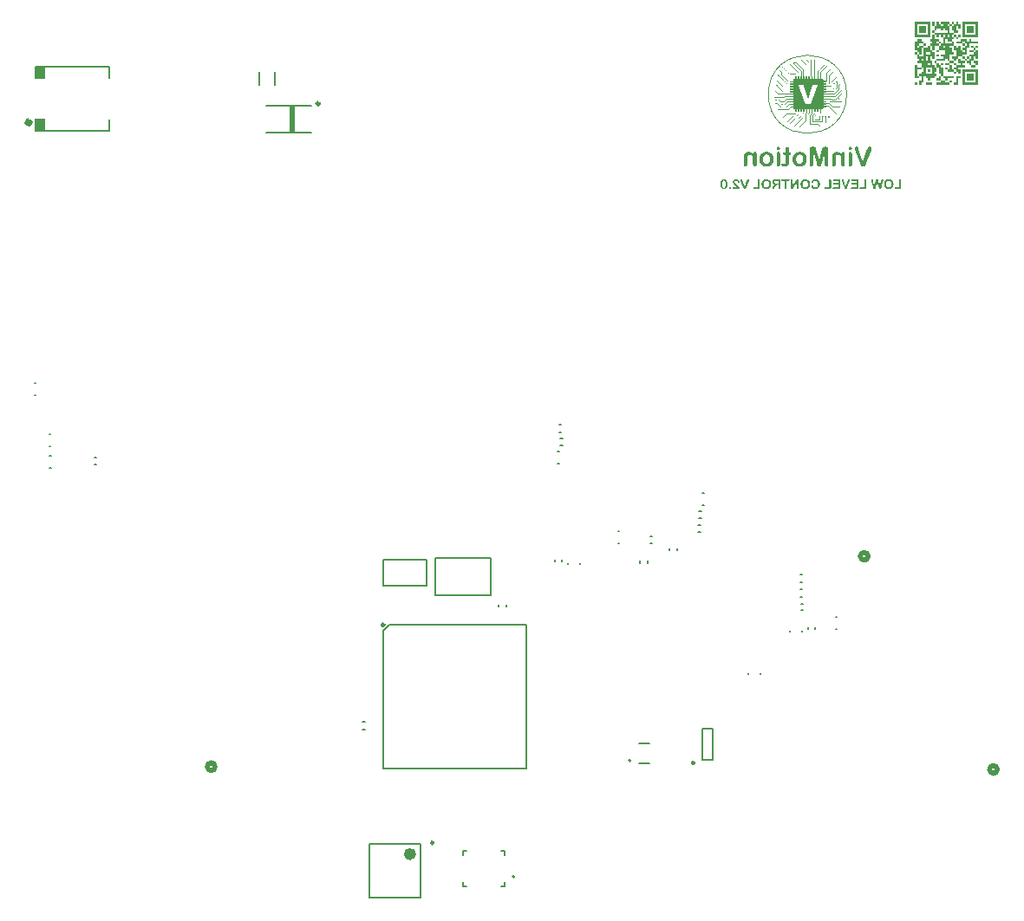
<source format=gbo>
G04*
G04 #@! TF.GenerationSoftware,Altium Limited,Altium Designer,21.6.4 (81)*
G04*
G04 Layer_Color=32896*
%FSTAX24Y24*%
%MOIN*%
G70*
G04*
G04 #@! TF.SameCoordinates,CFC9D6D8-CD49-4BFF-A4EB-002DC6F40297*
G04*
G04*
G04 #@! TF.FilePolarity,Positive*
G04*
G01*
G75*
%ADD10C,0.0200*%
%ADD12C,0.0079*%
%ADD13C,0.0098*%
%ADD14C,0.0236*%
%ADD22C,0.0050*%
%ADD23C,0.0060*%
%ADD267C,0.0029*%
%ADD268C,0.0118*%
%ADD269C,0.0217*%
%ADD270C,0.0138*%
%ADD271R,0.0433X0.0492*%
%ADD272R,0.0236X0.1024*%
G36*
X051912Y052486D02*
X051996D01*
Y052318D01*
X051912D01*
Y052402D01*
X05183D01*
Y052236D01*
X051912D01*
Y052152D01*
X051746D01*
Y052234D01*
X051704D01*
Y052236D01*
X051699D01*
Y052234D01*
X051688D01*
Y052236D01*
X051686D01*
Y052234D01*
X051675D01*
Y052236D01*
X051673D01*
Y052234D01*
X051662D01*
Y052402D01*
X051581D01*
Y052152D01*
X051746D01*
Y052068D01*
X05183D01*
Y051987D01*
X051912D01*
Y052068D01*
X051996D01*
Y051984D01*
X051954D01*
Y051987D01*
X051949D01*
Y051984D01*
X051938D01*
Y051987D01*
X051936D01*
Y051984D01*
X051925D01*
Y051987D01*
X051922D01*
Y051984D01*
X051912D01*
Y051902D01*
X051828D01*
Y051984D01*
X051773D01*
Y051987D01*
X051767D01*
Y051984D01*
X051757D01*
Y051987D01*
X051754D01*
Y051984D01*
X051746D01*
Y051902D01*
X051662D01*
Y051818D01*
X051746D01*
Y051653D01*
X05183D01*
Y051568D01*
X051912D01*
Y051653D01*
X051996D01*
Y051487D01*
X052078D01*
Y051568D01*
X052162D01*
Y051653D01*
X052078D01*
Y051734D01*
X052022D01*
Y051737D01*
X052017D01*
Y051734D01*
X052007D01*
Y051737D01*
X052004D01*
Y051734D01*
X051954D01*
Y051737D01*
X051949D01*
Y051734D01*
X051938D01*
Y051737D01*
X051936D01*
Y051734D01*
X051925D01*
Y051737D01*
X051922D01*
Y051734D01*
X051862D01*
Y051737D01*
X051859D01*
Y051734D01*
X051836D01*
Y051737D01*
X051833D01*
Y051734D01*
X051828D01*
Y051818D01*
X051996D01*
Y051902D01*
X052246D01*
Y051818D01*
X052328D01*
Y051902D01*
X052412D01*
Y051818D01*
X052662D01*
Y051734D01*
X052612D01*
Y051737D01*
X052609D01*
Y051734D01*
X052585D01*
Y051737D01*
X052583D01*
Y051734D01*
X052522D01*
Y051737D01*
X052517D01*
Y051734D01*
X052506D01*
Y051737D01*
X052504D01*
Y051734D01*
X052454D01*
Y051737D01*
X052448D01*
Y051734D01*
X052438D01*
Y051737D01*
X052435D01*
Y051734D01*
X052425D01*
Y051737D01*
X052422D01*
Y051734D01*
X052362D01*
Y051737D01*
X052359D01*
Y051734D01*
X052335D01*
Y051737D01*
X052333D01*
Y051734D01*
X05233D01*
Y051568D01*
X052246D01*
Y051319D01*
X05208D01*
Y051237D01*
X052162D01*
Y051153D01*
X052246D01*
Y051069D01*
X052328D01*
Y051153D01*
X052246D01*
Y051237D01*
X052328D01*
Y051319D01*
X052496D01*
Y051403D01*
X052328D01*
Y051487D01*
X052496D01*
Y051568D01*
X052412D01*
Y051653D01*
X052496D01*
Y051568D01*
X052577D01*
Y051653D01*
X052662D01*
Y051568D01*
X05258D01*
Y051487D01*
X052662D01*
Y051153D01*
X052577D01*
Y051234D01*
X052522D01*
Y051237D01*
X052517D01*
Y051234D01*
X052506D01*
Y051237D01*
X052504D01*
Y051234D01*
X052496D01*
Y051069D01*
X052662D01*
Y050903D01*
X05258D01*
Y050819D01*
X052412D01*
Y050903D01*
X052328D01*
Y050985D01*
X052272D01*
Y050987D01*
X052267D01*
Y050985D01*
X052256D01*
Y050987D01*
X052254D01*
Y050985D01*
X052246D01*
Y051069D01*
X052162D01*
Y051153D01*
X052078D01*
Y051234D01*
X052022D01*
Y051237D01*
X052017D01*
Y051234D01*
X052007D01*
Y051237D01*
X052004D01*
Y051234D01*
X051954D01*
Y051237D01*
X051949D01*
Y051234D01*
X051938D01*
Y051237D01*
X051936D01*
Y051234D01*
X051925D01*
Y051237D01*
X051922D01*
Y051234D01*
X051912D01*
Y051153D01*
X051996D01*
Y051069D01*
X052162D01*
Y050985D01*
X052112D01*
Y050987D01*
X052109D01*
Y050985D01*
X052086D01*
Y050987D01*
X052083D01*
Y050985D01*
X05208D01*
Y050903D01*
X052162D01*
Y050819D01*
X051912D01*
Y050737D01*
X051996D01*
Y050569D01*
X051912D01*
Y050653D01*
X05183D01*
Y050569D01*
X051746D01*
Y050653D01*
X051496D01*
Y050735D01*
X051454D01*
Y050737D01*
X051449D01*
Y050735D01*
X051439D01*
Y050737D01*
X051436D01*
Y050735D01*
X051425D01*
Y050737D01*
X051423D01*
Y050735D01*
X051412D01*
Y050819D01*
X051496D01*
Y050737D01*
X051578D01*
Y050903D01*
X051412D01*
Y050987D01*
X051578D01*
Y051069D01*
X051496D01*
Y051153D01*
X051412D01*
Y051069D01*
X051081D01*
Y050987D01*
X051162D01*
Y050903D01*
X051247D01*
Y050819D01*
X051331D01*
Y050487D01*
X051746D01*
Y050403D01*
X051496D01*
Y050319D01*
X051412D01*
Y050403D01*
X051328D01*
Y050485D01*
X051273D01*
Y050487D01*
X051268D01*
Y050485D01*
X051257D01*
Y050487D01*
X051254D01*
Y050485D01*
X051247D01*
Y050319D01*
X051412D01*
Y050238D01*
X051578D01*
Y050319D01*
X051662D01*
Y050235D01*
X051612D01*
Y050238D01*
X05161D01*
Y050235D01*
X051586D01*
Y050238D01*
X051583D01*
Y050235D01*
X051581D01*
Y050153D01*
X051078D01*
Y050238D01*
X051247D01*
Y050319D01*
X051078D01*
Y050403D01*
X051162D01*
Y050487D01*
X051247D01*
Y050569D01*
X051162D01*
Y050819D01*
X051081D01*
Y050653D01*
X050997D01*
Y050569D01*
X051081D01*
Y050485D01*
X051023D01*
Y050487D01*
X051018D01*
Y050485D01*
X051007D01*
Y050487D01*
X051005D01*
Y050485D01*
X050997D01*
Y050403D01*
X050831D01*
Y050319D01*
X050747D01*
Y050403D01*
X050663D01*
Y050485D01*
X050613D01*
Y050487D01*
X05061D01*
Y050485D01*
X050586D01*
Y050487D01*
X050584D01*
Y050485D01*
X050581D01*
Y050235D01*
X050523D01*
Y050238D01*
X050518D01*
Y050235D01*
X050508D01*
Y050238D01*
X050505D01*
Y050235D01*
X050497D01*
Y050153D01*
X050413D01*
Y050319D01*
X050497D01*
Y050485D01*
X050455D01*
Y050487D01*
X05045D01*
Y050485D01*
X050439D01*
Y050487D01*
X050437D01*
Y050485D01*
X050426D01*
Y050487D01*
X050423D01*
Y050485D01*
X050413D01*
Y050403D01*
X050247D01*
Y050903D01*
X050331D01*
Y050819D01*
X050497D01*
Y050735D01*
X050455D01*
Y050737D01*
X05045D01*
Y050735D01*
X050439D01*
Y050737D01*
X050437D01*
Y050735D01*
X050426D01*
Y050737D01*
X050423D01*
Y050735D01*
X050363D01*
Y050737D01*
X05036D01*
Y050735D01*
X050337D01*
Y050737D01*
X050334D01*
Y050735D01*
X050331D01*
Y050487D01*
X050413D01*
Y050569D01*
X050497D01*
Y050653D01*
X050579D01*
Y050819D01*
X050497D01*
Y050985D01*
X050455D01*
Y050987D01*
X05045D01*
Y050985D01*
X050439D01*
Y050987D01*
X050437D01*
Y050985D01*
X050426D01*
Y050987D01*
X050423D01*
Y050985D01*
X050363D01*
Y050987D01*
X05036D01*
Y050985D01*
X050337D01*
Y050987D01*
X050334D01*
Y050985D01*
X050329D01*
Y051069D01*
X050413D01*
Y051153D01*
X050329D01*
Y051319D01*
X050247D01*
Y051403D01*
X050329D01*
Y051484D01*
X050273D01*
Y051487D01*
X050268D01*
Y051484D01*
X050258D01*
Y051487D01*
X050255D01*
Y051484D01*
X050247D01*
Y051818D01*
X050329D01*
Y051902D01*
X050497D01*
Y051818D01*
X050581D01*
Y051737D01*
X050663D01*
Y051653D01*
X050581D01*
Y051568D01*
X050747D01*
Y051653D01*
X050828D01*
Y051737D01*
X050913D01*
Y051818D01*
X050828D01*
Y051902D01*
X050913D01*
Y052068D01*
X050997D01*
Y051902D01*
X051162D01*
Y051818D01*
X051247D01*
Y051737D01*
X051328D01*
Y051984D01*
X051273D01*
Y051987D01*
X051268D01*
Y051984D01*
X051257D01*
Y051987D01*
X051254D01*
Y051984D01*
X051247D01*
Y052068D01*
X051162D01*
Y051984D01*
X051112D01*
Y051987D01*
X05111D01*
Y051984D01*
X051086D01*
Y051987D01*
X051084D01*
Y051984D01*
X051078D01*
Y052068D01*
X050997D01*
Y052152D01*
X050913D01*
Y052236D01*
X050997D01*
Y052402D01*
X050913D01*
Y052418D01*
Y052421D01*
Y052568D01*
X050997D01*
Y052402D01*
X051078D01*
Y052568D01*
X051162D01*
Y052486D01*
X051247D01*
Y052568D01*
X051581D01*
Y052486D01*
X051662D01*
Y052568D01*
X051746D01*
Y052486D01*
X051828D01*
Y052568D01*
X051912D01*
Y052486D01*
D02*
G37*
G36*
X052662Y051984D02*
X052612D01*
Y051987D01*
X052609D01*
Y051984D01*
X052585D01*
Y051987D01*
X052583D01*
Y051984D01*
X052522D01*
Y051987D01*
X052517D01*
Y051984D01*
X052506D01*
Y051987D01*
X052504D01*
Y051984D01*
X052454D01*
Y051987D01*
X052448D01*
Y051984D01*
X052438D01*
Y051987D01*
X052435D01*
Y051984D01*
X052425D01*
Y051987D01*
X052422D01*
Y051984D01*
X052362D01*
Y051987D01*
X052359D01*
Y051984D01*
X052335D01*
Y051987D01*
X052333D01*
Y051984D01*
X052272D01*
Y051987D01*
X052267D01*
Y051984D01*
X052256D01*
Y051987D01*
X052254D01*
Y051984D01*
X052204D01*
Y051987D01*
X052199D01*
Y051984D01*
X052188D01*
Y051987D01*
X052185D01*
Y051984D01*
X052175D01*
Y051987D01*
X052172D01*
Y051984D01*
X052112D01*
Y051987D01*
X052109D01*
Y051984D01*
X052086D01*
Y051987D01*
X052083D01*
Y051984D01*
X052078D01*
Y052568D01*
X052662D01*
Y051984D01*
D02*
G37*
G36*
X050831D02*
X050773D01*
Y051987D01*
X050768D01*
Y051984D01*
X050757D01*
Y051987D01*
X050755D01*
Y051984D01*
X050705D01*
Y051987D01*
X0507D01*
Y051984D01*
X050689D01*
Y051987D01*
X050686D01*
Y051984D01*
X050676D01*
Y051987D01*
X050673D01*
Y051984D01*
X050613D01*
Y051987D01*
X05061D01*
Y051984D01*
X050586D01*
Y051987D01*
X050584D01*
Y051984D01*
X050523D01*
Y051987D01*
X050518D01*
Y051984D01*
X050508D01*
Y051987D01*
X050505D01*
Y051984D01*
X050455D01*
Y051987D01*
X05045D01*
Y051984D01*
X050439D01*
Y051987D01*
X050437D01*
Y051984D01*
X050426D01*
Y051987D01*
X050423D01*
Y051984D01*
X050363D01*
Y051987D01*
X05036D01*
Y051984D01*
X050337D01*
Y051987D01*
X050334D01*
Y051984D01*
X050273D01*
Y051987D01*
X050268D01*
Y051984D01*
X050258D01*
Y051987D01*
X050255D01*
Y051984D01*
X050247D01*
Y052071D01*
Y052073D01*
Y052568D01*
X050831D01*
Y051984D01*
D02*
G37*
G36*
X051331Y050903D02*
X051247D01*
Y050921D01*
Y050924D01*
Y050987D01*
X051331D01*
Y050903D01*
D02*
G37*
G36*
X046058Y051101D02*
X046102Y051101D01*
X046102Y051098D01*
X046105Y051098D01*
Y051095D01*
X046108D01*
X046108Y051093D01*
X04611D01*
X04611Y05109D01*
X046113D01*
Y051087D01*
X046116Y051087D01*
Y051084D01*
X046119D01*
Y051081D01*
X046122D01*
Y051078D01*
X046125Y051078D01*
X046125Y051075D01*
X046128Y051075D01*
Y051072D01*
X046131D01*
Y051069D01*
X046134D01*
Y051066D01*
X046137D01*
Y051063D01*
X04614D01*
X04614Y05106D01*
X046143D01*
X046143Y051058D01*
X046145D01*
Y051055D01*
X046148Y051055D01*
Y051052D01*
X046151D01*
X046151Y051049D01*
X046154D01*
Y051046D01*
X046157Y051046D01*
Y051043D01*
X04616D01*
Y05104D01*
X046163Y05104D01*
Y051037D01*
X046166D01*
Y051034D01*
X046169D01*
Y051031D01*
X046172D01*
Y051028D01*
X046175D01*
X046175Y051025D01*
X046178D01*
X046178Y051023D01*
X04618D01*
Y05102D01*
X046183D01*
X046183Y051014D01*
X046186D01*
X046186Y051011D01*
X046189D01*
Y050495D01*
X046198Y050495D01*
Y050492D01*
X046201Y050492D01*
Y050372D01*
X046271D01*
X046271Y050399D01*
X046268D01*
X046268Y050405D01*
X046271D01*
Y050422D01*
X046268D01*
Y050425D01*
X046271D01*
Y050428D01*
X046268D01*
Y050431D01*
X046271Y050431D01*
Y050469D01*
X046268D01*
X046268Y050472D01*
X046271D01*
Y050474D01*
X046268D01*
Y050477D01*
X046265Y050477D01*
X046265Y05048D01*
X046262D01*
X046262Y050483D01*
X046259D01*
Y050486D01*
X046253Y050486D01*
Y050489D01*
X04625Y050489D01*
Y050492D01*
X046247D01*
X046247Y050501D01*
X046245Y050501D01*
Y051101D01*
X046265Y051101D01*
X046265Y050559D01*
X046268D01*
X046268Y050501D01*
X046271D01*
Y050498D01*
X04628Y050498D01*
Y050495D01*
X046317Y050495D01*
Y050372D01*
X046379D01*
X046379Y050492D01*
X046382Y050492D01*
Y050495D01*
X046385Y050495D01*
Y050498D01*
X046387Y050498D01*
Y050495D01*
X04639Y050495D01*
Y050906D01*
Y050909D01*
Y051101D01*
X046414Y051101D01*
X046414Y050495D01*
X046419Y050495D01*
X046419Y050492D01*
X046425Y050492D01*
X046425Y050372D01*
X046498D01*
Y050492D01*
X046501D01*
Y050495D01*
X046513D01*
Y050676D01*
X046516Y050676D01*
X046516Y050679D01*
X046519D01*
Y050684D01*
X046522D01*
Y050687D01*
X046524D01*
X046524Y05069D01*
X046527D01*
Y050693D01*
X04653Y050693D01*
X04653Y050696D01*
X046533Y050696D01*
Y050699D01*
X046536Y050699D01*
Y050702D01*
X046539D01*
Y050708D01*
X046542D01*
X046542Y050711D01*
X046545D01*
X046545Y050714D01*
X046548D01*
Y050716D01*
X046551D01*
Y050719D01*
X046554D01*
Y050722D01*
X046557D01*
Y050725D01*
X046559Y050725D01*
Y050728D01*
X046562Y050728D01*
Y050731D01*
X046565D01*
Y050734D01*
X046568D01*
Y050737D01*
X046571Y050737D01*
X046571Y05074D01*
X046574D01*
Y050743D01*
X046577Y050743D01*
Y050746D01*
X04658Y050746D01*
Y050749D01*
X046583D01*
Y050751D01*
X046586D01*
Y050754D01*
X046589D01*
X046589Y050757D01*
X046592Y050757D01*
Y05076D01*
X046594D01*
Y050763D01*
X046597Y050763D01*
X046597Y050766D01*
X0466D01*
X0466Y050769D01*
X046603Y050769D01*
X046603Y050772D01*
X046606D01*
Y050775D01*
X046609Y050775D01*
X046609Y050778D01*
X046612D01*
Y050781D01*
X046615D01*
X046615Y050784D01*
X046618D01*
X046618Y050786D01*
X046621D01*
X046621Y050789D01*
X046624Y050789D01*
Y050792D01*
X046626D01*
Y050795D01*
X046629D01*
Y050798D01*
X046632Y050798D01*
X046632Y050801D01*
X046635Y050801D01*
Y050804D01*
X046638Y050804D01*
X046638Y050807D01*
X046641D01*
Y05081D01*
X046644D01*
Y050813D01*
X046647Y050813D01*
Y050816D01*
X04665Y050816D01*
X04665Y050819D01*
X046653Y050819D01*
X046653Y050821D01*
X046656D01*
Y050824D01*
X046659D01*
Y050827D01*
X046661D01*
Y05083D01*
X046664D01*
Y050833D01*
X046667D01*
Y050836D01*
X04667D01*
Y050839D01*
X046673Y050839D01*
Y050842D01*
X046676D01*
Y050845D01*
X046679Y050845D01*
X046679Y050848D01*
X046682D01*
X046682Y050851D01*
X046685D01*
X046685Y050853D01*
X046688Y050853D01*
Y050856D01*
X046691D01*
Y050859D01*
X046694Y050859D01*
X046694Y050862D01*
X046696Y050862D01*
Y050865D01*
X046699D01*
X046699Y050868D01*
X046702D01*
X046702Y050871D01*
X046705D01*
Y050874D01*
X046708D01*
Y050877D01*
X046711D01*
Y05088D01*
X046714D01*
Y050883D01*
X046717Y050883D01*
Y050886D01*
X04672D01*
Y050888D01*
X046723D01*
Y050891D01*
X046726D01*
X046726Y050894D01*
X046729D01*
X046729Y050897D01*
X046731D01*
Y0509D01*
X046734Y0509D01*
Y050903D01*
X046737Y050903D01*
Y050906D01*
X04674D01*
Y050909D01*
X046743D01*
Y050912D01*
X046746D01*
Y050918D01*
X046761D01*
Y050921D01*
X046784D01*
Y050918D01*
X046778D01*
Y050915D01*
X046775Y050915D01*
Y050912D01*
X046772D01*
Y050909D01*
X046769D01*
Y050906D01*
X046766Y050906D01*
X046766Y050903D01*
X046764D01*
Y0509D01*
X046761Y0509D01*
Y050897D01*
X046758D01*
Y050894D01*
X046755D01*
X046755Y050891D01*
X046752D01*
X046752Y050886D01*
X046749D01*
Y050883D01*
X046746D01*
Y05088D01*
X046743D01*
Y050877D01*
X04674Y050877D01*
Y050874D01*
X046737Y050874D01*
Y050871D01*
X046734D01*
Y050868D01*
X046731Y050868D01*
X046731Y050865D01*
X046729Y050865D01*
X046729Y050862D01*
X046726D01*
X046726Y050859D01*
X046723D01*
Y050856D01*
X04672D01*
Y050853D01*
X046717Y050853D01*
Y050851D01*
X046714Y050851D01*
Y050848D01*
X046711D01*
Y050845D01*
X046708Y050845D01*
X046708Y050842D01*
X046705D01*
X046705Y050839D01*
X046702D01*
Y050836D01*
X046699D01*
Y050833D01*
X046696D01*
Y05083D01*
X046694D01*
Y050827D01*
X046691D01*
Y050824D01*
X046688Y050824D01*
Y050821D01*
X046685Y050821D01*
X046685Y050819D01*
X046682D01*
Y050816D01*
X046679D01*
Y050813D01*
X046676D01*
Y05081D01*
X046673D01*
Y050807D01*
X04667D01*
Y050804D01*
X046667D01*
X046667Y050801D01*
X046664Y050801D01*
Y050798D01*
X046661Y050798D01*
Y050795D01*
X046659D01*
Y050792D01*
X046656D01*
Y050789D01*
X046653D01*
Y050786D01*
X04665Y050786D01*
X04665Y050784D01*
X046647Y050784D01*
Y050781D01*
X046644D01*
Y050778D01*
X046641D01*
X046641Y050775D01*
X046638D01*
X046638Y050772D01*
X046635D01*
Y050769D01*
X046632D01*
Y050766D01*
X046629D01*
Y050763D01*
X046626Y050763D01*
Y05076D01*
X046624D01*
X046624Y050757D01*
X046621Y050757D01*
Y050754D01*
X046618D01*
Y050751D01*
X046615D01*
X046615Y050749D01*
X046612D01*
Y050746D01*
X046609D01*
Y050743D01*
X046606Y050743D01*
Y05074D01*
X046603Y05074D01*
Y050737D01*
X0466Y050737D01*
Y050734D01*
X046597D01*
Y050731D01*
X046594D01*
X046594Y050728D01*
X046592D01*
X046592Y050725D01*
X046589Y050725D01*
Y050722D01*
X046586Y050722D01*
Y050719D01*
X046583D01*
Y050716D01*
X04658D01*
Y050714D01*
X046577D01*
X046577Y050711D01*
X046574D01*
X046574Y050708D01*
X046571D01*
X046571Y050705D01*
X046568D01*
Y050702D01*
X046565D01*
Y050699D01*
X046562Y050699D01*
X046562Y050696D01*
X046559D01*
X046559Y050693D01*
X046557Y050693D01*
Y05069D01*
X046554D01*
X046554Y050687D01*
X046551D01*
X046551Y050684D01*
X046548D01*
Y050679D01*
X046545D01*
X046545Y050676D01*
X046542Y050676D01*
X046542Y050673D01*
X046539D01*
Y05067D01*
X046536D01*
Y050667D01*
X046533Y050667D01*
Y050658D01*
X04653D01*
Y050641D01*
X046533D01*
X046533Y05062D01*
X04653D01*
X04653Y050617D01*
X046533D01*
Y050495D01*
X046539D01*
Y050492D01*
X046542D01*
X046542Y050489D01*
X046545D01*
Y050372D01*
X046603D01*
Y050492D01*
X046606D01*
Y050495D01*
X046618D01*
X046618Y05062D01*
X046621D01*
Y050623D01*
X046624D01*
Y050626D01*
X046626D01*
Y050632D01*
X046629Y050632D01*
Y050635D01*
X046632Y050635D01*
Y050638D01*
X046635Y050638D01*
Y050641D01*
X046638D01*
X046638Y050644D01*
X046641D01*
X046641Y050646D01*
X046644D01*
Y050649D01*
X046647D01*
X046647Y050652D01*
X04665Y050652D01*
Y050655D01*
X046653Y050655D01*
Y050658D01*
X046656D01*
Y050661D01*
X046659D01*
X046659Y050664D01*
X046661D01*
X046661Y050667D01*
X046664D01*
Y05067D01*
X046667Y05067D01*
Y050673D01*
X04667D01*
Y050676D01*
X046673Y050676D01*
Y050679D01*
X046676D01*
Y050681D01*
X046679Y050681D01*
Y050684D01*
X046682D01*
X046682Y050687D01*
X046685D01*
X046685Y05069D01*
X046688D01*
Y050693D01*
X046691D01*
Y050696D01*
X046694Y050696D01*
Y050699D01*
X046696D01*
Y050702D01*
X046699D01*
X046699Y050705D01*
X046702D01*
X046702Y050708D01*
X046705D01*
X046705Y050714D01*
X046708D01*
Y050716D01*
X046711D01*
Y050719D01*
X046717Y050719D01*
X046717Y050725D01*
X04672Y050725D01*
Y050728D01*
X046723Y050728D01*
Y050731D01*
X046726Y050731D01*
Y050734D01*
X046729Y050734D01*
X046729Y050737D01*
X046731D01*
X046731Y05074D01*
X046734Y05074D01*
X046734Y050743D01*
X046737D01*
X046737Y050746D01*
X04674D01*
Y050749D01*
X046743D01*
Y050751D01*
X046746D01*
Y050754D01*
X046749D01*
Y050757D01*
X046755D01*
Y050763D01*
X046758Y050763D01*
Y050766D01*
X046761D01*
X046761Y050769D01*
X046764D01*
Y050772D01*
X046766D01*
Y050775D01*
X046769D01*
X046769Y050778D01*
X046772Y050778D01*
X046772Y050781D01*
X046775D01*
X046775Y050784D01*
X046778Y050784D01*
Y050786D01*
X046781D01*
Y050789D01*
X046784Y050789D01*
Y050792D01*
X046787D01*
Y050795D01*
X04679D01*
X04679Y050798D01*
X046793Y050798D01*
X046793Y050801D01*
X046796Y050801D01*
Y050804D01*
X046798D01*
X046798Y050807D01*
X046801Y050807D01*
Y05081D01*
X046804Y05081D01*
Y050813D01*
X046807D01*
Y050816D01*
X04681D01*
Y050819D01*
X046813Y050819D01*
Y050821D01*
X046816D01*
Y050824D01*
X046819D01*
X046819Y050827D01*
X046822Y050827D01*
Y05083D01*
X046825D01*
Y050833D01*
X046828D01*
X046828Y050836D01*
X046831Y050836D01*
Y050839D01*
X046833D01*
X046833Y050842D01*
X046836D01*
X046836Y050845D01*
X046839D01*
Y050848D01*
X046842D01*
Y050851D01*
X046845D01*
Y050853D01*
X046848Y050853D01*
Y050856D01*
X046851D01*
Y050859D01*
X046854Y050859D01*
X046854Y050862D01*
X046857D01*
X046857Y050865D01*
X046892D01*
Y050862D01*
X046889Y050862D01*
Y050859D01*
X046886Y050859D01*
Y050856D01*
X046883D01*
X046883Y050853D01*
X04688D01*
X04688Y050851D01*
X046877Y050851D01*
Y050848D01*
X046874D01*
Y050845D01*
X046871D01*
Y050842D01*
X046868D01*
Y050839D01*
X046866Y050839D01*
Y050836D01*
X046863Y050836D01*
Y050833D01*
X04686Y050833D01*
Y05083D01*
X046857D01*
Y050827D01*
X046854D01*
X046854Y050824D01*
X046851D01*
Y050821D01*
X046848D01*
Y050819D01*
X046845Y050819D01*
Y050816D01*
X046842D01*
Y050813D01*
X046839D01*
Y05081D01*
X046836Y05081D01*
Y050807D01*
X046833D01*
Y050804D01*
X046831D01*
X046831Y050801D01*
X046828D01*
Y050798D01*
X046825Y050798D01*
Y050795D01*
X046822D01*
Y050792D01*
X046819D01*
Y050789D01*
X046816Y050789D01*
Y050786D01*
X046813Y050786D01*
Y050784D01*
X04681Y050784D01*
X04681Y050781D01*
X046807D01*
X046807Y050778D01*
X046804D01*
Y050775D01*
X046801Y050775D01*
X046801Y050772D01*
X046798Y050772D01*
X046798Y050769D01*
X046796D01*
Y050766D01*
X046793D01*
X046793Y050763D01*
X04679Y050763D01*
Y05076D01*
X046787D01*
X046787Y050757D01*
X046784Y050757D01*
Y050754D01*
X046781D01*
Y050751D01*
X046778D01*
Y050749D01*
X046775Y050749D01*
Y050746D01*
X046772D01*
Y050743D01*
X046769D01*
Y05074D01*
X046766D01*
X046766Y050737D01*
X046764D01*
X046764Y050734D01*
X046761Y050734D01*
Y050731D01*
X046758D01*
Y050728D01*
X046755Y050728D01*
X046755Y050725D01*
X046752Y050725D01*
Y050722D01*
X046749Y050722D01*
Y050719D01*
X046746D01*
Y050716D01*
X046743Y050716D01*
X046743Y050714D01*
X04674D01*
Y050711D01*
X046737D01*
Y050708D01*
X046734D01*
Y050705D01*
X046731Y050705D01*
Y050702D01*
X046729D01*
X046729Y050699D01*
X046726D01*
Y050696D01*
X046723Y050696D01*
X046723Y050693D01*
X04672D01*
Y05069D01*
X046717D01*
Y050687D01*
X046714Y050687D01*
Y050684D01*
X046711Y050684D01*
Y050681D01*
X046708Y050681D01*
X046708Y050679D01*
X046705D01*
X046705Y050676D01*
X046702Y050676D01*
Y050673D01*
X046699D01*
X046699Y05067D01*
X046696D01*
X046696Y050667D01*
X046694D01*
X046694Y050664D01*
X046691D01*
Y050661D01*
X046688Y050661D01*
Y050658D01*
X046685D01*
Y050655D01*
X046682Y050655D01*
Y050652D01*
X046679Y050652D01*
Y050649D01*
X046676D01*
Y050646D01*
X046673D01*
Y050644D01*
X04667D01*
Y050641D01*
X046667D01*
Y050638D01*
X046664Y050638D01*
Y050635D01*
X046661D01*
Y050632D01*
X046659Y050632D01*
X046659Y050629D01*
X046656D01*
Y050626D01*
X046653Y050626D01*
X046653Y050623D01*
X04665D01*
Y05062D01*
X046647Y05062D01*
Y050617D01*
X046644D01*
Y050614D01*
X046641D01*
X046641Y050612D01*
X046638Y050612D01*
X046638Y050594D01*
X046635Y050594D01*
Y050495D01*
X046644D01*
Y050492D01*
X04665Y050492D01*
X04665Y050372D01*
X046705Y050372D01*
Y05037D01*
X046714Y05037D01*
Y050367D01*
X046717D01*
Y050364D01*
X04672D01*
Y050361D01*
X046723D01*
X046723Y050358D01*
X046726D01*
X046726Y050355D01*
X046729D01*
X046729Y050349D01*
X046731D01*
Y0503D01*
X046848D01*
Y050609D01*
X046851D01*
Y050612D01*
X046854D01*
Y050614D01*
X046857D01*
Y050617D01*
X04686D01*
X04686Y05062D01*
X046863D01*
Y050623D01*
X046866D01*
Y050629D01*
X046868D01*
Y050632D01*
X046871Y050632D01*
Y050635D01*
X046874Y050635D01*
Y050638D01*
X046877D01*
Y050641D01*
X04688D01*
Y050644D01*
X046883D01*
X046883Y050646D01*
X046886Y050646D01*
X046886Y050649D01*
X046889D01*
X046889Y050652D01*
X046892Y050652D01*
Y050655D01*
X046895D01*
X046895Y050658D01*
X046898Y050658D01*
X046898Y050661D01*
X046901D01*
Y050664D01*
X046903D01*
Y050667D01*
X046906D01*
X046906Y05067D01*
X046909D01*
Y050673D01*
X046912D01*
Y050676D01*
X046915Y050676D01*
Y050679D01*
X046918D01*
Y050681D01*
X046921D01*
Y050684D01*
X046924D01*
Y050687D01*
X046927D01*
X046927Y05069D01*
X04693D01*
Y050693D01*
X046933Y050693D01*
X046933Y050696D01*
X046936Y050696D01*
X046936Y050699D01*
X046938D01*
Y050702D01*
X046941Y050702D01*
Y050705D01*
X046944D01*
X046944Y050708D01*
X046947Y050708D01*
X046947Y050711D01*
X04695D01*
Y050714D01*
X046953D01*
X046953Y050716D01*
X046956D01*
Y050719D01*
X046959D01*
Y050722D01*
X046962D01*
X046962Y050725D01*
X046965Y050725D01*
X046965Y050728D01*
X046968D01*
Y050731D01*
X046971D01*
Y050734D01*
X046973Y050734D01*
Y050737D01*
X046976D01*
Y05074D01*
X046979Y05074D01*
Y050743D01*
X046982D01*
X046982Y050746D01*
X046985Y050746D01*
Y050749D01*
X046988D01*
Y050751D01*
X046991D01*
Y050754D01*
X046994D01*
Y050757D01*
X046997D01*
X046997Y05076D01*
X047D01*
Y050763D01*
X047003D01*
Y050766D01*
X047008Y050766D01*
X047008Y050763D01*
X047014D01*
Y05076D01*
X047017D01*
X047017Y050757D01*
X047023Y050757D01*
Y050754D01*
X04702D01*
Y050751D01*
X047017D01*
Y050746D01*
X047014D01*
X047014Y050743D01*
X047011Y050743D01*
Y05074D01*
X047008Y05074D01*
Y050737D01*
X047005Y050737D01*
Y050734D01*
X047003Y050734D01*
X047003Y050731D01*
X047D01*
Y050728D01*
X046997D01*
X046997Y050725D01*
X046994Y050725D01*
Y050722D01*
X046991D01*
X046991Y050719D01*
X046988D01*
Y050716D01*
X046985D01*
Y050714D01*
X046982D01*
X046982Y050711D01*
X046979D01*
Y050708D01*
X046976Y050708D01*
Y050705D01*
X046973D01*
X046973Y050702D01*
X046971D01*
Y050699D01*
X046968Y050699D01*
Y050696D01*
X046965Y050696D01*
Y050693D01*
X046962Y050693D01*
Y05069D01*
X046959Y05069D01*
Y050687D01*
X046956D01*
Y050684D01*
X046953D01*
X046953Y050681D01*
X04695D01*
X04695Y050679D01*
X046947D01*
Y050676D01*
X046944D01*
Y050673D01*
X046941D01*
X046941Y05067D01*
X046938D01*
Y050667D01*
X046936D01*
Y050664D01*
X046933D01*
Y050661D01*
X04693D01*
Y050658D01*
X046927D01*
X046927Y050655D01*
X046924Y050655D01*
Y050652D01*
X046921Y050652D01*
X046921Y050649D01*
X046918D01*
Y050646D01*
X046915D01*
Y050644D01*
X046912D01*
Y050641D01*
X046909D01*
Y050638D01*
X046906D01*
Y050635D01*
X046903D01*
Y050632D01*
X046901Y050632D01*
Y050629D01*
X046898D01*
Y050626D01*
X046895D01*
Y050623D01*
X046892Y050623D01*
Y05062D01*
X046889D01*
X046889Y050617D01*
X046886D01*
X046886Y050614D01*
X046883D01*
Y050612D01*
X04688D01*
Y050609D01*
X046877Y050609D01*
Y050606D01*
X046874D01*
Y050603D01*
X046871Y050603D01*
Y0506D01*
X046868D01*
Y050279D01*
X046866Y050279D01*
Y050276D01*
X046857Y050276D01*
Y050273D01*
X046854D01*
Y050259D01*
X046851Y050259D01*
Y050253D01*
X046833D01*
X046833Y05025D01*
X046731D01*
Y050203D01*
X046836D01*
X046836Y0502D01*
X046851D01*
Y050198D01*
X046854D01*
Y050192D01*
X046956D01*
Y050521D01*
X046959D01*
Y050524D01*
X046962D01*
Y050527D01*
X046965Y050527D01*
X046965Y05053D01*
X046968D01*
Y050533D01*
X046971D01*
Y050536D01*
X046973D01*
X046973Y050539D01*
X046976Y050539D01*
X046976Y050542D01*
X046979Y050542D01*
Y050544D01*
X046982Y050544D01*
X046982Y050547D01*
X046985Y050547D01*
Y05055D01*
X046988D01*
Y050553D01*
X046991Y050553D01*
Y050556D01*
X046994Y050556D01*
X046994Y050559D01*
X046997D01*
X046997Y050562D01*
X047003D01*
Y050565D01*
X047005Y050565D01*
Y050568D01*
X047008Y050568D01*
Y050571D01*
X047011D01*
Y050574D01*
X047014D01*
Y050577D01*
X047017D01*
X047017Y050579D01*
X04702D01*
Y050582D01*
X047023D01*
X047023Y050585D01*
X047026Y050585D01*
X047026Y050588D01*
X047029Y050588D01*
Y050591D01*
X047032D01*
X047032Y050594D01*
X047035D01*
X047035Y050597D01*
X047038Y050597D01*
Y0506D01*
X04704D01*
X04704Y050603D01*
X047043Y050603D01*
Y050606D01*
X047046D01*
Y050609D01*
X047049D01*
Y050612D01*
X047052Y050612D01*
Y050614D01*
X047055D01*
X047055Y050617D01*
X047058D01*
X047058Y05062D01*
X047061D01*
X047061Y050623D01*
X047064D01*
Y050626D01*
X047067D01*
Y050629D01*
X04707D01*
X04707Y050632D01*
X047073Y050632D01*
X047073Y050635D01*
X047075D01*
Y050638D01*
X047078D01*
Y050641D01*
X047081D01*
Y050644D01*
X047084D01*
Y050646D01*
X047087Y050646D01*
Y050649D01*
X04709D01*
Y050652D01*
X047093Y050652D01*
Y050655D01*
X047096Y050655D01*
Y050658D01*
X047099D01*
Y050661D01*
X047105D01*
X047105Y050658D01*
X047108Y050658D01*
Y050655D01*
X047113Y050655D01*
Y050652D01*
X047116Y050652D01*
Y050649D01*
X047119D01*
X047119Y050646D01*
X047116Y050646D01*
Y050644D01*
X047113D01*
Y050641D01*
X04711D01*
Y050638D01*
X047108D01*
Y050635D01*
X047105Y050635D01*
Y050632D01*
X047102Y050632D01*
X047102Y050629D01*
X047099D01*
X047099Y050626D01*
X047096D01*
Y050623D01*
X047093D01*
Y05062D01*
X04709Y05062D01*
Y050617D01*
X047087Y050617D01*
Y050614D01*
X047084D01*
X047084Y050612D01*
X047081D01*
Y050609D01*
X047078Y050609D01*
Y050606D01*
X047075D01*
Y050603D01*
X047073Y050603D01*
X047073Y0506D01*
X04707D01*
X04707Y050597D01*
X047067D01*
Y050594D01*
X047064Y050594D01*
Y050591D01*
X047061D01*
Y050588D01*
X047058D01*
X047058Y050585D01*
X047055D01*
Y050582D01*
X047052D01*
X047052Y050579D01*
X047049D01*
X047049Y050577D01*
X047046Y050577D01*
Y050574D01*
X047043D01*
X047043Y050571D01*
X04704D01*
Y050568D01*
X047038D01*
X047038Y050565D01*
X047035Y050565D01*
X047035Y050562D01*
X047029D01*
Y050559D01*
X047026Y050559D01*
Y050556D01*
X047023D01*
Y050553D01*
X04702D01*
Y05055D01*
X047017D01*
Y050547D01*
X047014D01*
Y050544D01*
X047011D01*
Y050542D01*
X047008Y050542D01*
X047008Y050539D01*
X047005Y050539D01*
Y050536D01*
X047003Y050536D01*
Y050533D01*
X047D01*
X047Y05053D01*
X046997D01*
Y050527D01*
X046994Y050527D01*
X046994Y050524D01*
X046991D01*
X046991Y050521D01*
X046988D01*
Y050518D01*
X046985D01*
Y050515D01*
X046982D01*
Y050512D01*
X046979Y050512D01*
X046979Y050509D01*
X046976D01*
X046976Y050174D01*
X046973D01*
X046973Y050171D01*
X046854D01*
Y05016D01*
X046851Y05016D01*
Y050157D01*
X046731D01*
X046731Y050107D01*
X046851D01*
Y050104D01*
X046854Y050104D01*
Y050098D01*
X047035D01*
X047035Y050241D01*
X047038D01*
Y050244D01*
X04704D01*
Y050247D01*
X047043Y050247D01*
X047043Y05025D01*
X047046D01*
Y050253D01*
X047049D01*
Y050256D01*
X047052Y050256D01*
X047052Y050259D01*
X047055Y050259D01*
X047055Y050262D01*
X047058D01*
Y050265D01*
X047061D01*
Y050267D01*
X047064D01*
Y05027D01*
X047067D01*
Y050273D01*
X04707D01*
Y050276D01*
X047073Y050276D01*
Y050279D01*
X047075Y050279D01*
Y050282D01*
X047078Y050282D01*
Y050285D01*
X047081D01*
Y050288D01*
X047084D01*
Y050291D01*
X047087D01*
Y050294D01*
X04709D01*
Y050297D01*
X047093Y050297D01*
Y0503D01*
X047096D01*
Y050302D01*
X047099D01*
Y050305D01*
X047102Y050305D01*
Y050308D01*
X047105D01*
X047105Y050311D01*
X047108Y050311D01*
Y050314D01*
X04711D01*
Y050317D01*
X047113D01*
Y05032D01*
X047116Y05032D01*
Y050323D01*
X047119Y050323D01*
Y050326D01*
X047122D01*
Y050329D01*
X047125D01*
Y050332D01*
X047128Y050332D01*
Y050335D01*
X047131Y050335D01*
X047131Y050337D01*
X047134D01*
Y05034D01*
X047137Y05034D01*
Y050343D01*
X04714D01*
Y050346D01*
X047143D01*
Y050349D01*
X047145D01*
Y050352D01*
X047148D01*
X047148Y050355D01*
X047151D01*
X047151Y050358D01*
X047154D01*
Y050361D01*
X047157Y050361D01*
Y050364D01*
X04716D01*
Y050367D01*
X047163D01*
Y05037D01*
X047166D01*
Y050372D01*
X047169D01*
X047169Y050375D01*
X047172D01*
Y050378D01*
X047175D01*
X047175Y050381D01*
X047177D01*
Y050384D01*
X04718D01*
X04718Y050387D01*
X047183Y050387D01*
Y05039D01*
X047186D01*
Y050393D01*
X047189Y050393D01*
Y050396D01*
X047192D01*
Y050399D01*
X047195D01*
X047195Y050402D01*
X047198D01*
Y050405D01*
X047201D01*
Y050407D01*
X047204D01*
Y05041D01*
X047207D01*
Y050413D01*
X04721Y050413D01*
Y050416D01*
X047212D01*
X047212Y050419D01*
X047215Y050419D01*
X047215Y050422D01*
X047218D01*
Y050425D01*
X047221D01*
Y050428D01*
X047224D01*
Y050431D01*
X047227Y050431D01*
Y050434D01*
X04723D01*
Y050437D01*
X047233D01*
X047233Y05044D01*
X047236D01*
X047236Y050442D01*
X047239D01*
Y050445D01*
X047245D01*
Y050442D01*
X047247D01*
X047247Y05044D01*
X04725D01*
Y050434D01*
X047253Y050434D01*
Y050431D01*
X047256D01*
Y050428D01*
X047253D01*
Y050425D01*
X04725D01*
X04725Y050422D01*
X047247D01*
Y050419D01*
X047245D01*
Y050416D01*
X047242D01*
Y050413D01*
X047239Y050413D01*
Y05041D01*
X047236D01*
X047236Y050407D01*
X047233D01*
Y050405D01*
X04723D01*
Y050402D01*
X047227D01*
Y050399D01*
X047224D01*
Y050396D01*
X047221D01*
Y050393D01*
X047218D01*
Y05039D01*
X047215Y05039D01*
X047215Y050387D01*
X047212Y050387D01*
Y050384D01*
X04721D01*
X04721Y050381D01*
X047207D01*
X047207Y050378D01*
X047204D01*
Y050375D01*
X047201D01*
Y050372D01*
X047198D01*
Y05037D01*
X047195Y05037D01*
Y050367D01*
X047192D01*
Y050364D01*
X047189D01*
Y050361D01*
X047186D01*
X047186Y050358D01*
X047183Y050358D01*
Y050355D01*
X04718D01*
X04718Y050352D01*
X047177Y050352D01*
Y050349D01*
X047175Y050349D01*
X047175Y050346D01*
X047172Y050346D01*
Y050343D01*
X047169Y050343D01*
Y05034D01*
X047166D01*
X047166Y050337D01*
X047163D01*
X047163Y050335D01*
X04716D01*
Y050332D01*
X047157Y050332D01*
Y050329D01*
X047154D01*
Y050326D01*
X047151Y050326D01*
Y050323D01*
X047148D01*
Y05032D01*
X047145D01*
X047145Y050317D01*
X047143Y050317D01*
Y050314D01*
X04714D01*
Y050311D01*
X047137Y050311D01*
Y050308D01*
X047134D01*
Y050305D01*
X047131D01*
Y050302D01*
X047128Y050302D01*
Y0503D01*
X047125D01*
X047125Y050297D01*
X047122D01*
X047122Y050294D01*
X047119D01*
Y050291D01*
X047116D01*
Y050288D01*
X047113D01*
Y050285D01*
X04711D01*
Y050282D01*
X047108D01*
X047108Y050279D01*
X047105D01*
X047105Y050276D01*
X047102D01*
X047102Y050273D01*
X047099D01*
Y05027D01*
X047096D01*
Y050267D01*
X047093D01*
Y050265D01*
X04709D01*
Y050262D01*
X047087Y050262D01*
Y050259D01*
X047084D01*
Y050256D01*
X047081Y050256D01*
X047081Y050253D01*
X047078Y050253D01*
Y05025D01*
X047075D01*
Y050247D01*
X047073Y050247D01*
Y050244D01*
X04707D01*
Y050241D01*
X047067D01*
Y050238D01*
X047064D01*
Y050235D01*
X047061Y050235D01*
Y050233D01*
X047058D01*
X047058Y05023D01*
X047055D01*
Y05009D01*
X047052Y05009D01*
Y050078D01*
X046854D01*
Y050066D01*
X046851D01*
Y050061D01*
X046731Y050061D01*
X046731Y050008D01*
X046851D01*
Y050002D01*
X046854D01*
Y049996D01*
X047102D01*
X047102Y049999D01*
X047105D01*
Y050002D01*
X047108D01*
X047108Y050005D01*
X04711D01*
Y050008D01*
X047113Y050008D01*
Y050014D01*
X047116Y050014D01*
Y050017D01*
X047119Y050017D01*
X047119Y05002D01*
X047122D01*
Y050023D01*
X047125D01*
Y050026D01*
X047128D01*
Y050028D01*
X047131D01*
X047131Y050031D01*
X047134D01*
Y050165D01*
X047128Y050165D01*
Y050168D01*
X047122D01*
Y050171D01*
X047119D01*
Y050177D01*
X047116D01*
Y050183D01*
X047113D01*
Y0502D01*
X047116D01*
X047116Y050206D01*
X047119D01*
Y050209D01*
X047122D01*
Y050212D01*
X047125D01*
Y050215D01*
X047131D01*
Y050218D01*
X047154Y050218D01*
Y050215D01*
X04716D01*
Y050212D01*
X047163Y050212D01*
X047163Y050209D01*
X047166D01*
X047166Y050206D01*
X047169D01*
Y0502D01*
X047172Y0502D01*
Y05018D01*
X047169D01*
Y050174D01*
X047166Y050174D01*
Y050171D01*
X047163D01*
X047163Y050168D01*
X04716Y050168D01*
Y050165D01*
X047154Y050165D01*
Y050163D01*
X047151D01*
Y050026D01*
X047154D01*
Y05002D01*
X047151Y05002D01*
Y050017D01*
X047148Y050017D01*
X047148Y050014D01*
X047145Y050014D01*
Y050011D01*
X047143D01*
Y050008D01*
X04714D01*
Y050005D01*
X047137Y050005D01*
X047137Y050002D01*
X047134D01*
X047134Y049999D01*
X047131Y049999D01*
Y049996D01*
X047128Y049996D01*
Y049993D01*
X047125D01*
X047125Y049991D01*
X047122D01*
X047122Y049988D01*
X047119D01*
Y049985D01*
X047116D01*
X047116Y049982D01*
X047113D01*
Y049979D01*
X04711Y049979D01*
Y049976D01*
X046854D01*
Y049961D01*
X046848Y049961D01*
Y049958D01*
X04681D01*
Y049961D01*
X046804Y049961D01*
Y049958D01*
X046784D01*
Y049961D01*
X046734Y049961D01*
Y049958D01*
X046731D01*
Y049909D01*
X046851D01*
Y049906D01*
X046854Y049906D01*
X046854Y0499D01*
X047134Y0499D01*
Y049903D01*
X047137Y049903D01*
Y049906D01*
X04714D01*
X04714Y049909D01*
X047143Y049909D01*
Y049912D01*
X047145Y049912D01*
X047145Y049915D01*
X047148D01*
Y049918D01*
X047151D01*
Y049921D01*
X047154D01*
Y049923D01*
X047157Y049923D01*
Y049926D01*
X04716Y049926D01*
Y049929D01*
X047163D01*
X047163Y049932D01*
X047166Y049932D01*
Y049935D01*
X047169Y049935D01*
X047169Y049938D01*
X047172D01*
Y049941D01*
X047175D01*
X047175Y049944D01*
X047177D01*
Y049947D01*
X04718Y049947D01*
Y04995D01*
X047183Y04995D01*
Y049953D01*
X047186Y049953D01*
X047186Y049956D01*
X047189D01*
Y049958D01*
X047192D01*
Y049961D01*
X047195D01*
Y049964D01*
X047198D01*
Y04997D01*
X047201Y04997D01*
Y049973D01*
X047204Y049973D01*
Y049976D01*
X047207D01*
Y049979D01*
X04721D01*
X04721Y049982D01*
X047212Y049982D01*
Y049985D01*
X047215D01*
X047215Y049988D01*
X047218D01*
X047218Y049991D01*
X047221Y049991D01*
Y049993D01*
X047224D01*
X047224Y049996D01*
X047227Y049996D01*
X047227Y049999D01*
X04723D01*
X04723Y050002D01*
X047233Y050002D01*
X047233Y050005D01*
X047236Y050005D01*
X047236Y050008D01*
X047239Y050008D01*
Y050011D01*
X047242D01*
Y050014D01*
X047245D01*
Y050017D01*
X047247D01*
Y050031D01*
X047245D01*
Y050221D01*
X047247Y050221D01*
Y050224D01*
X047242D01*
Y050227D01*
X047236Y050227D01*
Y05023D01*
X047233D01*
X047233Y050233D01*
X04723Y050233D01*
Y050238D01*
X047227Y050238D01*
Y050265D01*
X04723D01*
Y050267D01*
X047233D01*
X047233Y05027D01*
X047236D01*
X047236Y050273D01*
X047239D01*
Y050276D01*
X047245Y050276D01*
Y050279D01*
X047265Y050279D01*
Y050276D01*
X047271Y050276D01*
X047271Y050273D01*
X047274Y050273D01*
X047274Y05027D01*
X047277D01*
X047277Y050267D01*
X04728D01*
X04728Y050265D01*
X047282D01*
Y050259D01*
X047285D01*
Y050244D01*
X047282D01*
X047282Y050238D01*
X04728Y050238D01*
Y050235D01*
X047277Y050235D01*
Y050233D01*
X047274D01*
X047274Y05023D01*
X047271D01*
X047271Y050227D01*
X047265D01*
Y050005D01*
X047262D01*
X047262Y050002D01*
X047259D01*
Y049999D01*
X047256D01*
Y049996D01*
X047253Y049996D01*
X047253Y049993D01*
X04725D01*
Y049991D01*
X047247D01*
Y049988D01*
X047245D01*
X047245Y049985D01*
X047242D01*
Y049982D01*
X047239D01*
X047239Y049979D01*
X047236D01*
X047236Y049976D01*
X047233D01*
X047233Y049973D01*
X04723Y049973D01*
Y04997D01*
X047227D01*
Y049967D01*
X047224D01*
Y049964D01*
X047221D01*
Y049961D01*
X047218D01*
Y049958D01*
X047215D01*
X047215Y049953D01*
X047212D01*
X047212Y04995D01*
X04721D01*
X04721Y049947D01*
X047207Y049947D01*
Y049944D01*
X047204D01*
Y049941D01*
X047201D01*
Y049938D01*
X047198D01*
X047198Y049935D01*
X047195Y049935D01*
Y049932D01*
X047192D01*
Y049929D01*
X047189D01*
Y049926D01*
X047186Y049926D01*
Y049923D01*
X047183D01*
Y049921D01*
X04718D01*
X04718Y049918D01*
X047177D01*
X047177Y049915D01*
X047175D01*
Y049912D01*
X047172Y049912D01*
X047172Y049909D01*
X047169D01*
Y049906D01*
X047166D01*
X047166Y049903D01*
X047163Y049903D01*
X047163Y0499D01*
X04716D01*
Y049897D01*
X047157D01*
Y049894D01*
X047154D01*
Y049891D01*
X047151Y049891D01*
Y049888D01*
X047148D01*
Y049886D01*
X047145D01*
Y04988D01*
X046854Y04988D01*
Y049865D01*
X046851D01*
Y049862D01*
X046781D01*
Y049859D01*
X046737D01*
Y049862D01*
X046731D01*
Y04981D01*
X047163Y04981D01*
Y049813D01*
X047169D01*
Y049816D01*
X047172Y049816D01*
X047172Y049819D01*
X047175D01*
X047175Y049821D01*
X047177D01*
X047177Y049824D01*
X04718D01*
Y049827D01*
X047183Y049827D01*
Y04983D01*
X047186D01*
Y049833D01*
X047189Y049833D01*
Y049836D01*
X047192D01*
Y049839D01*
X047195D01*
X047195Y049842D01*
X047198Y049842D01*
Y049845D01*
X047201Y049845D01*
X047201Y049848D01*
X047204D01*
Y049851D01*
X047207D01*
X047207Y049854D01*
X04721Y049854D01*
Y049856D01*
X047212Y049856D01*
X047212Y049859D01*
X047215D01*
X047215Y049862D01*
X047218D01*
Y049865D01*
X047221D01*
Y049868D01*
X047224D01*
Y049871D01*
X047227D01*
Y049874D01*
X04723Y049874D01*
Y049877D01*
X047233D01*
Y04988D01*
X047236D01*
X047236Y049883D01*
X047239Y049883D01*
Y049886D01*
X047242D01*
Y049888D01*
X047245D01*
Y049891D01*
X047247D01*
X047247Y049894D01*
X04725D01*
Y049897D01*
X047253Y049897D01*
Y0499D01*
X047256Y0499D01*
Y049903D01*
X047259Y049903D01*
Y049906D01*
X047262Y049906D01*
X047262Y049909D01*
X047265D01*
Y049912D01*
X047268D01*
X047268Y049915D01*
X047271D01*
Y049918D01*
X047274D01*
X047274Y049921D01*
X047277D01*
X047277Y049923D01*
X04728D01*
X04728Y049926D01*
X047282D01*
X047282Y049929D01*
X047285D01*
Y049932D01*
X047288D01*
X047288Y049935D01*
X047291D01*
Y049938D01*
X047294Y049938D01*
Y049941D01*
X047297D01*
Y049944D01*
X0473Y049944D01*
Y049947D01*
X047303Y049947D01*
Y04995D01*
X047306D01*
Y049953D01*
X047309D01*
X047309Y049956D01*
X047312D01*
Y049958D01*
X047315D01*
X047315Y049961D01*
X047317D01*
X047317Y050148D01*
X04732Y050148D01*
Y050151D01*
X047323D01*
X047323Y050154D01*
X047326D01*
Y050157D01*
X047329D01*
X047329Y05016D01*
X047332D01*
Y050163D01*
X047335Y050163D01*
Y050165D01*
X047338Y050165D01*
Y050168D01*
X047341Y050168D01*
Y050171D01*
X047344D01*
Y050174D01*
X047347Y050174D01*
Y050177D01*
X04735D01*
Y05018D01*
X047352D01*
Y050183D01*
X047355D01*
Y050186D01*
X047358Y050186D01*
Y050189D01*
X047361Y050189D01*
Y050192D01*
X047364D01*
Y050195D01*
X047367D01*
Y050198D01*
X04737D01*
Y0502D01*
X047373D01*
Y050203D01*
X047376Y050203D01*
Y050206D01*
X047379D01*
Y050209D01*
X047382D01*
X047382Y050212D01*
X047384D01*
Y050215D01*
X047387Y050215D01*
X047387Y050209D01*
X04739Y050209D01*
Y0502D01*
X047393D01*
Y050192D01*
X04739Y050192D01*
Y050189D01*
X047387D01*
X047387Y050186D01*
X047384D01*
X047384Y050183D01*
X047382Y050183D01*
X047382Y05018D01*
X047379D01*
Y050177D01*
X047376D01*
Y050174D01*
X047373D01*
Y050171D01*
X04737Y050171D01*
Y050168D01*
X047367D01*
Y050165D01*
X047364D01*
Y050163D01*
X047361D01*
Y05016D01*
X047358D01*
X047358Y050157D01*
X047355D01*
Y050151D01*
X047352Y050151D01*
Y050148D01*
X04735Y050148D01*
Y050145D01*
X047347Y050145D01*
Y050142D01*
X047344D01*
Y050139D01*
X047341D01*
Y050136D01*
X047338D01*
X047338Y049953D01*
X047335D01*
Y04995D01*
X047332Y04995D01*
Y049947D01*
X047329Y049947D01*
Y049944D01*
X047326D01*
Y049941D01*
X047323D01*
Y049938D01*
X04732D01*
Y049935D01*
X047317D01*
Y049932D01*
X047315D01*
Y049929D01*
X047312D01*
Y049926D01*
X047309D01*
X047309Y049923D01*
X047306D01*
X047306Y049921D01*
X047303Y049921D01*
Y049918D01*
X0473D01*
X0473Y049915D01*
X047297D01*
Y049912D01*
X047294D01*
Y049909D01*
X047291Y049909D01*
X047291Y049906D01*
X047288Y049906D01*
Y049903D01*
X047285Y049903D01*
Y0499D01*
X047282D01*
Y049897D01*
X04728D01*
X04728Y049894D01*
X047277D01*
Y049891D01*
X047274D01*
Y049888D01*
X047271D01*
Y049886D01*
X047268D01*
Y049883D01*
X047265Y049883D01*
Y04988D01*
X047262D01*
Y049877D01*
X047259D01*
X047259Y049874D01*
X047256Y049874D01*
Y049871D01*
X047253Y049871D01*
Y049868D01*
X04725D01*
Y049865D01*
X047247D01*
Y049862D01*
X047245D01*
Y049859D01*
X047242D01*
Y049856D01*
X047239D01*
X047239Y049854D01*
X047236D01*
X047236Y049851D01*
X047233D01*
Y049848D01*
X04723D01*
X04723Y049845D01*
X047227Y049845D01*
Y049842D01*
X047224Y049842D01*
Y049839D01*
X047221D01*
Y049836D01*
X047218D01*
Y049833D01*
X047215D01*
X047215Y04983D01*
X047212D01*
X047212Y049827D01*
X04721D01*
Y049824D01*
X047207D01*
Y049821D01*
X047204D01*
Y049819D01*
X047201Y049819D01*
Y049816D01*
X047195Y049816D01*
Y049813D01*
X047192D01*
Y04981D01*
X047189Y04981D01*
X047189Y049807D01*
X047186Y049807D01*
X047186Y049804D01*
X047183Y049804D01*
Y049801D01*
X04718D01*
Y049798D01*
X047177Y049798D01*
Y049795D01*
X047175Y049795D01*
X047175Y049792D01*
X046854D01*
Y049769D01*
X046851Y049769D01*
Y049766D01*
X046731D01*
X046731Y049714D01*
X046854D01*
X046854Y049705D01*
X047186D01*
Y049708D01*
X047189Y049708D01*
Y049711D01*
X047192D01*
Y049714D01*
X047195D01*
X047195Y049716D01*
X047198Y049716D01*
X047198Y049719D01*
X047201D01*
X047201Y049722D01*
X047204D01*
Y049725D01*
X047207D01*
X047207Y049728D01*
X04721D01*
X04721Y049731D01*
X047212D01*
X047212Y049734D01*
X047215D01*
X047215Y049737D01*
X047218D01*
X047218Y04974D01*
X047221D01*
Y049743D01*
X047224D01*
Y049746D01*
X047227D01*
Y049749D01*
X04723Y049749D01*
Y049751D01*
X047233D01*
X047233Y049754D01*
X047236D01*
X047236Y049757D01*
X047239D01*
Y04976D01*
X047242D01*
Y049763D01*
X047245D01*
X047245Y049766D01*
X047247Y049766D01*
Y049769D01*
X04725Y049769D01*
Y049772D01*
X047253Y049772D01*
Y049775D01*
X047256D01*
Y049778D01*
X047259D01*
Y049781D01*
X047262D01*
Y049784D01*
X047265Y049784D01*
Y049786D01*
X047268D01*
Y049789D01*
X047271Y049789D01*
Y049792D01*
X047274Y049792D01*
Y049795D01*
X047277D01*
X047277Y049798D01*
X04728D01*
X04728Y049801D01*
X047282Y049801D01*
X047282Y049804D01*
X047285Y049804D01*
Y049807D01*
X047288D01*
Y04981D01*
X047291D01*
Y049813D01*
X047294Y049813D01*
Y049816D01*
X047297D01*
Y049819D01*
X0473Y049819D01*
Y049821D01*
X047303D01*
Y049824D01*
X047306D01*
X047306Y049827D01*
X047309Y049827D01*
Y04983D01*
X047312D01*
Y049833D01*
X047315D01*
Y049836D01*
X047317D01*
X047317Y049839D01*
X04732Y049839D01*
Y049842D01*
X047323D01*
Y049845D01*
X047326Y049845D01*
Y049848D01*
X047329D01*
Y049851D01*
X047332D01*
Y049854D01*
X047335D01*
Y049856D01*
X047338Y049856D01*
Y049859D01*
X047341D01*
Y049862D01*
X047344D01*
X047344Y049865D01*
X047347D01*
Y049868D01*
X04735D01*
Y049871D01*
X047352D01*
X047352Y049874D01*
X047355Y049874D01*
Y049877D01*
X047358D01*
Y04988D01*
X047361Y04988D01*
Y049883D01*
X047364D01*
Y049886D01*
X047367D01*
Y049888D01*
X04737D01*
Y049891D01*
X047373D01*
Y049897D01*
X047376D01*
Y0499D01*
X047379D01*
Y049903D01*
X047382D01*
Y049906D01*
X047384D01*
Y049909D01*
X047387Y049909D01*
Y049912D01*
X04739Y049912D01*
Y049915D01*
X047393D01*
Y049918D01*
X047396D01*
X047396Y049921D01*
X047399Y049921D01*
Y049923D01*
X047402Y049923D01*
Y049926D01*
X047405D01*
Y049929D01*
X047408D01*
Y049932D01*
X047411D01*
X047411Y049935D01*
X047414D01*
Y049938D01*
X047417D01*
Y049941D01*
X047419D01*
Y049944D01*
X047422Y049944D01*
Y049947D01*
X047425Y049947D01*
Y04995D01*
X047428D01*
Y049956D01*
X047431D01*
Y049958D01*
X047434D01*
Y049961D01*
X047437Y049961D01*
X047437Y049956D01*
X04744D01*
X04744Y04995D01*
X047443D01*
Y049944D01*
X047446D01*
Y049938D01*
X047443D01*
Y049935D01*
X04744D01*
Y049932D01*
X047437D01*
Y049929D01*
X047434D01*
Y049926D01*
X047431Y049926D01*
Y049923D01*
X047428D01*
Y049921D01*
X047425D01*
Y049918D01*
X047422D01*
Y049915D01*
X047419D01*
Y049912D01*
X047417Y049912D01*
X047417Y049909D01*
X047414D01*
Y049903D01*
X047411D01*
X047411Y0499D01*
X047408D01*
Y049897D01*
X047405Y049897D01*
X047405Y049894D01*
X047402D01*
Y049891D01*
X047399Y049891D01*
Y049888D01*
X047396D01*
Y049886D01*
X047393Y049886D01*
Y049883D01*
X04739D01*
Y04988D01*
X047387Y04988D01*
Y049877D01*
X047384D01*
Y049874D01*
X047382Y049874D01*
Y049871D01*
X047379Y049871D01*
Y049868D01*
X047376D01*
Y049865D01*
X047373D01*
Y049862D01*
X04737D01*
X04737Y049859D01*
X047367Y049859D01*
Y049856D01*
X047364Y049856D01*
Y049854D01*
X047361D01*
Y049851D01*
X047358D01*
Y049848D01*
X047355D01*
Y049845D01*
X047352Y049845D01*
X047352Y049842D01*
X04735Y049842D01*
Y049839D01*
X047347D01*
Y049836D01*
X047344Y049836D01*
Y049833D01*
X047341D01*
Y04983D01*
X047338D01*
X047338Y049827D01*
X047335D01*
Y049824D01*
X047332D01*
Y049821D01*
X047329D01*
X047329Y049819D01*
X047326Y049819D01*
X047326Y049816D01*
X047323D01*
Y049813D01*
X04732Y049813D01*
Y04981D01*
X047317Y04981D01*
X047317Y049807D01*
X047315D01*
Y049804D01*
X047312Y049804D01*
Y049801D01*
X047309Y049801D01*
X047309Y049798D01*
X047306Y049798D01*
Y049795D01*
X047303Y049795D01*
X047303Y049792D01*
X0473D01*
Y049789D01*
X047297D01*
Y049786D01*
X047294D01*
Y049784D01*
X047291Y049784D01*
Y049781D01*
X047288D01*
Y049778D01*
X047285Y049778D01*
Y049775D01*
X047282D01*
Y049772D01*
X04728D01*
Y049769D01*
X047277Y049769D01*
Y049766D01*
X047274D01*
X047274Y049763D01*
X047271D01*
Y04976D01*
X047268D01*
Y049757D01*
X047265D01*
Y049754D01*
X047262Y049754D01*
Y049751D01*
X047259Y049751D01*
X047259Y049749D01*
X047256Y049749D01*
Y049746D01*
X047253D01*
X047253Y049743D01*
X04725Y049743D01*
Y04974D01*
X047247D01*
X047247Y049737D01*
X047245D01*
Y049734D01*
X047242Y049734D01*
Y049731D01*
X047239D01*
Y049728D01*
X047236D01*
X047236Y049725D01*
X047233D01*
Y049722D01*
X04723D01*
Y049719D01*
X047227D01*
Y049716D01*
X047224Y049716D01*
Y049714D01*
X047221D01*
Y049711D01*
X047218D01*
Y049708D01*
X047215Y049708D01*
Y049705D01*
X047212D01*
X047212Y049702D01*
X04721D01*
X04721Y049699D01*
X047207D01*
Y049696D01*
X047204Y049696D01*
Y049693D01*
X047201D01*
X047201Y049687D01*
X047198D01*
X047198Y049684D01*
X046854Y049684D01*
X046854Y049673D01*
X046851D01*
Y049667D01*
X046731D01*
X046731Y049623D01*
X046781D01*
Y04962D01*
X046854D01*
Y049614D01*
X047011D01*
X047011Y049612D01*
X047014D01*
X047014Y049609D01*
X047017D01*
Y049606D01*
X04702D01*
Y049603D01*
X047023D01*
Y0496D01*
X047029Y0496D01*
Y049597D01*
X047032D01*
X047032Y049594D01*
X047035Y049594D01*
X047035Y049591D01*
X047038Y049591D01*
Y049588D01*
X04704D01*
Y049585D01*
X047043D01*
X047043Y049582D01*
X047201D01*
X047201Y049585D01*
X047204D01*
Y049588D01*
X047207D01*
Y049591D01*
X04721D01*
X04721Y049594D01*
X047212D01*
Y049597D01*
X047215Y049597D01*
Y0496D01*
X047218Y0496D01*
Y049603D01*
X047221D01*
Y049606D01*
X047227Y049606D01*
Y049609D01*
X04723Y049609D01*
Y049612D01*
X047233Y049612D01*
X047233Y049614D01*
X047236D01*
X047236Y049617D01*
X047239D01*
Y04962D01*
X047242D01*
Y049623D01*
X047245D01*
Y049626D01*
X047247Y049626D01*
Y049629D01*
X04725D01*
Y049632D01*
X047253D01*
Y049635D01*
X047256Y049635D01*
Y049638D01*
X047259D01*
Y049641D01*
X047262Y049641D01*
Y049644D01*
X047265D01*
Y049647D01*
X047268D01*
Y049649D01*
X047271D01*
Y049652D01*
X047274D01*
X047274Y049655D01*
X047277Y049655D01*
X047277Y049658D01*
X04728D01*
X04728Y049661D01*
X047282Y049661D01*
X047282Y049664D01*
X047285D01*
Y049667D01*
X047288D01*
Y04967D01*
X047291Y04967D01*
Y049673D01*
X047294Y049673D01*
Y049676D01*
X047297D01*
Y049679D01*
X0473D01*
X0473Y049682D01*
X047303D01*
X047303Y049684D01*
X047306Y049684D01*
X047306Y049687D01*
X047309D01*
X047309Y04969D01*
X047312D01*
Y049693D01*
X047315D01*
Y049696D01*
X047317Y049696D01*
X047317Y049699D01*
X04732D01*
Y049705D01*
X047323Y049705D01*
Y049708D01*
X047326D01*
Y049711D01*
X047329Y049711D01*
Y049714D01*
X047332D01*
X047332Y049716D01*
X047335Y049716D01*
Y049719D01*
X047338D01*
Y049722D01*
X047341D01*
Y049725D01*
X047344D01*
X047344Y049728D01*
X047347D01*
Y049731D01*
X04735D01*
X04735Y049734D01*
X047352Y049734D01*
X047352Y049737D01*
X047355D01*
X047355Y04974D01*
X047358D01*
X047358Y049743D01*
X047361Y049743D01*
X047361Y049746D01*
X047364D01*
Y049749D01*
X047367Y049749D01*
X047367Y049751D01*
X04737Y049751D01*
X04737Y049754D01*
X047373D01*
Y049757D01*
X047376D01*
X047376Y04976D01*
X047379Y04976D01*
Y049763D01*
X047382D01*
Y049766D01*
X047384Y049766D01*
Y049769D01*
X047387Y049769D01*
Y049772D01*
X04739Y049772D01*
Y049775D01*
X047393D01*
Y049778D01*
X047396Y049778D01*
Y049781D01*
X047399D01*
Y049784D01*
X047402D01*
Y049786D01*
X047405D01*
X047405Y049789D01*
X047408Y049789D01*
X047408Y049792D01*
X047411Y049792D01*
X047411Y049795D01*
X047414D01*
Y049798D01*
X047417D01*
X047417Y049801D01*
X047419D01*
X047419Y049804D01*
X047422Y049804D01*
Y049807D01*
X047425Y049807D01*
Y04981D01*
X047428Y04981D01*
Y049813D01*
X047431D01*
Y049816D01*
X047434D01*
Y049819D01*
X047437Y049819D01*
X047437Y049821D01*
X04744D01*
Y049824D01*
X047443D01*
Y049827D01*
X047446D01*
X047446Y04983D01*
X047449Y04983D01*
X047449Y049833D01*
X047452Y049833D01*
Y049836D01*
X047454D01*
Y049839D01*
X047457D01*
X047457Y049824D01*
X04746D01*
Y049813D01*
X047457D01*
X047457Y04981D01*
X047454D01*
Y049807D01*
X047452D01*
X047452Y049804D01*
X047449D01*
X047449Y049801D01*
X047446D01*
X047446Y049798D01*
X047443Y049798D01*
Y049795D01*
X04744D01*
X04744Y049792D01*
X047437Y049792D01*
Y049789D01*
X047434D01*
Y049786D01*
X047431Y049786D01*
X047431Y049784D01*
X047428Y049784D01*
Y049781D01*
X047425D01*
Y049778D01*
X047422Y049778D01*
Y049775D01*
X047419Y049775D01*
X047419Y049772D01*
X047417Y049772D01*
X047417Y049769D01*
X047414D01*
Y049766D01*
X047411Y049766D01*
X047411Y049763D01*
X047408D01*
X047408Y04976D01*
X047405D01*
X047405Y049757D01*
X047402D01*
Y049754D01*
X047399Y049754D01*
Y049751D01*
X047396Y049751D01*
Y049749D01*
X047393Y049749D01*
Y049746D01*
X04739D01*
Y049743D01*
X047387D01*
X047387Y04974D01*
X047384D01*
X047384Y049737D01*
X047382Y049737D01*
Y049734D01*
X047379D01*
Y049731D01*
X047376D01*
Y049728D01*
X047373Y049728D01*
Y049725D01*
X04737D01*
Y049719D01*
X047367D01*
X047367Y049716D01*
X047364D01*
Y049714D01*
X047361D01*
Y049711D01*
X047358D01*
X047358Y049708D01*
X047355Y049708D01*
X047355Y049705D01*
X047352Y049705D01*
Y049702D01*
X04735D01*
Y049699D01*
X047347D01*
X047347Y049647D01*
X047355Y049647D01*
Y049577D01*
X047352D01*
X047352Y049574D01*
X04735D01*
Y049571D01*
X047344D01*
X047344Y049568D01*
X04732D01*
X04732Y049571D01*
X047317Y049571D01*
Y049647D01*
X047326Y049647D01*
X047326Y049649D01*
X047329D01*
Y049676D01*
X047323D01*
Y049673D01*
X04732D01*
Y04967D01*
X047317Y04967D01*
Y049667D01*
X047315Y049667D01*
Y049664D01*
X047312D01*
Y049661D01*
X047309D01*
Y049658D01*
X047306Y049658D01*
Y049655D01*
X047303Y049655D01*
Y049652D01*
X0473D01*
Y049649D01*
X047297D01*
Y049647D01*
X047294D01*
Y049644D01*
X047291D01*
Y049641D01*
X047288Y049641D01*
Y049638D01*
X047285D01*
Y049635D01*
X047282D01*
X047282Y049632D01*
X04728D01*
X04728Y049629D01*
X047277D01*
Y049626D01*
X047274Y049626D01*
Y049623D01*
X047271D01*
X047271Y04962D01*
X047268D01*
Y049617D01*
X047265D01*
Y049614D01*
X047262Y049614D01*
Y049612D01*
X047259Y049612D01*
X047259Y049609D01*
X047256D01*
Y049606D01*
X047253D01*
Y049603D01*
X04725D01*
Y0496D01*
X047247D01*
Y049597D01*
X047245D01*
Y049594D01*
X047242D01*
Y049591D01*
X047239D01*
Y049588D01*
X047236D01*
Y049585D01*
X047233D01*
X047233Y049582D01*
X047227Y049582D01*
Y049579D01*
X047224D01*
Y049577D01*
X047221D01*
Y049574D01*
X047218D01*
Y049571D01*
X047215Y049571D01*
X047215Y049568D01*
X047212D01*
X047212Y049565D01*
X047204D01*
Y049562D01*
X047038D01*
X047038Y049565D01*
X047035D01*
X047035Y049568D01*
X047029Y049568D01*
Y049571D01*
X047026Y049571D01*
Y049574D01*
X047023D01*
Y049577D01*
X04702D01*
Y049579D01*
X047017D01*
Y049582D01*
X047014D01*
Y049585D01*
X047011D01*
X047011Y049588D01*
X047008D01*
Y049591D01*
X047005D01*
X047005Y049594D01*
X046874D01*
Y049591D01*
X046854D01*
X046854Y049577D01*
X046851D01*
Y049574D01*
X046731D01*
Y04953D01*
X046982Y04953D01*
Y049527D01*
X046985Y049527D01*
Y049524D01*
X046988D01*
Y049521D01*
X046994D01*
Y049518D01*
X046997D01*
X046997Y049515D01*
X047D01*
X047Y049512D01*
X047003D01*
Y049509D01*
X047005D01*
Y049507D01*
X047008Y049507D01*
X047008Y049504D01*
X047011Y049504D01*
Y049501D01*
X04744D01*
X04744Y049498D01*
X047437Y049498D01*
X047437Y049492D01*
X047434Y049492D01*
Y049483D01*
X047431D01*
X047431Y04948D01*
X047003D01*
Y049483D01*
X047D01*
Y049486D01*
X046997D01*
X046997Y049489D01*
X046994Y049489D01*
X046994Y049492D01*
X046991Y049492D01*
X046991Y049495D01*
X046988D01*
Y049498D01*
X046985Y049498D01*
Y049501D01*
X046982D01*
Y049504D01*
X046979Y049504D01*
Y049507D01*
X046973D01*
X046973Y049509D01*
X046854D01*
Y049486D01*
X046851D01*
Y049483D01*
X046731Y049483D01*
Y04944D01*
X046959Y04944D01*
X046959Y049437D01*
X046962D01*
X046962Y049434D01*
X046965D01*
Y049431D01*
X046968D01*
X046968Y049428D01*
X046971Y049428D01*
X046971Y049425D01*
X046973D01*
X046973Y049422D01*
X046976Y049422D01*
X046976Y049419D01*
X046979Y049419D01*
X046979Y049416D01*
X046982D01*
Y049413D01*
X046985Y049413D01*
Y04941D01*
X046988D01*
Y049407D01*
X046991D01*
X046991Y049405D01*
X046994D01*
Y049402D01*
X046997D01*
X046997Y049399D01*
X047D01*
Y049396D01*
X047003Y049396D01*
Y049393D01*
X047005D01*
Y04939D01*
X047008Y04939D01*
Y049387D01*
X047011D01*
X047011Y049384D01*
X047014D01*
X047014Y049381D01*
X047017Y049381D01*
X047017Y049378D01*
X04702D01*
Y049375D01*
X047023Y049375D01*
Y049372D01*
X047026Y049372D01*
Y04937D01*
X047029Y04937D01*
Y049367D01*
X047032D01*
X047032Y049364D01*
X047035D01*
X047035Y049361D01*
X047038Y049361D01*
Y049358D01*
X04704D01*
X04704Y049355D01*
X047043D01*
Y049352D01*
X047046Y049352D01*
X047046Y049349D01*
X047049Y049349D01*
Y049346D01*
X047052D01*
Y049343D01*
X047055Y049343D01*
X047055Y04934D01*
X047058D01*
Y049337D01*
X047061D01*
X047061Y049335D01*
X047064Y049335D01*
Y049332D01*
X047067D01*
Y049329D01*
X04707Y049329D01*
Y049326D01*
X047073Y049326D01*
X047073Y049323D01*
X047075D01*
Y04932D01*
X047078D01*
Y049317D01*
X047382Y049317D01*
Y049314D01*
X047379Y049314D01*
Y049308D01*
X047376D01*
Y049302D01*
X047373D01*
Y049297D01*
X047073D01*
X047073Y0493D01*
X047067D01*
Y049302D01*
X047064D01*
X047064Y049305D01*
X047061Y049305D01*
Y049308D01*
X047058Y049308D01*
X047058Y049311D01*
X047055D01*
X047055Y049314D01*
X047052Y049314D01*
X047052Y049317D01*
X047049D01*
Y04932D01*
X047046Y04932D01*
X047046Y049323D01*
X047043D01*
X047043Y049326D01*
X04704Y049326D01*
X04704Y049329D01*
X047038D01*
X047038Y049332D01*
X047035D01*
Y049335D01*
X047032D01*
Y049337D01*
X047029D01*
Y04934D01*
X047026D01*
Y049343D01*
X047023Y049343D01*
Y049346D01*
X04702Y049346D01*
Y049349D01*
X047017Y049349D01*
Y049352D01*
X047014Y049352D01*
X047014Y049355D01*
X047011D01*
Y049358D01*
X047008D01*
Y049361D01*
X047005D01*
Y049364D01*
X047003D01*
Y049367D01*
X047D01*
Y04937D01*
X046997Y04937D01*
Y049372D01*
X046994Y049372D01*
X046994Y049375D01*
X046991Y049375D01*
Y049378D01*
X046988D01*
Y049381D01*
X046985D01*
Y049384D01*
X046982D01*
Y049387D01*
X046979Y049387D01*
Y04939D01*
X046976Y04939D01*
X046976Y049393D01*
X046973D01*
Y049396D01*
X046971Y049396D01*
X046971Y049399D01*
X046968D01*
X046968Y049402D01*
X046965Y049402D01*
Y049405D01*
X046962D01*
Y049407D01*
X046959Y049407D01*
Y04941D01*
X046956Y04941D01*
Y049413D01*
X046953Y049413D01*
Y049416D01*
X046854Y049416D01*
Y049393D01*
X046851D01*
Y04939D01*
X046731D01*
Y04934D01*
X046851D01*
Y049337D01*
X046927D01*
X046927Y049335D01*
X04693D01*
Y049332D01*
X046933D01*
Y049329D01*
X046936D01*
Y049326D01*
X046938D01*
Y049323D01*
X046941D01*
Y04932D01*
X046944D01*
Y049317D01*
X046947D01*
Y049314D01*
X04695Y049314D01*
X04695Y049311D01*
X046953D01*
Y049308D01*
X046956D01*
X046956Y049305D01*
X046959D01*
Y049302D01*
X046962D01*
Y0493D01*
X046965D01*
X046965Y049297D01*
X046968D01*
Y049294D01*
X046971D01*
X046971Y049291D01*
X046973Y049291D01*
Y049288D01*
X046976Y049288D01*
Y049285D01*
X046979Y049285D01*
Y049282D01*
X046982Y049282D01*
Y049279D01*
X046985D01*
Y049276D01*
X046988D01*
Y049273D01*
X046991D01*
Y04927D01*
X046994D01*
X046994Y049268D01*
X046997D01*
X046997Y049265D01*
X047D01*
Y049259D01*
X047005D01*
Y049253D01*
X047008D01*
X047008Y04925D01*
X047011D01*
X047011Y049247D01*
X047014D01*
Y049244D01*
X047017D01*
Y049241D01*
X04702D01*
Y049238D01*
X047023D01*
Y049235D01*
X047026D01*
Y049233D01*
X047029D01*
Y04923D01*
X047032D01*
Y049227D01*
X047035D01*
Y049224D01*
X047038D01*
X047038Y049221D01*
X04704D01*
Y049218D01*
X047043D01*
X047043Y049215D01*
X047046D01*
Y049212D01*
X047049D01*
Y049209D01*
X047052D01*
X047052Y049206D01*
X047055D01*
X047055Y049203D01*
X047058D01*
Y0492D01*
X047061Y0492D01*
Y049198D01*
X047064Y049198D01*
X047064Y049195D01*
X047067D01*
Y049192D01*
X04707D01*
Y049189D01*
X047073Y049189D01*
Y049186D01*
X047075Y049186D01*
Y049183D01*
X047078D01*
Y04918D01*
X047081D01*
Y049177D01*
X047087D01*
Y049171D01*
X04709D01*
Y049168D01*
X047096D01*
Y049165D01*
X047099D01*
X047099Y049163D01*
X047102D01*
X047102Y04916D01*
X047105D01*
X047105Y049157D01*
X047108Y049157D01*
Y049154D01*
X04711Y049154D01*
Y049151D01*
X047113D01*
Y049148D01*
X047116D01*
X047116Y049145D01*
X047119Y049145D01*
Y049142D01*
X047122D01*
Y049139D01*
X047125D01*
X047125Y049136D01*
X047128Y049136D01*
Y049133D01*
X047131D01*
Y04913D01*
X047134Y04913D01*
X047134Y049128D01*
X047137Y049128D01*
Y049125D01*
X04714D01*
X04714Y049122D01*
X047143D01*
X047143Y049119D01*
X047145Y049119D01*
Y049116D01*
X047148D01*
Y049113D01*
X047151D01*
Y04911D01*
X047154Y04911D01*
Y049107D01*
X047157D01*
Y049104D01*
X04716Y049104D01*
Y049101D01*
X047163D01*
Y049098D01*
X047166D01*
Y049096D01*
X047169D01*
X047169Y049093D01*
X047172D01*
Y04909D01*
X047175D01*
X047175Y049087D01*
X047177Y049087D01*
Y049084D01*
X04718Y049084D01*
Y049081D01*
X047183Y049081D01*
Y049078D01*
X047186D01*
Y049075D01*
X047189D01*
X047189Y049072D01*
X047192D01*
Y049069D01*
X047195D01*
Y049066D01*
X047198Y049066D01*
X047198Y049063D01*
X047201Y049063D01*
X047201Y049061D01*
X047204D01*
Y049058D01*
X047207D01*
Y049055D01*
X04721D01*
X04721Y049052D01*
X047212D01*
Y049049D01*
X047215D01*
X047215Y049046D01*
X047218D01*
Y049043D01*
X047221D01*
Y04904D01*
X047224D01*
Y049037D01*
X047227D01*
Y049034D01*
X04723D01*
X04723Y049031D01*
X047233Y049031D01*
X047233Y049028D01*
X047236D01*
Y049026D01*
X047233D01*
Y049023D01*
X04723Y049023D01*
Y04902D01*
X047227Y04902D01*
Y049017D01*
X047224Y049017D01*
Y049014D01*
X047218Y049014D01*
Y049017D01*
X047215Y049017D01*
Y04902D01*
X047212Y04902D01*
X047212Y049023D01*
X04721D01*
X04721Y049026D01*
X047207D01*
X047207Y049028D01*
X047204D01*
Y049031D01*
X047201D01*
X047201Y049034D01*
X047198D01*
Y049037D01*
X047195D01*
Y04904D01*
X047192D01*
Y049043D01*
X047189D01*
Y049046D01*
X047186D01*
Y049049D01*
X047183D01*
Y049052D01*
X04718D01*
Y049055D01*
X047177D01*
X047177Y049058D01*
X047175D01*
X047175Y049061D01*
X047172Y049061D01*
Y049063D01*
X047169D01*
Y049066D01*
X047166D01*
X047166Y049069D01*
X047163D01*
X047163Y049072D01*
X04716D01*
Y049075D01*
X047157D01*
Y049078D01*
X047154D01*
Y049081D01*
X047151Y049081D01*
Y049084D01*
X047148D01*
Y049087D01*
X047145D01*
Y04909D01*
X047143D01*
Y049093D01*
X04714D01*
Y049096D01*
X047137D01*
X047137Y049098D01*
X047134D01*
Y049101D01*
X047131D01*
Y049104D01*
X047128Y049104D01*
Y049107D01*
X047125Y049107D01*
X047125Y04911D01*
X047122D01*
X047122Y049113D01*
X047119D01*
Y049116D01*
X047116D01*
Y049119D01*
X047113D01*
Y049122D01*
X04711D01*
X04711Y049125D01*
X047108D01*
X047108Y049128D01*
X047105D01*
X047105Y04913D01*
X047102D01*
X047102Y049133D01*
X047099D01*
X047099Y049136D01*
X047096D01*
Y049139D01*
X047093D01*
X047093Y049142D01*
X04709D01*
Y049145D01*
X047087Y049145D01*
Y049148D01*
X047084Y049148D01*
Y049151D01*
X047081D01*
X047081Y049154D01*
X047078Y049154D01*
Y049157D01*
X047075Y049157D01*
Y04916D01*
X047073D01*
X047073Y049163D01*
X04707D01*
X04707Y049165D01*
X047067Y049165D01*
Y049168D01*
X047064D01*
X047064Y049171D01*
X047061D01*
Y049174D01*
X047058Y049174D01*
Y049177D01*
X047055D01*
Y04918D01*
X047052D01*
X047052Y049183D01*
X047049D01*
X047049Y049186D01*
X047046D01*
Y049189D01*
X047043Y049189D01*
X047043Y049192D01*
X04704D01*
X04704Y049195D01*
X047038D01*
X047038Y049198D01*
X047035D01*
Y0492D01*
X047032D01*
X047032Y049203D01*
X047029D01*
X047029Y049206D01*
X047026D01*
X047026Y049209D01*
X047023D01*
Y049212D01*
X04702D01*
Y049215D01*
X047014D01*
Y049218D01*
X047011D01*
X047011Y049221D01*
X047008Y049221D01*
Y049224D01*
X047005Y049224D01*
Y049227D01*
X047003D01*
X047003Y04923D01*
X047D01*
Y049233D01*
X046997D01*
X046997Y049235D01*
X046994D01*
X046994Y049238D01*
X046991D01*
X046991Y049241D01*
X046988D01*
Y049244D01*
X046985D01*
Y049247D01*
X046982D01*
X046982Y04925D01*
X046979Y04925D01*
Y049253D01*
X046976Y049253D01*
Y049256D01*
X046973D01*
Y049259D01*
X046971Y049259D01*
Y049262D01*
X046968Y049262D01*
Y049265D01*
X046965D01*
X046965Y049268D01*
X046962Y049268D01*
X046962Y04927D01*
X046959D01*
Y049273D01*
X046956D01*
Y049276D01*
X046953D01*
Y049279D01*
X04695D01*
Y049282D01*
X046947Y049282D01*
Y049285D01*
X046944D01*
Y049288D01*
X046941Y049288D01*
Y049291D01*
X046938D01*
Y049294D01*
X046936D01*
Y049297D01*
X046933D01*
Y0493D01*
X04693D01*
Y049302D01*
X046927D01*
Y049305D01*
X046924D01*
Y049308D01*
X046921D01*
Y049311D01*
X046918D01*
Y049314D01*
X046915Y049314D01*
Y049317D01*
X046854Y049317D01*
Y049297D01*
X046851D01*
Y049294D01*
X046848D01*
Y049291D01*
X046734D01*
Y049294D01*
X046731D01*
Y049247D01*
X046729D01*
X046729Y049238D01*
X046726D01*
X046726Y049235D01*
X046723D01*
Y049233D01*
X04672Y049233D01*
Y04923D01*
X046717D01*
Y049227D01*
X046711D01*
Y049224D01*
X046705Y049224D01*
X046705Y049221D01*
X046644D01*
Y049101D01*
X046638D01*
Y049098D01*
X046629D01*
X046629Y049052D01*
X046956D01*
Y048932D01*
X046962Y048932D01*
X046962Y048929D01*
X046965D01*
Y048926D01*
X046968D01*
X046968Y048923D01*
X046971D01*
X046971Y048918D01*
X046973D01*
X046973Y0489D01*
X046971D01*
Y048894D01*
X046968D01*
Y048889D01*
X046965Y048889D01*
X046965Y048886D01*
X046962D01*
Y048883D01*
X046956Y048883D01*
Y04888D01*
X046933Y04888D01*
X046933Y048883D01*
X04693D01*
Y048886D01*
X046924D01*
X046924Y048889D01*
X046921Y048889D01*
Y048894D01*
X046918D01*
Y048903D01*
X046915D01*
Y048912D01*
X046918D01*
Y048921D01*
X046921D01*
Y048926D01*
X046924D01*
Y048929D01*
X046927D01*
X046927Y048932D01*
X046933Y048932D01*
Y048935D01*
X046936Y048935D01*
X046936Y049031D01*
X046609Y049031D01*
X046609Y049098D01*
X046603Y049098D01*
Y049101D01*
X0466D01*
Y049104D01*
X046597D01*
Y049221D01*
X046539D01*
Y049104D01*
X046536Y049104D01*
Y049101D01*
X046533D01*
X046533Y049098D01*
X046527D01*
Y049031D01*
X046524D01*
X046524Y049026D01*
X046522Y049026D01*
Y049023D01*
X046519D01*
Y04902D01*
X046516D01*
Y049017D01*
X046513D01*
Y049014D01*
X04651Y049014D01*
Y049011D01*
X046504D01*
Y049008D01*
X046501Y049008D01*
Y049005D01*
X046498D01*
Y049002D01*
X046495D01*
Y048999D01*
X046492D01*
Y048996D01*
X046489D01*
X046489Y048993D01*
X046487D01*
X046487Y048991D01*
X046484Y048991D01*
X046484Y048988D01*
X046481D01*
X046481Y048985D01*
X046478D01*
Y048982D01*
X046475D01*
Y048979D01*
X046472Y048979D01*
Y048976D01*
X046469Y048976D01*
Y048973D01*
X046466Y048973D01*
Y04897D01*
X046463Y04897D01*
Y048967D01*
X04646D01*
X04646Y048964D01*
X046457D01*
X046457Y048961D01*
X046454D01*
Y048958D01*
X046452D01*
Y048956D01*
X046449Y048956D01*
X046449Y048953D01*
X046443Y048953D01*
Y04895D01*
X04644D01*
Y048947D01*
X046437D01*
X046437Y048944D01*
X046434D01*
Y048941D01*
X046431D01*
X046431Y048938D01*
X046428D01*
Y048935D01*
X046425D01*
Y048932D01*
X046422Y048932D01*
Y048929D01*
X046419D01*
X046419Y048915D01*
X046417D01*
Y048824D01*
X046419Y048824D01*
Y04881D01*
X04658D01*
Y048894D01*
X046574D01*
Y048897D01*
X046571D01*
X046571Y0489D01*
X046568D01*
Y048903D01*
X046565D01*
Y048909D01*
X046562Y048909D01*
Y048929D01*
X046565D01*
X046565Y048935D01*
X046568D01*
Y048941D01*
X046571Y048941D01*
X046571Y048944D01*
X046577Y048944D01*
Y048947D01*
X0466Y048947D01*
X0466Y048944D01*
X046606Y048944D01*
Y048941D01*
X046609Y048941D01*
Y048938D01*
X046612D01*
Y048935D01*
X046615D01*
Y048929D01*
X046618D01*
X046618Y048906D01*
X046615Y048906D01*
X046615Y048903D01*
X046612D01*
Y0489D01*
X046609Y0489D01*
Y048897D01*
X046603D01*
X046603Y048894D01*
X0466Y048894D01*
X0466Y048786D01*
X046559D01*
Y048789D01*
X046402D01*
Y048792D01*
X046399Y048792D01*
Y048941D01*
X046402Y048941D01*
Y048944D01*
X046408D01*
Y048947D01*
X046411Y048947D01*
Y04895D01*
X046414D01*
Y048953D01*
X046417Y048953D01*
X046417Y048956D01*
X046419D01*
X046419Y048958D01*
X046422D01*
Y048961D01*
X046425D01*
Y048964D01*
X046428D01*
Y048967D01*
X046431Y048967D01*
X046431Y04897D01*
X046434Y04897D01*
Y048973D01*
X046437D01*
Y048976D01*
X04644D01*
X04644Y048979D01*
X046443Y048979D01*
Y048982D01*
X046446D01*
X046446Y048985D01*
X046449D01*
X046449Y048988D01*
X046452D01*
Y048991D01*
X046457Y048991D01*
X046457Y048993D01*
X04646Y048993D01*
X04646Y048996D01*
X046463D01*
X046463Y048999D01*
X046466D01*
Y049002D01*
X046469D01*
Y049005D01*
X046472Y049005D01*
Y049008D01*
X046475Y049008D01*
Y049011D01*
X046478Y049011D01*
Y049014D01*
X046481D01*
Y049017D01*
X046484Y049017D01*
Y04902D01*
X046487Y04902D01*
X046487Y049023D01*
X046489D01*
Y049026D01*
X046492D01*
Y049028D01*
X046495D01*
Y049031D01*
X046501Y049031D01*
Y049034D01*
X046504D01*
Y049037D01*
X046507D01*
Y049098D01*
X046495D01*
Y049101D01*
X046492D01*
Y049221D01*
X046428D01*
Y049101D01*
X046425D01*
X046425Y049098D01*
X046414D01*
Y049028D01*
X046411D01*
Y049026D01*
X046408D01*
Y049023D01*
X046405D01*
Y04902D01*
X046402Y04902D01*
Y049017D01*
X046399Y049017D01*
Y049014D01*
X046396D01*
Y049011D01*
X046393D01*
Y049008D01*
X04639Y049008D01*
X04639Y049005D01*
X046387D01*
Y049002D01*
X046385D01*
Y048999D01*
X046382Y048999D01*
Y048996D01*
X046379D01*
X046379Y048993D01*
X046376Y048993D01*
Y048991D01*
X046373Y048991D01*
X046373Y048988D01*
X04637D01*
Y048985D01*
X046367D01*
Y048982D01*
X046364D01*
Y048979D01*
X046361Y048979D01*
Y048976D01*
X046358D01*
Y048973D01*
X046355D01*
Y04897D01*
X046352D01*
X046352Y048967D01*
X04635D01*
X04635Y048964D01*
X046347D01*
Y048961D01*
X046344D01*
X046344Y048958D01*
X046341D01*
Y048956D01*
X046338D01*
Y048953D01*
X046335Y048953D01*
Y04895D01*
X046332D01*
X046332Y048947D01*
X046329Y048947D01*
X046329Y048734D01*
X046694Y048734D01*
X046694Y048897D01*
X046688D01*
X046688Y0489D01*
X046682D01*
Y048903D01*
X046679D01*
Y048909D01*
X046676Y048909D01*
Y048921D01*
X046673D01*
Y048923D01*
X046676D01*
Y048935D01*
X046679D01*
Y048938D01*
X046682D01*
Y048944D01*
X046688Y048944D01*
Y048947D01*
X046694Y048947D01*
Y04895D01*
X046714D01*
Y048947D01*
X046717Y048947D01*
Y048944D01*
X046723D01*
Y048938D01*
X046726D01*
Y048935D01*
X046729Y048935D01*
X046729Y048909D01*
X046726Y048909D01*
X046726Y048903D01*
X046723D01*
Y0489D01*
X046717D01*
Y048897D01*
X046714D01*
Y048714D01*
X046309Y048714D01*
X046309Y048956D01*
X046312D01*
X046312Y048958D01*
X046315D01*
Y048961D01*
X046317D01*
X046317Y048964D01*
X04632D01*
X04632Y048967D01*
X046323D01*
Y04897D01*
X046326Y04897D01*
Y048973D01*
X046329D01*
X046329Y048976D01*
X046332D01*
Y048979D01*
X046335D01*
Y048982D01*
X046338D01*
Y048985D01*
X046341D01*
Y048988D01*
X046344Y048988D01*
Y048991D01*
X046347D01*
Y048993D01*
X04635Y048993D01*
X04635Y048996D01*
X046352D01*
Y048999D01*
X046355D01*
Y049002D01*
X046358D01*
Y049005D01*
X046361D01*
Y049008D01*
X046364Y049008D01*
Y049011D01*
X046367Y049011D01*
Y049014D01*
X04637Y049014D01*
Y049017D01*
X046373D01*
Y04902D01*
X046376D01*
Y049023D01*
X046379D01*
X046379Y049026D01*
X046382D01*
X046382Y049028D01*
X046385D01*
Y049031D01*
X046387D01*
X046387Y049034D01*
X04639D01*
Y049037D01*
X046393D01*
Y04904D01*
X046396Y04904D01*
Y049098D01*
X046387D01*
Y049101D01*
X046385D01*
Y049104D01*
X046382Y049104D01*
Y049218D01*
X046385D01*
Y049221D01*
X04632D01*
Y049104D01*
X046317D01*
Y049101D01*
X046312D01*
Y049031D01*
X046309D01*
Y049028D01*
X046303D01*
X046303Y049026D01*
X0463D01*
Y049023D01*
X046297Y049023D01*
Y04902D01*
X046294Y04902D01*
Y049017D01*
X046291Y049017D01*
Y049014D01*
X046288Y049014D01*
X046288Y049011D01*
X046285Y049011D01*
Y049008D01*
X046282D01*
X046282Y049005D01*
X04628D01*
Y049002D01*
X046277D01*
X046277Y048999D01*
X046274D01*
Y048996D01*
X046271D01*
X046271Y048993D01*
X046268D01*
Y048991D01*
X046265D01*
X046265Y048988D01*
X046262Y048988D01*
X046262Y048985D01*
X046259D01*
Y048982D01*
X046256D01*
Y048979D01*
X046253D01*
Y048976D01*
X04625D01*
Y048973D01*
X046247D01*
X046247Y04897D01*
X046245Y04897D01*
Y048644D01*
X046522Y048644D01*
Y048647D01*
X046527Y048647D01*
X046527Y048644D01*
X04653Y048644D01*
Y048641D01*
X046533D01*
Y048638D01*
X046536Y048638D01*
Y048635D01*
X046539D01*
Y048632D01*
X046542D01*
X046542Y048629D01*
X046545Y048629D01*
Y048626D01*
X046548Y048626D01*
Y048623D01*
X046551D01*
X046551Y04862D01*
X046554D01*
X046554Y048617D01*
X046557D01*
Y048614D01*
X046559D01*
X046559Y048612D01*
X046562D01*
X046562Y048609D01*
X046565D01*
Y048606D01*
X046568Y048606D01*
Y048603D01*
X046571Y048603D01*
X046571Y0486D01*
X046574Y0486D01*
X046574Y048597D01*
X046577D01*
Y048594D01*
X04658D01*
X04658Y048591D01*
X046583D01*
Y048588D01*
X046586D01*
X046586Y048585D01*
X046589D01*
Y048582D01*
X046592Y048582D01*
X046592Y048579D01*
X046594D01*
X046594Y048577D01*
X046597D01*
X046597Y048574D01*
X0466Y048574D01*
Y048571D01*
X046603D01*
X046603Y048568D01*
X046606D01*
Y048565D01*
X046609Y048565D01*
Y048562D01*
X046612D01*
Y048559D01*
X046615Y048559D01*
Y048556D01*
X046618D01*
Y048553D01*
X046621Y048553D01*
Y04855D01*
X046624D01*
X046624Y048547D01*
X046626D01*
Y048544D01*
X046618D01*
X046618Y048542D01*
X046612D01*
Y048539D01*
X046603Y048539D01*
X046603Y048542D01*
X0466D01*
X0466Y048544D01*
X046597D01*
Y048547D01*
X046594D01*
X046594Y04855D01*
X046592D01*
Y048553D01*
X046589Y048553D01*
Y048556D01*
X046586Y048556D01*
X046586Y048559D01*
X046583D01*
Y048562D01*
X04658D01*
Y048565D01*
X046577Y048565D01*
X046577Y048568D01*
X046574Y048568D01*
Y048571D01*
X046571D01*
X046571Y048574D01*
X046565Y048574D01*
Y048577D01*
X046562Y048577D01*
X046562Y048579D01*
X046559D01*
X046559Y048582D01*
X046557D01*
Y048585D01*
X046554D01*
X046554Y048588D01*
X046551D01*
X046551Y048591D01*
X046548D01*
X046548Y048594D01*
X046545D01*
Y048597D01*
X046542Y048597D01*
Y0486D01*
X046539Y0486D01*
Y048603D01*
X046536D01*
Y048606D01*
X046533Y048606D01*
X046533Y048609D01*
X04653D01*
Y048612D01*
X046527D01*
Y048614D01*
X046524D01*
Y048617D01*
X046522D01*
Y04862D01*
X046519D01*
Y048623D01*
X046516D01*
Y048626D01*
X046478D01*
Y048623D01*
X046247D01*
Y048626D01*
X046224D01*
Y048979D01*
X046227D01*
Y048982D01*
X04623D01*
Y048985D01*
X046233D01*
Y048988D01*
X046236Y048988D01*
Y048991D01*
X046239D01*
Y048993D01*
X046242D01*
X046242Y048996D01*
X046245D01*
Y048999D01*
X046247Y048999D01*
X046247Y049002D01*
X04625D01*
Y049005D01*
X046253Y049005D01*
Y049008D01*
X046256D01*
Y049011D01*
X046259Y049011D01*
Y049014D01*
X046262D01*
Y049017D01*
X046265Y049017D01*
X046265Y04902D01*
X046268Y04902D01*
Y049023D01*
X046271Y049023D01*
X046271Y049026D01*
X046274D01*
Y049028D01*
X046277D01*
Y049031D01*
X04628Y049031D01*
Y049034D01*
X046282D01*
Y049037D01*
X046285D01*
X046285Y04904D01*
X046291Y04904D01*
Y049098D01*
X04628D01*
Y049101D01*
X046277D01*
Y049104D01*
X046274Y049104D01*
X046274Y049107D01*
X046277D01*
Y04911D01*
X046274D01*
X046274Y049221D01*
X046215Y049221D01*
Y049104D01*
X046212D01*
Y049101D01*
X04621D01*
X04621Y049098D01*
X046204D01*
X046204Y049046D01*
X046201D01*
Y049043D01*
X046198Y049043D01*
X046198Y04904D01*
X046195D01*
Y049037D01*
X046192D01*
Y049034D01*
X046189D01*
Y049031D01*
X046186D01*
X046186Y049028D01*
X046183D01*
Y049026D01*
X04618D01*
X04618Y049023D01*
X046175Y049023D01*
Y04902D01*
X046172D01*
Y049017D01*
X046169Y049017D01*
Y049014D01*
X046166Y049014D01*
Y049011D01*
X046163Y049011D01*
X046163Y049008D01*
X04616D01*
Y049005D01*
X046157D01*
Y049002D01*
X046154D01*
Y048999D01*
X046151D01*
Y048457D01*
X046131Y048457D01*
Y049008D01*
X046134D01*
X046134Y049011D01*
X046137D01*
Y049014D01*
X04614D01*
X04614Y049017D01*
X046143Y049017D01*
Y04902D01*
X046145D01*
Y049023D01*
X046148D01*
Y049026D01*
X046151D01*
X046151Y049028D01*
X046154D01*
X046154Y049031D01*
X046157D01*
Y049034D01*
X04616D01*
Y049037D01*
X046163D01*
Y04904D01*
X046166Y04904D01*
Y049043D01*
X046169Y049043D01*
Y049046D01*
X046172D01*
Y049049D01*
X046175D01*
Y049052D01*
X046178D01*
X046178Y049055D01*
X04618D01*
Y049058D01*
X046183D01*
Y049098D01*
X046175D01*
X046175Y049101D01*
X046172D01*
Y049104D01*
X046169D01*
X046169Y049221D01*
X046113Y049221D01*
Y049104D01*
X04611D01*
Y049098D01*
X046099Y049098D01*
Y049049D01*
X046096D01*
X046096Y049046D01*
X046093D01*
Y049043D01*
X046087D01*
Y04904D01*
X046084D01*
Y049037D01*
X046081D01*
Y049034D01*
X046078D01*
X046078Y049031D01*
X046075Y049031D01*
X046075Y049028D01*
X046073Y049028D01*
X046073Y049026D01*
X04607Y049026D01*
X04607Y049023D01*
X046067Y049023D01*
Y048754D01*
X046064D01*
Y048751D01*
X046061D01*
Y048749D01*
X046058D01*
X046058Y048746D01*
X046055D01*
Y048743D01*
X046052Y048743D01*
X046052Y04874D01*
X046049Y04874D01*
Y048737D01*
X046046Y048737D01*
Y048734D01*
X046043Y048734D01*
X046043Y048731D01*
X04604D01*
Y048728D01*
X046038D01*
Y048725D01*
X046035D01*
X046035Y048722D01*
X046032D01*
X046032Y048719D01*
X046029D01*
Y048717D01*
X046026D01*
Y048714D01*
X046023Y048714D01*
Y048711D01*
X04602Y048711D01*
Y048708D01*
X046017Y048708D01*
X046017Y048705D01*
X046014Y048705D01*
X046014Y048702D01*
X046011D01*
Y048699D01*
X046008D01*
Y048696D01*
X046006Y048696D01*
X046006Y048693D01*
X046003D01*
X046003Y04869D01*
X046D01*
Y048687D01*
X045997Y048687D01*
X045997Y048684D01*
X045994D01*
Y048682D01*
X045991Y048682D01*
Y048679D01*
X045988Y048679D01*
Y048676D01*
X045985D01*
Y048673D01*
X045982D01*
Y04867D01*
X045979Y04867D01*
Y048667D01*
X045976D01*
Y048664D01*
X045973Y048664D01*
X045973Y048661D01*
X045971D01*
Y048658D01*
X045968Y048658D01*
X045968Y048655D01*
X045965D01*
Y048652D01*
X045962D01*
Y048649D01*
X045959Y048649D01*
X045959Y048647D01*
X045956D01*
Y048644D01*
X045953D01*
Y048641D01*
X04595D01*
Y048638D01*
X045947D01*
Y048635D01*
X045944Y048635D01*
Y048632D01*
X045941D01*
X045941Y048629D01*
X045938Y048629D01*
Y048626D01*
X045936D01*
Y048623D01*
X045933D01*
Y04862D01*
X04593D01*
Y048617D01*
X045927Y048617D01*
Y048614D01*
X045924D01*
Y048612D01*
X045921D01*
Y048609D01*
X045918Y048609D01*
X045918Y048606D01*
X045915Y048606D01*
Y048603D01*
X045912D01*
Y0486D01*
X045909Y0486D01*
X045909Y048597D01*
X045906Y048597D01*
Y048594D01*
X045903D01*
Y048591D01*
X045901D01*
X045901Y048588D01*
X045898D01*
Y048585D01*
X045895D01*
Y048582D01*
X045892Y048582D01*
Y048579D01*
X045889D01*
X045889Y048577D01*
X045886D01*
Y048574D01*
X045883Y048574D01*
Y048571D01*
X04588D01*
Y048568D01*
X045877Y048568D01*
Y048565D01*
X045874Y048565D01*
Y048562D01*
X045871D01*
X045871Y048559D01*
X045868D01*
X045868Y048556D01*
X045866Y048556D01*
Y048553D01*
X045863Y048553D01*
Y04855D01*
X04586D01*
X04586Y048547D01*
X045857D01*
X045857Y048544D01*
X045854Y048544D01*
Y048542D01*
X045851Y048542D01*
Y048539D01*
X045848D01*
Y048536D01*
X045845D01*
Y048533D01*
X045842Y048533D01*
Y04853D01*
X045839Y04853D01*
X045839Y048527D01*
X045836D01*
X045836Y048524D01*
X045833D01*
Y048521D01*
X045831Y048521D01*
Y048518D01*
X045828Y048518D01*
X045828Y048515D01*
X045825D01*
Y048512D01*
X045822Y048512D01*
Y048509D01*
X045819D01*
X045819Y048507D01*
X045816D01*
X045816Y048504D01*
X045813D01*
X045813Y048501D01*
X04581D01*
Y048498D01*
X045807D01*
Y048495D01*
X045796D01*
X045796Y048498D01*
X045787D01*
Y048501D01*
X045784D01*
Y048504D01*
X045787D01*
Y048507D01*
X04579D01*
Y048509D01*
X045793D01*
Y048512D01*
X045796Y048512D01*
Y048515D01*
X045799D01*
Y048518D01*
X045801D01*
X045801Y048521D01*
X045804D01*
X045804Y048524D01*
X045807Y048524D01*
Y048527D01*
X04581D01*
Y04853D01*
X045813Y04853D01*
X045813Y048533D01*
X045816Y048533D01*
Y048536D01*
X045819D01*
Y048539D01*
X045822Y048539D01*
Y048542D01*
X045825Y048542D01*
Y048544D01*
X045828D01*
X045828Y048547D01*
X045831D01*
X045831Y04855D01*
X045833D01*
X045833Y048553D01*
X045836D01*
Y048556D01*
X045839Y048556D01*
X045839Y048559D01*
X045842D01*
Y048562D01*
X045845D01*
Y048565D01*
X045848Y048565D01*
X045848Y048568D01*
X045851D01*
Y048571D01*
X045854D01*
X045854Y048574D01*
X045857Y048574D01*
Y048577D01*
X04586Y048577D01*
Y048579D01*
X045863D01*
X045863Y048582D01*
X045866D01*
X045866Y048585D01*
X045868D01*
X045868Y048588D01*
X045871D01*
X045871Y048591D01*
X045874D01*
Y048594D01*
X045877Y048594D01*
Y048597D01*
X04588Y048597D01*
Y0486D01*
X045883Y0486D01*
X045883Y048603D01*
X045886Y048603D01*
Y048606D01*
X045889Y048606D01*
X045889Y048609D01*
X045892D01*
Y048612D01*
X045895D01*
Y048614D01*
X045898Y048614D01*
X045898Y048617D01*
X045901Y048617D01*
X045901Y04862D01*
X045903D01*
Y048623D01*
X045906D01*
Y048626D01*
X045909D01*
Y048629D01*
X045912Y048629D01*
X045912Y048632D01*
X045915Y048632D01*
X045915Y048635D01*
X045918D01*
Y048638D01*
X045921Y048638D01*
Y048641D01*
X045924D01*
Y048644D01*
X045927D01*
Y048647D01*
X04593D01*
X04593Y048649D01*
X045933D01*
X045933Y048652D01*
X045936D01*
X045936Y048655D01*
X045938D01*
Y048658D01*
X045941Y048658D01*
X045941Y048661D01*
X045944D01*
Y048664D01*
X045947D01*
Y048667D01*
X04595Y048667D01*
Y04867D01*
X045953D01*
Y048673D01*
X045956D01*
X045956Y048676D01*
X045959D01*
X045959Y048679D01*
X045962Y048679D01*
X045962Y048682D01*
X045965D01*
Y048684D01*
X045968D01*
Y048687D01*
X045971Y048687D01*
Y04869D01*
X045973D01*
X045973Y048693D01*
X045976D01*
X045976Y048696D01*
X045979D01*
Y048699D01*
X045982Y048699D01*
X045982Y048702D01*
X045985D01*
Y048705D01*
X045988D01*
Y048708D01*
X045991D01*
Y048711D01*
X045994D01*
Y048714D01*
X045997D01*
Y048717D01*
X046Y048717D01*
Y048719D01*
X046003Y048719D01*
X046003Y048722D01*
X046006D01*
X046006Y048725D01*
X046008D01*
Y048728D01*
X046011D01*
Y048731D01*
X046014D01*
Y048734D01*
X046017Y048734D01*
Y048737D01*
X04602Y048737D01*
Y04874D01*
X046023D01*
X046023Y048743D01*
X046026Y048743D01*
X046026Y048746D01*
X046029D01*
Y048749D01*
X046032D01*
X046032Y048751D01*
X046035D01*
X046035Y048754D01*
X046038D01*
Y048757D01*
X04604D01*
Y04876D01*
X046043D01*
X046043Y048763D01*
X046046D01*
X046046Y049028D01*
X046049D01*
Y049034D01*
X046052D01*
Y049037D01*
X046055Y049037D01*
Y04904D01*
X046058D01*
Y049043D01*
X046061Y049043D01*
Y049046D01*
X046064D01*
Y049049D01*
X046067D01*
Y049052D01*
X04607D01*
Y049055D01*
X046073D01*
X046073Y049058D01*
X046075D01*
Y049061D01*
X046078Y049061D01*
Y049087D01*
X046081D01*
Y04909D01*
X046078D01*
Y049093D01*
X046081D01*
X046081Y049096D01*
X046078D01*
Y049098D01*
X046073D01*
X046073Y049101D01*
X046067D01*
Y049221D01*
X046006D01*
X046006Y049101D01*
X046003D01*
X046003Y049098D01*
X045994D01*
Y049069D01*
X045991Y049069D01*
Y049063D01*
X045988Y049063D01*
X045988Y049061D01*
X045985Y049061D01*
Y049058D01*
X045982D01*
Y049055D01*
X045979Y049055D01*
X045979Y049052D01*
X045976D01*
X045976Y049049D01*
X045973D01*
X045973Y049046D01*
X045971D01*
Y049043D01*
X045968Y049043D01*
Y04904D01*
X045965D01*
Y049037D01*
X045962D01*
Y049034D01*
X045959D01*
Y049031D01*
X045953Y049031D01*
X045953Y049028D01*
X04595D01*
Y048871D01*
X045947D01*
Y048868D01*
X045944D01*
Y048865D01*
X045941D01*
X045941Y048862D01*
X045938D01*
X045938Y048859D01*
X045936D01*
X045936Y048856D01*
X045933D01*
Y048854D01*
X04593D01*
Y048851D01*
X045927D01*
Y048848D01*
X045924D01*
Y048845D01*
X045921D01*
Y048842D01*
X045918Y048842D01*
Y048839D01*
X045915D01*
Y048836D01*
X045912D01*
Y048833D01*
X045909Y048833D01*
Y04883D01*
X045906D01*
Y048827D01*
X045903Y048827D01*
Y048824D01*
X045901D01*
X045901Y048821D01*
X045898Y048821D01*
Y048819D01*
X045895Y048819D01*
X045895Y048816D01*
X045892Y048816D01*
Y048813D01*
X045889D01*
Y04881D01*
X045886D01*
Y048807D01*
X045883D01*
X045883Y048804D01*
X04588Y048804D01*
Y048801D01*
X045877D01*
Y048798D01*
X045874Y048798D01*
Y048795D01*
X045871D01*
Y048792D01*
X045868D01*
Y048789D01*
X045866D01*
X045866Y048786D01*
X045863D01*
X045863Y048784D01*
X04586D01*
X04586Y048781D01*
X045857D01*
Y048778D01*
X045854D01*
Y048775D01*
X045851Y048775D01*
Y048772D01*
X045848D01*
X045848Y048769D01*
X045845Y048769D01*
Y048766D01*
X045839Y048766D01*
X045839Y048763D01*
X045836D01*
Y04876D01*
X045833D01*
Y048757D01*
X045831D01*
Y048754D01*
X045828D01*
Y048751D01*
X045825D01*
Y048749D01*
X045822D01*
Y048746D01*
X045819D01*
X045819Y048743D01*
X045816Y048743D01*
X045816Y04874D01*
X045813Y04874D01*
X045813Y048737D01*
X04581D01*
Y048734D01*
X045807Y048734D01*
Y048731D01*
X045804D01*
Y048728D01*
X045801D01*
Y048725D01*
X045799D01*
X045799Y048722D01*
X045796D01*
Y048719D01*
X045793D01*
X045793Y048717D01*
X04579D01*
Y048714D01*
X045787D01*
Y048711D01*
X045784Y048711D01*
Y048708D01*
X045781Y048708D01*
Y048705D01*
X045778D01*
Y048702D01*
X045775Y048702D01*
X045775Y048699D01*
X045772D01*
X045772Y048696D01*
X045769Y048696D01*
Y048693D01*
X045766D01*
Y04869D01*
X045764Y04869D01*
X045764Y048687D01*
X045761D01*
Y048684D01*
X045758D01*
Y048682D01*
X045755D01*
X045755Y048679D01*
X045752Y048679D01*
Y048676D01*
X045749D01*
Y048673D01*
X045746D01*
Y04867D01*
X045743Y04867D01*
Y048667D01*
X04574D01*
Y048664D01*
X045737Y048664D01*
Y048661D01*
X045734D01*
X045734Y048658D01*
X045731Y048658D01*
X045731Y048655D01*
X045729D01*
Y048652D01*
X045726D01*
Y048649D01*
X045723Y048649D01*
Y048647D01*
X04572Y048647D01*
Y048644D01*
X045717D01*
Y048641D01*
X045714D01*
Y048638D01*
X045711D01*
X045711Y048635D01*
X045708Y048635D01*
Y048632D01*
X045705Y048632D01*
Y048629D01*
X045702Y048629D01*
Y048626D01*
X045699Y048626D01*
Y048623D01*
X045696D01*
X045696Y04862D01*
X045694D01*
Y048617D01*
X045691Y048617D01*
X045691Y048614D01*
X045688D01*
Y048612D01*
X045685D01*
Y048609D01*
X045682D01*
X045682Y048606D01*
X045679Y048606D01*
Y048603D01*
X045676Y048603D01*
Y0486D01*
X045673D01*
Y048597D01*
X04567D01*
Y048594D01*
X045667D01*
Y048591D01*
X045664D01*
Y048588D01*
X045661Y048588D01*
X045661Y048585D01*
X045659D01*
X045659Y048582D01*
X045656Y048582D01*
Y048579D01*
X045653D01*
Y048577D01*
X04565D01*
X04565Y048574D01*
X045647D01*
Y048571D01*
X045644D01*
Y048568D01*
X045641D01*
Y048565D01*
X045638Y048565D01*
X045638Y048562D01*
X045635D01*
Y048559D01*
X045632D01*
Y048556D01*
X045627D01*
Y048559D01*
X045624D01*
Y048562D01*
X045618D01*
X045618Y048565D01*
X045615Y048565D01*
Y048571D01*
X045618D01*
Y048574D01*
X045621D01*
X045621Y048577D01*
X045624D01*
X045624Y048579D01*
X045627Y048579D01*
Y048582D01*
X045629Y048582D01*
Y048585D01*
X045632D01*
Y048588D01*
X045635Y048588D01*
Y048591D01*
X045638D01*
Y048594D01*
X045641Y048594D01*
X045641Y048597D01*
X045644Y048597D01*
X045644Y0486D01*
X045647Y0486D01*
X045647Y048603D01*
X04565Y048603D01*
X04565Y048606D01*
X045653D01*
Y048609D01*
X045656D01*
X045656Y048612D01*
X045659D01*
X045659Y048614D01*
X045661D01*
X045661Y048617D01*
X045664Y048617D01*
Y04862D01*
X045667D01*
X045667Y048623D01*
X04567D01*
Y048626D01*
X045673D01*
Y048629D01*
X045676Y048629D01*
Y048632D01*
X045679Y048632D01*
Y048635D01*
X045682D01*
X045682Y048638D01*
X045685D01*
Y048641D01*
X045688D01*
Y048644D01*
X045691Y048644D01*
Y048647D01*
X045694Y048647D01*
Y048649D01*
X045696D01*
Y048652D01*
X045699D01*
Y048655D01*
X045702D01*
Y048658D01*
X045705D01*
Y048661D01*
X045708D01*
Y048664D01*
X045711D01*
Y048667D01*
X045714Y048667D01*
Y04867D01*
X045717Y04867D01*
X045717Y048673D01*
X04572Y048673D01*
X04572Y048676D01*
X045723Y048676D01*
Y048679D01*
X045726Y048679D01*
X045726Y048682D01*
X045729D01*
Y048684D01*
X045731D01*
X045731Y048687D01*
X045734Y048687D01*
X045734Y04869D01*
X045737Y04869D01*
X045737Y048693D01*
X04574D01*
Y048696D01*
X045743D01*
Y048699D01*
X045746Y048699D01*
X045746Y048702D01*
X045749Y048702D01*
Y048705D01*
X045752Y048705D01*
Y048708D01*
X045755D01*
Y048711D01*
X045758Y048711D01*
X045758Y048714D01*
X045761D01*
Y048717D01*
X045764D01*
X045764Y048719D01*
X045766D01*
X045766Y048722D01*
X045769D01*
Y048725D01*
X045772D01*
Y048728D01*
X045775D01*
Y048731D01*
X045778D01*
Y048734D01*
X045781D01*
X045781Y048737D01*
X045784Y048737D01*
X045784Y04874D01*
X045787D01*
X045787Y048743D01*
X04579D01*
Y048746D01*
X045793D01*
Y048749D01*
X045796D01*
Y048751D01*
X045799D01*
X045799Y048754D01*
X045801D01*
X045801Y048757D01*
X045804D01*
X045804Y04876D01*
X045807D01*
Y048763D01*
X04581D01*
Y048766D01*
X045813Y048766D01*
X045813Y048769D01*
X045816Y048769D01*
X045816Y048772D01*
X045819D01*
Y048775D01*
X045822Y048775D01*
Y048778D01*
X045825D01*
Y048781D01*
X045828D01*
X045828Y048784D01*
X045831D01*
X045831Y048786D01*
X045833D01*
X045833Y048789D01*
X045836Y048789D01*
Y048792D01*
X045839D01*
X045839Y048795D01*
X045842D01*
Y048798D01*
X045845Y048798D01*
Y048801D01*
X045848D01*
Y048804D01*
X045851Y048804D01*
Y048807D01*
X045854D01*
Y04881D01*
X045857D01*
Y048813D01*
X04586D01*
X04586Y048816D01*
X045863D01*
X045863Y048819D01*
X045866D01*
Y048821D01*
X045868Y048821D01*
X045868Y048824D01*
X045871D01*
X045871Y048827D01*
X045874Y048827D01*
Y04883D01*
X045877D01*
X045877Y048833D01*
X04588Y048833D01*
Y048836D01*
X045883D01*
Y048839D01*
X045886D01*
Y048842D01*
X045889Y048842D01*
Y048845D01*
X045892D01*
Y048848D01*
X045895D01*
X045895Y048851D01*
X045898D01*
Y048854D01*
X045901D01*
X045901Y048856D01*
X045903D01*
Y048859D01*
X045906D01*
X045906Y048862D01*
X045909D01*
Y048865D01*
X045912D01*
Y048868D01*
X045915D01*
Y048871D01*
X045918D01*
Y048874D01*
X045921D01*
Y048877D01*
X045924Y048877D01*
Y04888D01*
X045927D01*
Y048883D01*
X04593D01*
Y048886D01*
X045933D01*
Y04904D01*
X045936D01*
X045936Y049043D01*
X045938D01*
X045938Y049046D01*
X045941D01*
X045941Y049049D01*
X045944D01*
Y049052D01*
X045947D01*
Y049055D01*
X04595Y049055D01*
Y049058D01*
X045953D01*
Y049061D01*
X045956D01*
X045956Y049063D01*
X045959Y049063D01*
X045959Y049066D01*
X045962Y049066D01*
X045962Y049069D01*
X045965D01*
X045965Y049072D01*
X045968D01*
X045968Y049075D01*
X045971Y049075D01*
X045971Y049078D01*
X045973D01*
X045973Y049098D01*
X045962D01*
X045962Y049101D01*
X045959D01*
Y049221D01*
X045901Y049221D01*
Y049104D01*
X045898Y049104D01*
Y049101D01*
X045895D01*
Y049098D01*
X045889D01*
X045889Y048947D01*
X045886Y048947D01*
Y048941D01*
X04588D01*
Y048938D01*
X045877D01*
Y048935D01*
X045874D01*
Y048932D01*
X045871D01*
X045871Y048929D01*
X045868D01*
Y048926D01*
X045866Y048926D01*
X045866Y048923D01*
X045863D01*
Y048921D01*
X04586D01*
X04586Y048918D01*
X045857D01*
Y048915D01*
X045854Y048915D01*
Y048912D01*
X045851D01*
Y048909D01*
X045848D01*
Y048906D01*
X045845Y048906D01*
X045845Y048903D01*
X045842D01*
Y0489D01*
X045839D01*
X045839Y048897D01*
X045836D01*
Y048894D01*
X045833D01*
Y048891D01*
X045831D01*
Y048889D01*
X045828D01*
Y048886D01*
X045825D01*
X045825Y048883D01*
X045822D01*
Y04888D01*
X045819D01*
Y048877D01*
X045816D01*
X045816Y048874D01*
X045813Y048874D01*
Y048871D01*
X04581D01*
Y048868D01*
X045807D01*
Y048865D01*
X045804Y048865D01*
X045804Y048862D01*
X045801D01*
Y048859D01*
X045799D01*
X045799Y048856D01*
X045796Y048856D01*
X045796Y048854D01*
X045793D01*
Y048851D01*
X04579D01*
Y048848D01*
X045787D01*
Y048845D01*
X045784D01*
Y048842D01*
X045656D01*
Y048839D01*
X045653Y048839D01*
Y048836D01*
X04565D01*
Y048833D01*
X045647Y048833D01*
Y04883D01*
X045644Y04883D01*
X045644Y048827D01*
X045641Y048827D01*
Y048824D01*
X045638Y048824D01*
Y048821D01*
X045635D01*
Y048819D01*
X045632Y048819D01*
Y048816D01*
X045629Y048816D01*
Y048813D01*
X045627D01*
Y04881D01*
X045624D01*
Y048807D01*
X045621Y048807D01*
X045621Y048804D01*
X045618Y048804D01*
Y048801D01*
X045615Y048801D01*
Y048798D01*
X045612Y048798D01*
Y048795D01*
X045609D01*
X045609Y048792D01*
X045606D01*
Y048789D01*
X045603D01*
X045603Y048786D01*
X0456D01*
X0456Y048784D01*
X045597D01*
X045597Y048781D01*
X045594D01*
X045594Y048778D01*
X045592D01*
Y048775D01*
X045589D01*
X045589Y048772D01*
X045586D01*
Y048769D01*
X045583Y048769D01*
X045583Y048766D01*
X04558Y048766D01*
X04558Y048763D01*
X045577D01*
Y04876D01*
X045574D01*
Y048757D01*
X045571Y048757D01*
Y048754D01*
X045568D01*
X045568Y048751D01*
X045565D01*
Y048749D01*
X045562D01*
Y048746D01*
X045559D01*
Y048743D01*
X045557Y048743D01*
X045557Y04874D01*
X045554Y04874D01*
Y048737D01*
X045551Y048737D01*
Y048734D01*
X045548Y048734D01*
Y048731D01*
X045545D01*
X045545Y048728D01*
X045542D01*
Y048725D01*
X045539D01*
X045539Y048722D01*
X045536D01*
X045536Y048719D01*
X045533D01*
X045533Y048717D01*
X04553Y048717D01*
Y048714D01*
X045527Y048714D01*
Y048711D01*
X045524Y048711D01*
X045524Y048708D01*
X045522D01*
Y048705D01*
X045519D01*
X045519Y048702D01*
X045516D01*
Y048699D01*
X045513D01*
X045513Y048696D01*
X04551D01*
Y048693D01*
X045507D01*
Y04869D01*
X045504Y04869D01*
Y048687D01*
X045501D01*
Y048684D01*
X045498Y048684D01*
X045498Y048682D01*
X045495Y048682D01*
X045495Y048679D01*
X045492Y048679D01*
Y048676D01*
X045489D01*
X045489Y048673D01*
X045487Y048673D01*
X045487Y04867D01*
X045484Y04867D01*
X045484Y048667D01*
X045481D01*
X045481Y048664D01*
X045478Y048664D01*
Y048661D01*
X045475Y048661D01*
Y048658D01*
X045472D01*
Y048655D01*
X045469Y048655D01*
Y048652D01*
X045466D01*
Y048649D01*
X045463D01*
Y048647D01*
X04546Y048647D01*
Y048641D01*
X045454D01*
X045454Y048644D01*
X045449Y048644D01*
Y048647D01*
X045446D01*
Y048649D01*
X04544D01*
X04544Y048655D01*
X045443D01*
X045443Y048658D01*
X045446D01*
X045446Y048661D01*
X045449D01*
X045449Y048664D01*
X045452D01*
X045452Y048667D01*
X045454D01*
X045454Y04867D01*
X045457Y04867D01*
Y048673D01*
X04546D01*
Y048676D01*
X045463D01*
Y048679D01*
X045466Y048679D01*
X045466Y048682D01*
X045469D01*
Y048684D01*
X045472Y048684D01*
Y048687D01*
X045475Y048687D01*
X045475Y04869D01*
X045478Y04869D01*
Y048693D01*
X045481D01*
Y048696D01*
X045484D01*
X045484Y048699D01*
X045487D01*
Y048702D01*
X045489D01*
X045489Y048705D01*
X045492Y048705D01*
Y048708D01*
X045495D01*
Y048711D01*
X045498D01*
X045498Y048714D01*
X045501Y048714D01*
Y048717D01*
X045504Y048717D01*
Y048719D01*
X045507D01*
X045507Y048722D01*
X04551D01*
X04551Y048725D01*
X045513D01*
X045513Y048728D01*
X045516D01*
Y048731D01*
X045519D01*
Y048734D01*
X045522Y048734D01*
Y048737D01*
X045524Y048737D01*
X045524Y04874D01*
X045527D01*
Y048743D01*
X04553D01*
Y048746D01*
X045533D01*
X045533Y048749D01*
X045536D01*
Y048751D01*
X045539Y048751D01*
Y048754D01*
X045542Y048754D01*
Y048757D01*
X045545D01*
Y04876D01*
X045548D01*
X045548Y048763D01*
X045551D01*
Y048766D01*
X045554Y048766D01*
X045554Y048769D01*
X045557D01*
X045557Y048772D01*
X045559Y048772D01*
Y048775D01*
X045562Y048775D01*
Y048778D01*
X045565Y048778D01*
Y048781D01*
X045568D01*
Y048784D01*
X045571D01*
Y048786D01*
X045574D01*
X045574Y048789D01*
X045577D01*
Y048792D01*
X04558D01*
X04558Y048795D01*
X045583D01*
X045583Y048798D01*
X045586D01*
Y048801D01*
X045589Y048801D01*
Y048804D01*
X045592D01*
X045592Y048807D01*
X045594D01*
X045594Y04881D01*
X045597D01*
Y048813D01*
X0456D01*
X0456Y048816D01*
X045603D01*
X045603Y048819D01*
X045606D01*
X045606Y048821D01*
X045609D01*
Y048824D01*
X045612Y048824D01*
Y048827D01*
X045615D01*
Y04883D01*
X045618Y04883D01*
Y048833D01*
X045621D01*
X045621Y048836D01*
X045624D01*
X045624Y048839D01*
X045627D01*
Y048842D01*
X045629Y048842D01*
Y048845D01*
X045632Y048845D01*
Y048848D01*
X045635Y048848D01*
Y048851D01*
X045638Y048851D01*
Y048854D01*
X045641Y048854D01*
Y048856D01*
X045644D01*
X045644Y048859D01*
X04565D01*
Y048862D01*
X045775D01*
Y048865D01*
X045778Y048865D01*
Y048868D01*
X045781D01*
X045781Y048871D01*
X045784D01*
X045784Y048874D01*
X045787Y048874D01*
Y048877D01*
X04579D01*
Y04888D01*
X045793Y04888D01*
Y048883D01*
X045796D01*
Y048886D01*
X045799D01*
X045799Y048889D01*
X045801D01*
Y048891D01*
X045804D01*
X045804Y048894D01*
X045807Y048894D01*
Y048897D01*
X04581D01*
Y0489D01*
X045813D01*
Y048903D01*
X045816Y048903D01*
X045816Y048906D01*
X045819Y048906D01*
Y048909D01*
X045822Y048909D01*
Y048912D01*
X045825D01*
X045825Y048915D01*
X045828D01*
Y048918D01*
X045831Y048918D01*
Y048921D01*
X045833D01*
Y048923D01*
X045836D01*
Y048926D01*
X045839Y048926D01*
Y048929D01*
X045842D01*
Y048932D01*
X045845D01*
Y048935D01*
X045848D01*
Y048938D01*
X045851D01*
Y048941D01*
X045854Y048941D01*
Y048944D01*
X045857D01*
Y048947D01*
X04586Y048947D01*
Y04895D01*
X045863D01*
Y048953D01*
X045866D01*
X045866Y048956D01*
X045868D01*
X045868Y049098D01*
X04586D01*
X04586Y049101D01*
X045857D01*
Y049104D01*
X045854D01*
X045854Y049221D01*
X045796D01*
Y049104D01*
X045793D01*
X045793Y049101D01*
X04579D01*
Y049098D01*
X045784D01*
X045784Y049002D01*
X045781D01*
Y048999D01*
X045775D01*
Y048996D01*
X045772Y048996D01*
X045772Y048993D01*
X045769D01*
Y048991D01*
X045766D01*
X045766Y048988D01*
X045764D01*
Y048985D01*
X045761Y048985D01*
Y048982D01*
X045758D01*
Y048979D01*
X045755D01*
Y048976D01*
X045752D01*
Y048973D01*
X045749D01*
Y04897D01*
X045746D01*
X045746Y048967D01*
X045743D01*
Y048964D01*
X04574D01*
X04574Y048961D01*
X045737D01*
Y048958D01*
X045734D01*
Y048956D01*
X045731D01*
X045731Y048953D01*
X045729D01*
X045729Y04895D01*
X045726D01*
Y048947D01*
X045723D01*
X045723Y048944D01*
X04572Y048944D01*
X04572Y048941D01*
X045594Y048941D01*
Y048938D01*
X045592D01*
X045592Y048935D01*
X045589D01*
X045589Y048932D01*
X045586D01*
Y048929D01*
X045583D01*
X045583Y048926D01*
X04558Y048926D01*
X04558Y048923D01*
X045577D01*
Y048921D01*
X045574D01*
Y048918D01*
X045571D01*
Y048915D01*
X045568D01*
Y048912D01*
X045565D01*
Y048909D01*
X045562Y048909D01*
Y048906D01*
X045559D01*
X045559Y048903D01*
X045557Y048903D01*
X045557Y0489D01*
X045554D01*
X045554Y048897D01*
X045551D01*
X045551Y048894D01*
X045548D01*
X045548Y048891D01*
X045545D01*
Y048889D01*
X045542D01*
Y048886D01*
X045539D01*
X045539Y048883D01*
X045536D01*
X045536Y04888D01*
X045533Y04888D01*
Y048877D01*
X04553Y048877D01*
Y048874D01*
X045527D01*
Y048871D01*
X045524D01*
Y048868D01*
X045522D01*
Y048865D01*
X045519Y048865D01*
X045519Y048862D01*
X045516Y048862D01*
Y048859D01*
X045513D01*
X045513Y048856D01*
X04551D01*
Y048854D01*
X045507Y048854D01*
Y048851D01*
X045504Y048851D01*
Y048848D01*
X045501D01*
Y048845D01*
X045498D01*
Y048842D01*
X045495Y048842D01*
X045495Y048839D01*
X045492Y048839D01*
Y048836D01*
X045489D01*
Y048833D01*
X045487D01*
Y04883D01*
X045484D01*
Y048827D01*
X045481D01*
Y048824D01*
X045478Y048824D01*
X045478Y048821D01*
X045475Y048821D01*
Y048819D01*
X045472D01*
Y048816D01*
X045469Y048816D01*
Y048813D01*
X045466D01*
Y04881D01*
X045463D01*
Y048807D01*
X04546D01*
Y048804D01*
X045457Y048804D01*
Y048801D01*
X045454D01*
Y048798D01*
X045452Y048798D01*
X045452Y048795D01*
X045449D01*
X045449Y048792D01*
X045446D01*
Y048789D01*
X045443D01*
Y048786D01*
X04544D01*
Y048784D01*
X045437D01*
X045437Y048781D01*
X045434D01*
Y048778D01*
X045431Y048778D01*
Y048775D01*
X045428D01*
Y048772D01*
X045425Y048772D01*
Y048769D01*
X045422D01*
Y048766D01*
X04542Y048766D01*
Y048763D01*
X045417D01*
Y04876D01*
X045414Y04876D01*
Y048757D01*
X045411D01*
X045411Y048754D01*
X045408Y048754D01*
Y048751D01*
X045405D01*
Y048749D01*
X045402D01*
X045402Y048746D01*
X045399D01*
X045399Y048743D01*
X045396D01*
X045396Y04874D01*
X045393D01*
Y048737D01*
X04539Y048737D01*
X04539Y048734D01*
X045387D01*
X045387Y048731D01*
X045385D01*
Y048728D01*
X045382D01*
X045382Y048725D01*
X045379D01*
X045379Y048722D01*
X045376D01*
Y048719D01*
X045373D01*
X045373Y048717D01*
X04537D01*
Y048714D01*
X045367D01*
Y048711D01*
X045361Y048711D01*
Y048714D01*
X045358D01*
X045358Y048717D01*
X045352Y048717D01*
Y048719D01*
X04535D01*
X04535Y048725D01*
X045352Y048725D01*
Y048728D01*
X045355D01*
Y048731D01*
X045358D01*
Y048734D01*
X045361Y048734D01*
Y048737D01*
X045364D01*
Y04874D01*
X045367D01*
Y048743D01*
X04537D01*
Y048746D01*
X045373Y048746D01*
Y048749D01*
X045376D01*
Y048751D01*
X045379D01*
X045379Y048754D01*
X045382Y048754D01*
X045382Y048757D01*
X045385D01*
Y04876D01*
X045387D01*
X045387Y048763D01*
X04539D01*
X04539Y048766D01*
X045393Y048766D01*
Y048769D01*
X045396D01*
Y048772D01*
X045399D01*
X045399Y048775D01*
X045402Y048775D01*
Y048778D01*
X045405Y048778D01*
Y048781D01*
X045408D01*
Y048784D01*
X045411D01*
X045411Y048786D01*
X045414D01*
Y048789D01*
X045417Y048789D01*
Y048792D01*
X04542D01*
Y048795D01*
X045422D01*
Y048798D01*
X045425D01*
Y048801D01*
X045428D01*
Y048804D01*
X045431D01*
Y048807D01*
X045434Y048807D01*
Y04881D01*
X045437D01*
Y048813D01*
X04544D01*
Y048816D01*
X045443D01*
Y048819D01*
X045446D01*
X045446Y048821D01*
X045449D01*
Y048824D01*
X045452Y048824D01*
X045452Y048827D01*
X045454Y048827D01*
X045454Y04883D01*
X045457D01*
Y048833D01*
X04546D01*
Y048836D01*
X045463D01*
Y048839D01*
X045466D01*
X045466Y048842D01*
X045469Y048842D01*
Y048845D01*
X045472Y048845D01*
Y048848D01*
X045475D01*
X045475Y048851D01*
X045478D01*
Y048854D01*
X045481D01*
X045481Y048856D01*
X045484D01*
X045484Y048859D01*
X045487D01*
Y048862D01*
X045489D01*
Y048865D01*
X045492Y048865D01*
X045492Y048868D01*
X045495D01*
X045495Y048871D01*
X045498D01*
Y048874D01*
X045501D01*
Y048877D01*
X045504D01*
Y04888D01*
X045507D01*
Y048883D01*
X04551D01*
X04551Y048886D01*
X045513D01*
X045513Y048889D01*
X045516D01*
Y048891D01*
X045519Y048891D01*
X045519Y048894D01*
X045522D01*
Y048897D01*
X045524D01*
Y0489D01*
X045527D01*
Y048903D01*
X04553D01*
Y048906D01*
X045533Y048906D01*
Y048909D01*
X045536D01*
X045536Y048912D01*
X045539D01*
X045539Y048915D01*
X045542Y048915D01*
Y048918D01*
X045545D01*
Y048921D01*
X045548D01*
Y048923D01*
X045551D01*
Y048926D01*
X045554Y048926D01*
X045554Y048929D01*
X045557D01*
Y048932D01*
X045559Y048932D01*
Y048935D01*
X045562Y048935D01*
Y048938D01*
X045565D01*
Y048941D01*
X045568D01*
Y048944D01*
X045571Y048944D01*
Y048947D01*
X045574Y048947D01*
Y04895D01*
X045577D01*
Y048953D01*
X04558Y048953D01*
X04558Y048956D01*
X045583D01*
Y048958D01*
X045586D01*
Y048961D01*
X045711D01*
Y048964D01*
X045714D01*
Y048967D01*
X045717D01*
Y04897D01*
X04572Y04897D01*
Y048973D01*
X045723Y048973D01*
Y048976D01*
X045726Y048976D01*
X045726Y048979D01*
X045729D01*
Y048982D01*
X045731D01*
X045731Y048985D01*
X045734D01*
X045734Y048988D01*
X045737Y048988D01*
Y048991D01*
X04574Y048991D01*
Y048993D01*
X045743D01*
Y048996D01*
X045746Y048996D01*
Y048999D01*
X045749D01*
Y049002D01*
X045752D01*
Y049005D01*
X045755Y049005D01*
X045755Y049008D01*
X045758D01*
Y049011D01*
X045761D01*
Y049014D01*
X045764D01*
X045764Y049098D01*
X045755D01*
Y049101D01*
X045752D01*
Y049107D01*
X045749Y049107D01*
Y049221D01*
X045696D01*
Y049113D01*
X045699D01*
Y049107D01*
X045696D01*
Y049101D01*
X045694D01*
X045694Y049098D01*
X045685D01*
Y049017D01*
X045682D01*
X045682Y049014D01*
X045332D01*
Y049011D01*
X045329Y049011D01*
Y049008D01*
X045326D01*
Y049005D01*
X045323Y049005D01*
X045323Y049002D01*
X04532D01*
X04532Y048999D01*
X045317Y048999D01*
Y048996D01*
X045315D01*
X045315Y048993D01*
X045312D01*
Y048991D01*
X045309Y048991D01*
Y048988D01*
X045306D01*
Y048985D01*
X045303D01*
Y048982D01*
X0453D01*
Y048979D01*
X045297D01*
Y048976D01*
X045294D01*
Y048973D01*
X045291D01*
Y04897D01*
X045288D01*
X045288Y048967D01*
X045285Y048967D01*
Y048964D01*
X045282D01*
Y048961D01*
X04528Y048961D01*
Y048958D01*
X045277D01*
X045277Y048956D01*
X045274D01*
Y048953D01*
X045271D01*
Y04895D01*
X045268D01*
X045268Y048947D01*
X045265D01*
Y048944D01*
X045262Y048944D01*
Y048941D01*
X045259D01*
Y048938D01*
X045256D01*
X045256Y048935D01*
X045253D01*
X045253Y048932D01*
X04525D01*
Y048929D01*
X045248D01*
Y048926D01*
X045245D01*
X045245Y048923D01*
X045242D01*
Y048921D01*
X045239D01*
X045239Y048918D01*
X045236D01*
Y048915D01*
X045233Y048915D01*
Y048912D01*
X04523D01*
X04523Y048909D01*
X045227Y048909D01*
X045227Y048906D01*
X045224Y048906D01*
Y048903D01*
X045221D01*
X045221Y0489D01*
X045218D01*
X045218Y048897D01*
X045215D01*
Y048894D01*
X045213Y048894D01*
Y048891D01*
X04521D01*
Y048889D01*
X045207D01*
X045207Y048886D01*
X045204D01*
Y048883D01*
X045201D01*
X045201Y04888D01*
X045198D01*
Y048877D01*
X045195D01*
Y048874D01*
X045192Y048874D01*
X045192Y048871D01*
X045189D01*
Y048868D01*
X045186Y048868D01*
Y048865D01*
X045178D01*
Y048868D01*
X045175D01*
X045175Y048871D01*
X045172D01*
Y048874D01*
X045169D01*
Y04888D01*
X045172Y04888D01*
Y048883D01*
X045175Y048883D01*
X045175Y048886D01*
X045178D01*
Y048889D01*
X04518D01*
Y048891D01*
X045183Y048891D01*
X045183Y048894D01*
X045186D01*
Y048897D01*
X045189D01*
Y0489D01*
X045192D01*
X045192Y048903D01*
X045195Y048903D01*
Y048906D01*
X045198Y048906D01*
Y048909D01*
X045201D01*
X045201Y048912D01*
X045204D01*
X045204Y048915D01*
X045207Y048915D01*
X045207Y048918D01*
X04521D01*
Y048921D01*
X045213D01*
Y048923D01*
X045215D01*
Y048926D01*
X045218Y048926D01*
Y048929D01*
X045221D01*
Y048932D01*
X045224D01*
X045224Y048935D01*
X045227D01*
X045227Y048938D01*
X04523D01*
X04523Y048941D01*
X045233Y048941D01*
Y048944D01*
X045236D01*
X045236Y048947D01*
X045239Y048947D01*
Y04895D01*
X045242D01*
Y048953D01*
X045245D01*
X045245Y048956D01*
X045248D01*
X045248Y048958D01*
X04525D01*
X04525Y048961D01*
X045253Y048961D01*
X045253Y048964D01*
X045256D01*
Y048967D01*
X045259Y048967D01*
X045259Y04897D01*
X045262Y04897D01*
Y048973D01*
X045265D01*
Y048976D01*
X045268D01*
X045268Y048979D01*
X045271D01*
X045271Y048982D01*
X045274D01*
Y048985D01*
X045277D01*
X045277Y048988D01*
X04528D01*
Y048991D01*
X045282Y048991D01*
X045282Y048993D01*
X045285D01*
Y048996D01*
X045288D01*
Y048999D01*
X045291D01*
Y049002D01*
X045294D01*
Y049005D01*
X045297D01*
X045297Y049008D01*
X0453D01*
Y049011D01*
X045303Y049011D01*
Y049014D01*
X045306Y049014D01*
X045306Y049017D01*
X045309D01*
Y04902D01*
X045312Y04902D01*
Y049023D01*
X045315Y049023D01*
X045315Y049026D01*
X045317D01*
X045317Y049028D01*
X04532D01*
Y049031D01*
X045323D01*
Y049034D01*
X045647D01*
Y049037D01*
X045664D01*
Y049098D01*
X045659D01*
Y049101D01*
X045653D01*
Y049221D01*
X045589D01*
Y049224D01*
X045583D01*
X045583Y049227D01*
X045577D01*
Y04923D01*
X045574D01*
X045574Y049233D01*
X045571D01*
Y049235D01*
X045568D01*
Y049241D01*
X045565D01*
X045565Y049247D01*
X045562D01*
X045562Y049294D01*
X045501D01*
Y049291D01*
X045498Y049291D01*
Y049288D01*
X045495Y049288D01*
Y049285D01*
X045492D01*
Y049282D01*
X045489D01*
X045489Y049279D01*
X045487D01*
Y049276D01*
X045484D01*
Y049273D01*
X045481D01*
Y04927D01*
X045478D01*
Y049268D01*
X045475Y049268D01*
Y049265D01*
X045472D01*
Y049262D01*
X045469Y049262D01*
X045469Y049259D01*
X045466D01*
Y049256D01*
X045463D01*
Y049253D01*
X04546Y049253D01*
X04546Y04925D01*
X045457Y04925D01*
X045457Y049247D01*
X045454D01*
X045454Y049244D01*
X045452D01*
X045452Y049241D01*
X045449D01*
X045449Y049238D01*
X045446D01*
Y049235D01*
X045443D01*
Y049233D01*
X04544D01*
Y04923D01*
X045437D01*
X045437Y049227D01*
X045434D01*
Y049224D01*
X045431D01*
Y049221D01*
X045428D01*
Y049218D01*
X045425Y049218D01*
X045425Y049215D01*
X045422D01*
X045422Y049212D01*
X04542D01*
Y049209D01*
X045417D01*
Y049206D01*
X045414Y049206D01*
X045414Y049203D01*
X045411D01*
X045411Y0492D01*
X045408D01*
Y049198D01*
X045405D01*
X045405Y049195D01*
X045402Y049195D01*
Y049192D01*
X045399D01*
Y049189D01*
X045393D01*
X045393Y049192D01*
X04539D01*
X04539Y049189D01*
X044968Y049189D01*
Y049192D01*
X044965D01*
Y049195D01*
X044962D01*
X044962Y0492D01*
X044959Y0492D01*
X044959Y049206D01*
X044956D01*
Y049212D01*
X045387D01*
Y049209D01*
X04539D01*
Y049212D01*
X045393D01*
Y049215D01*
X045396Y049215D01*
Y049218D01*
X045399Y049218D01*
Y049221D01*
X045402Y049221D01*
X045402Y049224D01*
X045405D01*
X045405Y049227D01*
X045408D01*
Y04923D01*
X045411D01*
X045411Y049233D01*
X045414D01*
X045414Y049235D01*
X045417D01*
Y049238D01*
X04542Y049238D01*
Y049241D01*
X045422D01*
Y049244D01*
X045425D01*
X045425Y049247D01*
X045428D01*
X045428Y04925D01*
X045431Y04925D01*
Y049253D01*
X045434D01*
Y049256D01*
X045437D01*
Y049259D01*
X04544D01*
Y049262D01*
X045443Y049262D01*
Y049265D01*
X045446D01*
X045446Y049268D01*
X045449D01*
X045449Y04927D01*
X045452D01*
X045452Y049273D01*
X045454D01*
Y049276D01*
X045457D01*
Y049279D01*
X04546D01*
Y049282D01*
X045463Y049282D01*
Y049285D01*
X045466Y049285D01*
X045466Y049288D01*
X045469D01*
Y049291D01*
X045472Y049291D01*
Y049294D01*
X045475Y049294D01*
X045475Y049297D01*
X045478D01*
X045478Y0493D01*
X045481D01*
Y049302D01*
X045484D01*
Y049305D01*
X045487D01*
Y049308D01*
X045489D01*
Y049311D01*
X045492D01*
Y049314D01*
X045495Y049314D01*
Y049317D01*
X045498Y049317D01*
Y049314D01*
X045562Y049314D01*
Y049378D01*
X045457D01*
Y049375D01*
X045449D01*
X045449Y049378D01*
X045446D01*
X045446Y049381D01*
X045443D01*
Y04939D01*
X045425D01*
X045425Y049387D01*
X045422D01*
X045422Y049384D01*
X04542D01*
Y049381D01*
X045417D01*
Y049378D01*
X045414D01*
X045414Y049375D01*
X045411Y049375D01*
Y049372D01*
X045408Y049372D01*
Y04937D01*
X045405D01*
X045405Y049367D01*
X045402D01*
X045402Y049364D01*
X045399D01*
Y049361D01*
X045396Y049361D01*
Y049358D01*
X045393D01*
Y049355D01*
X04539D01*
X04539Y049352D01*
X045387D01*
X045387Y049349D01*
X045385D01*
Y049346D01*
X045382D01*
X045382Y049343D01*
X045379D01*
Y04934D01*
X045376D01*
Y049337D01*
X045373D01*
X045373Y049335D01*
X04537Y049335D01*
Y049332D01*
X045367Y049332D01*
Y049329D01*
X045364D01*
Y049326D01*
X045361D01*
Y049323D01*
X045358D01*
Y04932D01*
X045355D01*
Y049317D01*
X045352D01*
X045352Y049314D01*
X04535D01*
Y049311D01*
X045347Y049311D01*
Y049308D01*
X045344D01*
X045344Y049305D01*
X045341D01*
Y049302D01*
X045338D01*
Y0493D01*
X045335D01*
X045335Y049297D01*
X045332D01*
Y049294D01*
X045329Y049294D01*
Y049291D01*
X045326Y049291D01*
Y049288D01*
X045323Y049288D01*
Y049285D01*
X04532D01*
Y049282D01*
X045317Y049282D01*
X045317Y049279D01*
X045315D01*
Y049276D01*
X045312D01*
X045312Y049273D01*
X045309D01*
Y04927D01*
X045122D01*
Y049273D01*
X045113D01*
X045113Y049276D01*
X04511D01*
Y049279D01*
X045108D01*
Y049282D01*
X045105D01*
Y049285D01*
X045102Y049285D01*
Y049288D01*
X045099Y049288D01*
Y049291D01*
X045096D01*
X045096Y049294D01*
X045093D01*
Y049297D01*
X04509D01*
X04509Y0493D01*
X045087D01*
X045087Y049302D01*
X045084D01*
Y049305D01*
X045081D01*
X045081Y049308D01*
X045078D01*
Y049311D01*
X045075Y049311D01*
Y049314D01*
X045073D01*
X045073Y049317D01*
X04507D01*
Y04932D01*
X045067D01*
X045067Y049323D01*
X045064Y049323D01*
Y049326D01*
X045061D01*
Y049329D01*
X045058Y049329D01*
Y049332D01*
X045055Y049332D01*
Y049335D01*
X045052D01*
X045052Y049337D01*
X045049D01*
Y04934D01*
X045046D01*
Y049343D01*
X045043Y049343D01*
Y049346D01*
X04504D01*
Y049349D01*
X045038D01*
X045038Y049352D01*
X045035Y049352D01*
Y049355D01*
X045032D01*
Y049358D01*
X045029D01*
Y049361D01*
X045026D01*
Y049364D01*
X045023D01*
X045023Y049367D01*
X04502D01*
X04502Y04937D01*
X045017Y04937D01*
Y049372D01*
X045014Y049372D01*
Y049375D01*
X045011D01*
Y049378D01*
X045008D01*
X045008Y049381D01*
X045006D01*
X045006Y049384D01*
X045003D01*
X045003Y049387D01*
X045D01*
X045Y04939D01*
X044997D01*
Y049393D01*
X044994D01*
Y049396D01*
X044991Y049396D01*
Y049399D01*
X044988D01*
Y049402D01*
X044985Y049402D01*
Y049405D01*
X044982D01*
Y049407D01*
X044979D01*
Y04941D01*
X044976D01*
X044976Y049413D01*
X044973D01*
Y049416D01*
X044971Y049416D01*
Y049419D01*
X044968Y049419D01*
Y049422D01*
X044965D01*
Y049425D01*
X044892D01*
X044892Y049428D01*
X044889Y049428D01*
Y049437D01*
X044886Y049437D01*
Y049445D01*
X044973D01*
Y049442D01*
X044976D01*
Y04944D01*
X044979D01*
Y049437D01*
X044982D01*
Y049434D01*
X044985D01*
Y049431D01*
X044988D01*
Y049428D01*
X044991D01*
Y049425D01*
X044994Y049425D01*
Y049422D01*
X044997Y049422D01*
X044997Y049419D01*
X045D01*
Y049416D01*
X045003D01*
X045003Y049413D01*
X045006D01*
X045006Y04941D01*
X045008Y04941D01*
Y049407D01*
X045011D01*
Y049405D01*
X045014D01*
Y049402D01*
X045017Y049402D01*
Y049399D01*
X04502D01*
X04502Y049396D01*
X045023D01*
Y049393D01*
X045026D01*
Y04939D01*
X045029D01*
Y049387D01*
X045032D01*
Y049384D01*
X045035D01*
Y049381D01*
X045038D01*
Y049378D01*
X04504D01*
Y049375D01*
X045043D01*
Y049372D01*
X045046D01*
Y04937D01*
X045049Y04937D01*
X045049Y049367D01*
X045052D01*
Y049364D01*
X045055D01*
X045055Y049361D01*
X045058D01*
Y049358D01*
X045061D01*
Y049355D01*
X045064D01*
Y049352D01*
X045067D01*
Y049349D01*
X04507D01*
X04507Y049346D01*
X045073D01*
X045073Y049343D01*
X045075D01*
Y04934D01*
X045078D01*
Y049337D01*
X045081D01*
Y049335D01*
X045084D01*
Y049332D01*
X045087D01*
Y049329D01*
X04509D01*
X04509Y049326D01*
X045093D01*
Y049323D01*
X045096D01*
Y04932D01*
X045099D01*
Y049317D01*
X045102D01*
Y049314D01*
X045105Y049314D01*
Y049311D01*
X045108D01*
Y049308D01*
X04511D01*
Y049305D01*
X045113Y049305D01*
X045113Y049302D01*
X045116D01*
X045116Y0493D01*
X045119D01*
Y049297D01*
X045122D01*
Y049294D01*
X045125Y049294D01*
Y049291D01*
X0453Y049291D01*
Y049294D01*
X045303D01*
Y049297D01*
X045306D01*
X045306Y0493D01*
X045309D01*
X045309Y049302D01*
X045312D01*
Y049305D01*
X045315D01*
Y049308D01*
X045317D01*
Y049311D01*
X04532Y049311D01*
X04532Y049314D01*
X045323Y049314D01*
Y049317D01*
X045326Y049317D01*
Y04932D01*
X045329D01*
Y049323D01*
X045332D01*
Y049326D01*
X045335D01*
X045335Y049329D01*
X045338Y049329D01*
Y049332D01*
X045341Y049332D01*
Y049335D01*
X045344Y049335D01*
Y049337D01*
X045347D01*
Y04934D01*
X04535D01*
Y049343D01*
X045352Y049343D01*
X045352Y049346D01*
X045355D01*
Y049349D01*
X045358D01*
Y049352D01*
X045361D01*
Y049355D01*
X045364D01*
Y049358D01*
X045367D01*
Y049361D01*
X04537D01*
Y049364D01*
X045373D01*
Y049367D01*
X045376D01*
X045376Y04937D01*
X045379D01*
X045379Y049372D01*
X045382Y049372D01*
X045382Y049375D01*
X045385Y049375D01*
Y049378D01*
X045387D01*
Y049381D01*
X04539D01*
X04539Y049384D01*
X045393D01*
Y049387D01*
X045396Y049387D01*
X045396Y04939D01*
X045399D01*
X045399Y049393D01*
X045402D01*
Y049396D01*
X045405Y049396D01*
X045405Y049399D01*
X045408Y049399D01*
Y049402D01*
X045411D01*
X045411Y049405D01*
X045414D01*
Y049407D01*
X045417D01*
X045417Y04941D01*
X045443D01*
Y049422D01*
X045446D01*
X045446Y049428D01*
X045562Y049428D01*
Y04948D01*
X045446D01*
X045446Y049483D01*
X045443D01*
Y049492D01*
X045379Y049492D01*
Y049489D01*
X045376D01*
X045376Y049486D01*
X045373Y049486D01*
Y049483D01*
X04537Y049483D01*
Y04948D01*
X045367D01*
Y049477D01*
X045364Y049477D01*
Y049475D01*
X045361D01*
Y049472D01*
X045358D01*
Y049469D01*
X045355D01*
Y049466D01*
X045352D01*
Y049463D01*
X04535Y049463D01*
Y04946D01*
X045347Y04946D01*
Y049457D01*
X045344D01*
Y049454D01*
X045341Y049454D01*
Y049451D01*
X045338D01*
Y049448D01*
X045332D01*
Y049445D01*
X045329D01*
Y049442D01*
X045326D01*
Y04944D01*
X045323D01*
X045323Y049437D01*
X04532D01*
X04532Y049434D01*
X045317D01*
X045317Y049431D01*
X045315D01*
X045315Y049428D01*
X045312Y049428D01*
X045312Y049425D01*
X045309D01*
Y049422D01*
X045306D01*
Y049419D01*
X045303Y049419D01*
Y049416D01*
X0453Y049416D01*
Y049413D01*
X045297D01*
X045297Y04941D01*
X045294D01*
X045294Y049407D01*
X045291D01*
Y049405D01*
X045288D01*
Y049402D01*
X045285Y049402D01*
Y049399D01*
X045282Y049399D01*
Y049396D01*
X04528Y049396D01*
Y049393D01*
X045277D01*
Y04939D01*
X045274Y04939D01*
Y049387D01*
X045271D01*
Y049384D01*
X045268Y049384D01*
Y049381D01*
X045265D01*
Y049378D01*
X045259Y049378D01*
X045259Y049375D01*
X045178D01*
Y049378D01*
X045175D01*
X045175Y049375D01*
X045172Y049375D01*
Y04937D01*
X045169D01*
Y049367D01*
X045166D01*
Y049364D01*
X04516D01*
Y049361D01*
X045137Y049361D01*
X045137Y049364D01*
X045131D01*
X045131Y049367D01*
X045128D01*
X045128Y04937D01*
X045125Y04937D01*
Y049372D01*
X045122D01*
Y049378D01*
X045119D01*
Y049399D01*
X045122D01*
Y049405D01*
X045125D01*
Y049407D01*
X045128D01*
Y04941D01*
X045131Y04941D01*
Y049413D01*
X045134D01*
X045134Y049416D01*
X04514D01*
Y049419D01*
X045157Y049419D01*
Y049416D01*
X045163D01*
Y049413D01*
X045166Y049413D01*
Y04941D01*
X045169Y04941D01*
Y049407D01*
X045172D01*
X045172Y049405D01*
X045175D01*
Y049399D01*
X045178Y049399D01*
Y049396D01*
X045253D01*
X045253Y049399D01*
X045256Y049399D01*
X045256Y049402D01*
X045259Y049402D01*
X045259Y049405D01*
X045262D01*
Y049407D01*
X045265D01*
Y04941D01*
X045268D01*
X045268Y049413D01*
X045271D01*
Y049416D01*
X045274D01*
Y049419D01*
X045277Y049419D01*
Y049422D01*
X04528Y049422D01*
Y049425D01*
X045282Y049425D01*
Y049428D01*
X045285Y049428D01*
Y049431D01*
X045288Y049431D01*
X045288Y049434D01*
X045291D01*
Y049437D01*
X045294D01*
Y04944D01*
X045297D01*
Y049442D01*
X0453D01*
Y049445D01*
X045303D01*
Y049448D01*
X045306D01*
Y049451D01*
X045309D01*
Y049454D01*
X045312Y049454D01*
Y049457D01*
X045315Y049457D01*
Y04946D01*
X045317D01*
Y049463D01*
X04532Y049463D01*
Y049466D01*
X045323D01*
Y049469D01*
X045326D01*
Y049472D01*
X045329D01*
Y049475D01*
X045332D01*
Y049477D01*
X045335D01*
Y04948D01*
X045338D01*
Y049483D01*
X045341Y049483D01*
Y049486D01*
X045344D01*
Y049489D01*
X045347Y049489D01*
X045347Y049492D01*
X04535Y049492D01*
Y049495D01*
X045352Y049495D01*
Y049498D01*
X045355D01*
Y049501D01*
X045358D01*
X045358Y049504D01*
X045361Y049504D01*
Y049507D01*
X045364D01*
Y049509D01*
X045373Y049509D01*
Y049512D01*
X045379Y049512D01*
Y049509D01*
X045431D01*
Y049512D01*
X045443D01*
Y049521D01*
X045446D01*
Y049527D01*
X045562Y049527D01*
Y049574D01*
X045446D01*
Y049577D01*
X045443D01*
Y049585D01*
X04532D01*
X04532Y049582D01*
X045317D01*
X045317Y049579D01*
X045315D01*
Y049577D01*
X045312D01*
Y049574D01*
X045309D01*
Y049571D01*
X045306Y049571D01*
Y049568D01*
X045303D01*
Y049565D01*
X0453Y049565D01*
Y049562D01*
X045297Y049562D01*
Y049559D01*
X045294D01*
Y049556D01*
X045288D01*
X045288Y049553D01*
X045285D01*
Y04955D01*
X045282Y04955D01*
X045282Y049547D01*
X04528Y049547D01*
Y049544D01*
X045277Y049544D01*
Y049542D01*
X045274D01*
Y049539D01*
X045271Y049539D01*
Y049536D01*
X045268D01*
X045268Y049533D01*
X045265Y049533D01*
Y04953D01*
X045262Y04953D01*
Y049527D01*
X045259D01*
Y049524D01*
X045256D01*
X045256Y049521D01*
X045253D01*
Y049518D01*
X04525D01*
Y049515D01*
X045248D01*
Y049512D01*
X045245D01*
Y049509D01*
X045242D01*
X045242Y049507D01*
X045239D01*
X045239Y049504D01*
X045236D01*
Y049501D01*
X045233D01*
Y049498D01*
X04523Y049498D01*
X04523Y049495D01*
X045227Y049495D01*
X045227Y049492D01*
X045224D01*
X045224Y049489D01*
X045102Y049489D01*
Y049492D01*
X045093D01*
Y049495D01*
X04509D01*
X04509Y049498D01*
X045087D01*
Y049501D01*
X045084D01*
Y049504D01*
X045081D01*
Y049507D01*
X045078D01*
Y049509D01*
X045075D01*
Y049512D01*
X045073D01*
X045073Y049515D01*
X04507D01*
X04507Y049518D01*
X045067D01*
Y049521D01*
X045064D01*
Y049524D01*
X045061Y049524D01*
Y049527D01*
X045058D01*
Y04953D01*
X045055Y04953D01*
Y049533D01*
X045052D01*
Y049536D01*
X045049Y049536D01*
X045049Y049539D01*
X045046D01*
Y049542D01*
X045043D01*
Y049544D01*
X04504D01*
X04504Y049547D01*
X045038D01*
X045038Y04955D01*
X045035D01*
Y049553D01*
X045032D01*
Y049556D01*
X045029D01*
Y049559D01*
X045026D01*
Y049562D01*
X045023D01*
Y049565D01*
X04502Y049565D01*
X04502Y049562D01*
X045011Y049562D01*
X045011Y049565D01*
X045008D01*
X045008Y049562D01*
X045D01*
X045Y049565D01*
X044985D01*
Y049562D01*
X044971D01*
Y049565D01*
X044953D01*
Y049562D01*
X044868D01*
X044868Y049579D01*
X044866D01*
Y049585D01*
X045006D01*
X045006Y049582D01*
X045035Y049582D01*
Y049579D01*
X045038D01*
Y049577D01*
X04504D01*
Y049574D01*
X045043D01*
Y049571D01*
X045046D01*
X045046Y049568D01*
X045049D01*
X045049Y049565D01*
X045052Y049565D01*
Y049562D01*
X045055D01*
Y049559D01*
X045058D01*
Y049556D01*
X045061D01*
Y049553D01*
X045064D01*
Y04955D01*
X045067D01*
X045067Y049547D01*
X04507Y049547D01*
X04507Y049544D01*
X045073D01*
Y049542D01*
X045075D01*
X045075Y049539D01*
X045078D01*
X045078Y049536D01*
X045081D01*
X045081Y049533D01*
X045084Y049533D01*
X045084Y04953D01*
X045087D01*
Y049527D01*
X04509Y049527D01*
Y049524D01*
X045093D01*
Y049521D01*
X045099D01*
Y049518D01*
X045102D01*
X045102Y049515D01*
X045105D01*
Y049512D01*
X045108D01*
Y049509D01*
X045201D01*
Y049512D01*
X04521D01*
X04521Y049509D01*
X045215D01*
Y049512D01*
X045218Y049512D01*
X045218Y049515D01*
X045221D01*
Y049518D01*
X045224D01*
Y049521D01*
X045227D01*
X045227Y049524D01*
X04523Y049524D01*
Y049527D01*
X045233Y049527D01*
Y04953D01*
X045236Y04953D01*
Y049533D01*
X045239Y049533D01*
X045239Y049536D01*
X045242Y049536D01*
Y049539D01*
X045245D01*
Y049542D01*
X045248D01*
X045248Y049544D01*
X04525D01*
Y049547D01*
X045253D01*
X045253Y04955D01*
X045256Y04955D01*
X045256Y049553D01*
X045259Y049553D01*
X045259Y049556D01*
X045262Y049556D01*
Y049559D01*
X045265D01*
Y049562D01*
X045268D01*
Y049565D01*
X045271Y049565D01*
Y049568D01*
X045274D01*
Y049571D01*
X045277D01*
X045277Y049574D01*
X04528D01*
Y049577D01*
X045282Y049577D01*
X045282Y049579D01*
X045285D01*
X045285Y049582D01*
X045288D01*
X045288Y049585D01*
X045291D01*
Y049588D01*
X045294D01*
Y049591D01*
X045297D01*
Y049594D01*
X0453Y049594D01*
Y049597D01*
X045303D01*
Y0496D01*
X045309D01*
Y049603D01*
X045312D01*
Y049606D01*
X045443D01*
Y049617D01*
X045446D01*
Y04962D01*
X045562D01*
Y049667D01*
X045559Y049667D01*
Y049664D01*
X045554D01*
Y049667D01*
X045489D01*
Y049664D01*
X045449D01*
Y049667D01*
X045446D01*
X045446Y04967D01*
X045443D01*
Y049681D01*
X045335Y049682D01*
Y049679D01*
X04528D01*
Y049681D01*
X045271D01*
Y049679D01*
X045265D01*
Y049676D01*
X045262D01*
Y049673D01*
X045259D01*
Y04967D01*
X045256Y04967D01*
Y049667D01*
X045253Y049667D01*
Y049664D01*
X04525Y049664D01*
Y049661D01*
X045248D01*
X045248Y049658D01*
X045245D01*
X045245Y049655D01*
X045242D01*
X045242Y049652D01*
X045236D01*
Y049649D01*
X045233D01*
Y049647D01*
X04523D01*
Y049644D01*
X04486D01*
Y049658D01*
X044857Y049658D01*
Y049664D01*
X045218D01*
Y049667D01*
X045224D01*
Y04967D01*
X045227D01*
Y049673D01*
X04523Y049673D01*
Y049676D01*
X045233Y049676D01*
Y049679D01*
X045239D01*
Y049681D01*
X045242D01*
Y049684D01*
X045245D01*
Y049687D01*
X045248D01*
Y04969D01*
X04525D01*
Y049693D01*
X045253D01*
X045253Y049696D01*
X045256D01*
Y049699D01*
X045259Y049699D01*
Y049702D01*
X045443D01*
Y049708D01*
X045446D01*
Y049711D01*
X045449D01*
Y049714D01*
X045562D01*
Y049766D01*
X045446D01*
X045446Y049769D01*
X045443Y049769D01*
Y049778D01*
X045008Y049778D01*
Y049781D01*
X045003Y049781D01*
X045003Y049784D01*
X045D01*
Y049786D01*
X044997D01*
Y049789D01*
X044994Y049789D01*
Y049792D01*
X044991Y049792D01*
Y049795D01*
X044988D01*
Y049798D01*
X044985Y049798D01*
Y049801D01*
X044982Y049801D01*
X044982Y049804D01*
X044979D01*
X044979Y049807D01*
X044976D01*
X044976Y04981D01*
X044973Y04981D01*
X044973Y049813D01*
X044971D01*
X044971Y049816D01*
X044968D01*
Y049819D01*
X044965D01*
X044965Y049821D01*
X044962D01*
X044962Y049824D01*
X044959D01*
X044959Y049827D01*
X044956D01*
Y04983D01*
X044953D01*
X044953Y049833D01*
X04495D01*
Y049836D01*
X044947Y049836D01*
Y049839D01*
X044944Y049839D01*
Y049842D01*
X044941D01*
X044941Y049845D01*
X044938D01*
X044938Y049848D01*
X044936D01*
X044936Y049851D01*
X044933D01*
Y049854D01*
X04493Y049854D01*
X04493Y049856D01*
X044927Y049856D01*
Y049859D01*
X044924D01*
X044924Y049862D01*
X044921D01*
Y049865D01*
X044918D01*
Y049868D01*
X044915D01*
Y049871D01*
X044912D01*
X044912Y049874D01*
X044909Y049874D01*
Y049877D01*
X044906D01*
X044906Y04988D01*
X044903Y04988D01*
X044903Y049883D01*
X044901Y049883D01*
X044901Y049886D01*
X044898D01*
Y049888D01*
X044895D01*
Y049891D01*
X044892D01*
X044892Y049894D01*
X044889D01*
X044889Y049897D01*
X044886Y049897D01*
X044886Y0499D01*
X044883Y0499D01*
Y049903D01*
X04488D01*
Y049906D01*
X044877D01*
Y049909D01*
X044874Y049909D01*
Y049912D01*
X044871Y049912D01*
Y049915D01*
X044874D01*
X044874Y049938D01*
X044877D01*
Y049935D01*
X04488D01*
Y049932D01*
X044883D01*
Y049929D01*
X044886D01*
Y049926D01*
X044889D01*
Y049923D01*
X044892Y049923D01*
Y049921D01*
X044895Y049921D01*
Y049918D01*
X044898Y049918D01*
X044898Y049915D01*
X044901D01*
X044901Y049912D01*
X044903Y049912D01*
X044903Y049909D01*
X044906Y049909D01*
X044906Y049906D01*
X044909D01*
Y049903D01*
X044912Y049903D01*
X044912Y0499D01*
X044915D01*
Y049897D01*
X044918D01*
X044918Y049894D01*
X044921D01*
X044921Y049891D01*
X044924D01*
X044924Y049888D01*
X044927D01*
Y049886D01*
X04493D01*
X04493Y049883D01*
X044933Y049883D01*
Y04988D01*
X044936D01*
Y049877D01*
X044938D01*
Y049874D01*
X044941Y049874D01*
X044941Y049871D01*
X044944D01*
X044944Y049868D01*
X044947D01*
Y049865D01*
X04495D01*
Y049862D01*
X044953Y049862D01*
Y049859D01*
X044956D01*
Y049856D01*
X044959Y049856D01*
X044959Y049854D01*
X044962D01*
X044962Y049851D01*
X044965D01*
Y049848D01*
X044968D01*
Y049845D01*
X044971Y049845D01*
X044971Y049842D01*
X044973Y049842D01*
Y049839D01*
X044976Y049839D01*
Y049836D01*
X044979D01*
Y049833D01*
X044982Y049833D01*
Y04983D01*
X044985D01*
Y049827D01*
X044988D01*
Y049824D01*
X044991D01*
Y049821D01*
X044994D01*
Y049819D01*
X044997D01*
Y049816D01*
X045D01*
X045Y049813D01*
X045003D01*
X045003Y04981D01*
X045006D01*
X045006Y049807D01*
X045008D01*
Y049804D01*
X045011D01*
X045011Y049801D01*
X045014D01*
Y049798D01*
X045443D01*
X045443Y049807D01*
X045446D01*
Y04981D01*
X045449Y04981D01*
X045449Y049813D01*
X045562D01*
X045562Y049859D01*
X045449D01*
X045449Y049862D01*
X045446D01*
Y049865D01*
X045443D01*
Y049874D01*
X04518D01*
X04518Y049877D01*
X045172D01*
Y04988D01*
X045169Y04988D01*
X045169Y049883D01*
X045166D01*
Y049886D01*
X045163D01*
Y049888D01*
X04516D01*
Y049891D01*
X045157D01*
Y049894D01*
X045154D01*
X045154Y049897D01*
X045151D01*
X045151Y0499D01*
X045148D01*
X045148Y049903D01*
X045145D01*
Y049906D01*
X045143Y049906D01*
X045143Y049909D01*
X04514Y049909D01*
Y049912D01*
X045137Y049912D01*
Y049915D01*
X045134D01*
X045134Y049918D01*
X045131D01*
Y049921D01*
X045128D01*
Y049923D01*
X045125D01*
Y049926D01*
X045122D01*
Y049929D01*
X045119D01*
X045119Y049932D01*
X045116D01*
Y049935D01*
X045113D01*
X045113Y049938D01*
X04511D01*
X04511Y049941D01*
X045108D01*
Y049944D01*
X045105D01*
Y049947D01*
X045102Y049947D01*
Y04995D01*
X045099D01*
Y049953D01*
X045096D01*
X045096Y049956D01*
X045093D01*
X045093Y049958D01*
X04509D01*
Y049961D01*
X045087Y049961D01*
Y049964D01*
X045084D01*
Y049967D01*
X045081Y049967D01*
Y04997D01*
X045078Y04997D01*
X045078Y049973D01*
X045075D01*
Y049976D01*
X045073D01*
Y049979D01*
X04507Y049979D01*
X04507Y049982D01*
X045067D01*
Y049985D01*
X045064D01*
Y049988D01*
X045061Y049988D01*
Y049991D01*
X045058Y049991D01*
X045058Y049993D01*
X045055D01*
Y049996D01*
X045052D01*
X045052Y049999D01*
X045049D01*
X045049Y050002D01*
X045046D01*
X045046Y050005D01*
X045043Y050005D01*
Y050008D01*
X04504D01*
Y050011D01*
X045038D01*
X045038Y050014D01*
X045035D01*
X045035Y050017D01*
X045032D01*
Y05002D01*
X045029D01*
Y050023D01*
X045026D01*
Y050026D01*
X045023Y050026D01*
X045023Y050028D01*
X04502Y050028D01*
X04502Y050031D01*
X045017D01*
Y050034D01*
X045014Y050034D01*
Y050037D01*
X045011D01*
Y05004D01*
X045008D01*
X045008Y050043D01*
X045006D01*
X045006Y050046D01*
X045003D01*
Y050049D01*
X045D01*
Y050052D01*
X044997D01*
Y050055D01*
X044994Y050055D01*
Y050058D01*
X044991D01*
Y050061D01*
X044988D01*
Y050063D01*
X044985Y050063D01*
Y050066D01*
X044982D01*
X044982Y050069D01*
X044979D01*
X044979Y050072D01*
X044976D01*
Y050075D01*
X044973Y050075D01*
X044973Y050078D01*
X044971D01*
Y050081D01*
X044968D01*
Y050084D01*
X044965D01*
Y050087D01*
X044962D01*
Y05009D01*
X044959Y05009D01*
X044959Y050093D01*
X044936D01*
X044936Y050095D01*
X04493D01*
Y050098D01*
X044927D01*
Y050101D01*
X044924Y050101D01*
X044924Y050104D01*
X044921D01*
Y05011D01*
X044918D01*
Y050133D01*
X044921D01*
Y050139D01*
X044924Y050139D01*
Y050142D01*
X044927D01*
Y050145D01*
X04493Y050145D01*
Y050148D01*
X044933Y050148D01*
Y050151D01*
X044944D01*
Y050154D01*
X044947D01*
Y050151D01*
X044959D01*
Y050148D01*
X044965Y050148D01*
Y050145D01*
X044968D01*
Y050142D01*
X044971D01*
Y050139D01*
X044973Y050139D01*
Y050133D01*
X044976D01*
Y050113D01*
X044973D01*
Y050104D01*
X044976D01*
X044976Y050101D01*
X044979Y050101D01*
X044979Y050098D01*
X044982D01*
Y050095D01*
X044985D01*
Y050093D01*
X044988D01*
Y05009D01*
X044991D01*
Y050087D01*
X044994D01*
Y050084D01*
X044997Y050084D01*
Y050081D01*
X045D01*
X045Y050078D01*
X045003D01*
X045003Y050075D01*
X045006D01*
Y050072D01*
X045008D01*
Y050069D01*
X045011D01*
Y050066D01*
X045014D01*
Y050063D01*
X045017D01*
Y050061D01*
X04502D01*
X04502Y050058D01*
X045023D01*
Y050055D01*
X045026D01*
Y050052D01*
X045029D01*
Y050049D01*
X045032D01*
Y050046D01*
X045035D01*
X045035Y050043D01*
X045038D01*
Y05004D01*
X04504D01*
Y050037D01*
X045043D01*
Y050034D01*
X045046D01*
X045046Y050031D01*
X045049D01*
Y050028D01*
X045052Y050028D01*
Y050026D01*
X045055D01*
Y050023D01*
X045058D01*
Y05002D01*
X045061D01*
Y050017D01*
X045064D01*
Y050014D01*
X045067Y050014D01*
X045067Y050011D01*
X04507D01*
X04507Y050008D01*
X045073D01*
X045073Y050005D01*
X045075Y050005D01*
Y050002D01*
X045078D01*
Y049999D01*
X045081D01*
X045081Y049996D01*
X045084D01*
Y049993D01*
X045087D01*
Y049991D01*
X04509D01*
Y049988D01*
X045093D01*
Y049985D01*
X045096D01*
Y049982D01*
X045099Y049982D01*
Y049979D01*
X045102D01*
X045102Y049976D01*
X045105D01*
X045105Y049973D01*
X045108D01*
X045108Y04997D01*
X04511D01*
Y049967D01*
X045113Y049967D01*
Y049964D01*
X045116D01*
Y049961D01*
X045119D01*
Y049958D01*
X045122D01*
Y049956D01*
X045125D01*
Y049953D01*
X045128D01*
Y04995D01*
X045131D01*
Y049947D01*
X045134Y049947D01*
Y049944D01*
X045137D01*
X045137Y049941D01*
X04514D01*
Y049938D01*
X045143D01*
Y049935D01*
X045145D01*
X045145Y049932D01*
X045148D01*
X045148Y049929D01*
X045151Y049929D01*
Y049926D01*
X045154Y049926D01*
Y049923D01*
X045157D01*
X045157Y049921D01*
X04516D01*
Y049918D01*
X045163D01*
Y049915D01*
X045166D01*
Y049912D01*
X045169D01*
X045169Y049909D01*
X045172D01*
Y049906D01*
X045175Y049906D01*
Y049903D01*
X045178D01*
Y0499D01*
X04518D01*
X04518Y049897D01*
X045183Y049897D01*
Y049894D01*
X045443D01*
Y049903D01*
X045446D01*
Y049906D01*
X045449D01*
Y049909D01*
X045562Y049909D01*
Y049958D01*
X045449D01*
X045449Y049961D01*
X045446D01*
X045446Y049964D01*
X045443D01*
Y049973D01*
X045248D01*
X045248Y049976D01*
X045245D01*
X045245Y049979D01*
X045242Y049979D01*
Y049982D01*
X045239D01*
X045239Y049985D01*
X045236D01*
X045236Y049988D01*
X045233D01*
Y049993D01*
X045248D01*
Y049991D01*
X04544Y049991D01*
Y049993D01*
X045443D01*
Y049999D01*
X045446D01*
Y050002D01*
X045449D01*
X045449Y050005D01*
X045562D01*
Y050058D01*
X045446D01*
Y050061D01*
X045443D01*
X045443Y050069D01*
X045166Y050069D01*
Y050072D01*
X045163D01*
Y050075D01*
X04516Y050075D01*
Y050078D01*
X045157D01*
X045157Y050081D01*
X045154D01*
Y050084D01*
X045151D01*
Y050087D01*
X045148D01*
X045148Y05009D01*
X045145D01*
X045145Y050093D01*
X045143D01*
Y050095D01*
X04514D01*
Y050098D01*
X045137D01*
X045137Y050101D01*
X045134D01*
X045134Y050104D01*
X045131Y050104D01*
X045131Y050107D01*
X045128D01*
Y05011D01*
X045125D01*
Y050113D01*
X045122D01*
Y050116D01*
X045119D01*
Y050119D01*
X045116D01*
X045116Y050122D01*
X045113D01*
Y050125D01*
X04511Y050125D01*
Y050128D01*
X045108D01*
Y05013D01*
X045105D01*
Y050133D01*
X045102D01*
Y050136D01*
X045099Y050136D01*
Y050139D01*
X045096Y050139D01*
Y050142D01*
X045093D01*
Y050145D01*
X04509D01*
Y050148D01*
X045087D01*
Y050151D01*
X045084D01*
Y050154D01*
X045081D01*
Y050157D01*
X045078Y050157D01*
X045078Y05016D01*
X045075D01*
X045075Y050163D01*
X045073Y050163D01*
Y050165D01*
X04507D01*
Y050168D01*
X045067D01*
Y050171D01*
X045064D01*
Y050174D01*
X045061D01*
Y050177D01*
X045058D01*
Y05018D01*
X045055D01*
Y050183D01*
X045052Y050183D01*
Y050186D01*
X045049Y050186D01*
Y050189D01*
X045046D01*
Y050192D01*
X045043D01*
Y050195D01*
X04504D01*
Y050198D01*
X045038D01*
Y0502D01*
X045035D01*
Y050203D01*
X045032D01*
Y050206D01*
X045029D01*
Y050209D01*
X045026D01*
Y050212D01*
X045023D01*
Y050215D01*
X04502D01*
X04502Y050218D01*
X045017Y050218D01*
Y050221D01*
X045014D01*
Y050224D01*
X045011Y050224D01*
Y050227D01*
X045008D01*
X045008Y05023D01*
X045006D01*
Y050233D01*
X045003Y050233D01*
X045003Y050235D01*
X045D01*
X045Y050238D01*
X044997D01*
X044997Y050241D01*
X044994D01*
Y050244D01*
X044991D01*
Y050247D01*
X044988D01*
Y05025D01*
X044985D01*
Y050253D01*
X044982D01*
Y050256D01*
X044979Y050256D01*
Y050259D01*
X044976D01*
X044976Y050262D01*
X044973D01*
Y050265D01*
X044971D01*
Y050267D01*
X044968D01*
Y05027D01*
X044965D01*
Y050273D01*
X044962D01*
Y050276D01*
X044959Y050276D01*
Y050279D01*
X044956Y050279D01*
Y050282D01*
X044953D01*
Y050285D01*
X04495D01*
Y050288D01*
X044947D01*
Y050291D01*
X044944D01*
Y050294D01*
X044941D01*
X044941Y050297D01*
X044938D01*
Y0503D01*
X044936D01*
Y050302D01*
X044933D01*
Y050305D01*
X04493D01*
Y050308D01*
X044927D01*
Y050311D01*
X044924D01*
Y050314D01*
X044927D01*
X044927Y05032D01*
X04493D01*
X04493Y050329D01*
X044933D01*
Y050332D01*
X044936D01*
X044936Y050329D01*
X044938D01*
X044938Y050326D01*
X044941D01*
X044941Y050323D01*
X044944D01*
Y05032D01*
X044947Y05032D01*
Y050317D01*
X04495Y050317D01*
Y050314D01*
X044953D01*
X044953Y050311D01*
X044956Y050311D01*
X044956Y050308D01*
X044959D01*
Y050305D01*
X044962D01*
Y050302D01*
X044965Y050302D01*
Y0503D01*
X044968D01*
Y050297D01*
X044971Y050297D01*
Y050294D01*
X044973D01*
Y050291D01*
X044976D01*
Y050288D01*
X044979D01*
X044979Y050285D01*
X044982D01*
X044982Y050282D01*
X044985D01*
Y050279D01*
X044988D01*
Y050276D01*
X044991D01*
Y050273D01*
X044994Y050273D01*
Y05027D01*
X044997D01*
X044997Y050267D01*
X045D01*
X045Y050265D01*
X045003D01*
Y050262D01*
X045006D01*
X045006Y050259D01*
X045008D01*
X045008Y050256D01*
X045011D01*
Y050253D01*
X045014Y050253D01*
Y05025D01*
X045017D01*
Y050247D01*
X04502Y050247D01*
Y050244D01*
X045023D01*
Y050241D01*
X045026D01*
X045026Y050238D01*
X045029D01*
Y050235D01*
X045032D01*
Y050233D01*
X045035Y050233D01*
Y05023D01*
X045038D01*
Y050227D01*
X04504Y050227D01*
X04504Y050224D01*
X045043D01*
Y050221D01*
X045046Y050221D01*
X045046Y050218D01*
X045049D01*
X045049Y050215D01*
X045052D01*
Y050212D01*
X045055Y050212D01*
Y050209D01*
X045058Y050209D01*
Y050206D01*
X045061D01*
Y050203D01*
X045064D01*
Y0502D01*
X045067D01*
Y050198D01*
X04507D01*
Y050195D01*
X045073D01*
Y050192D01*
X045075D01*
Y050189D01*
X045078Y050189D01*
Y050186D01*
X045081Y050186D01*
X045081Y050183D01*
X045084Y050183D01*
Y05018D01*
X045087D01*
Y050177D01*
X04509D01*
X04509Y050174D01*
X045093Y050174D01*
Y050171D01*
X045096D01*
Y050168D01*
X045099Y050168D01*
Y050165D01*
X045102Y050165D01*
Y050163D01*
X045105Y050163D01*
X045105Y05016D01*
X045108D01*
X045108Y050157D01*
X04511D01*
Y050154D01*
X045113D01*
X045113Y050151D01*
X045116D01*
X045116Y050148D01*
X045119D01*
Y050145D01*
X045122Y050145D01*
Y050142D01*
X045125D01*
Y050139D01*
X045128Y050139D01*
Y050136D01*
X045131D01*
X045131Y050133D01*
X045134D01*
Y05013D01*
X045137D01*
X045137Y050128D01*
X04514D01*
X04514Y050125D01*
X045143D01*
Y050122D01*
X045145D01*
Y050119D01*
X045148D01*
Y050116D01*
X045151D01*
Y050113D01*
X045154D01*
Y05011D01*
X045157D01*
X045157Y050107D01*
X04516D01*
Y050104D01*
X045163Y050104D01*
Y050101D01*
X045166D01*
X045166Y050098D01*
X045169D01*
Y050095D01*
X045172Y050095D01*
Y050093D01*
X045178D01*
Y05009D01*
X045443Y05009D01*
Y050101D01*
X045446D01*
X045446Y050104D01*
X045449D01*
X045449Y050107D01*
X045562D01*
Y050154D01*
X045449D01*
X045449Y050157D01*
X045446D01*
X045446Y05016D01*
X045443D01*
Y050171D01*
X045323D01*
X045323Y050174D01*
X04532Y050174D01*
X04532Y050177D01*
X045317D01*
Y05018D01*
X045315D01*
X045315Y050183D01*
X045312Y050183D01*
X045312Y050186D01*
X045309D01*
X045309Y050189D01*
X045306Y050189D01*
Y050192D01*
X045303D01*
Y050195D01*
X0453D01*
Y050198D01*
X045297D01*
X045297Y0502D01*
X045294D01*
Y050203D01*
X045291D01*
Y050206D01*
X045288D01*
X045288Y050209D01*
X045285D01*
X045285Y050212D01*
X045282D01*
Y050215D01*
X04528D01*
Y050218D01*
X045277D01*
X045277Y050221D01*
X045274D01*
Y050224D01*
X045271D01*
Y050227D01*
X045268D01*
X045268Y05023D01*
X045265D01*
Y050233D01*
X045262Y050233D01*
Y050235D01*
X045259Y050235D01*
X045259Y050238D01*
X045256Y050238D01*
Y050241D01*
X045253D01*
Y050244D01*
X04525D01*
Y050247D01*
X045248D01*
X045248Y05025D01*
X045245D01*
X045245Y050253D01*
X045242Y050253D01*
Y050256D01*
X045239D01*
Y050259D01*
X045236Y050259D01*
Y050262D01*
X045233D01*
Y050265D01*
X04523D01*
Y050267D01*
X045227D01*
Y05027D01*
X045224D01*
X045224Y050273D01*
X045221D01*
X045221Y050276D01*
X045218D01*
Y050279D01*
X045215D01*
Y050282D01*
X045213Y050282D01*
Y050285D01*
X04521D01*
Y050288D01*
X045207D01*
Y050291D01*
X045204Y050291D01*
X045204Y050294D01*
X045201D01*
X045201Y050297D01*
X045198D01*
Y0503D01*
X045195D01*
Y050302D01*
X045192Y050302D01*
Y050305D01*
X045189D01*
Y050308D01*
X045186D01*
X045186Y050311D01*
X045183Y050311D01*
X045183Y050314D01*
X04518D01*
X04518Y050317D01*
X045178D01*
X045178Y05032D01*
X045175Y05032D01*
Y050323D01*
X045172Y050323D01*
Y050326D01*
X045169Y050326D01*
Y050329D01*
X045166Y050329D01*
Y050332D01*
X045163D01*
X045163Y050335D01*
X04516D01*
X04516Y050337D01*
X045157D01*
X045157Y05034D01*
X045154D01*
Y050343D01*
X045151D01*
Y050346D01*
X045148D01*
Y050349D01*
X045145D01*
Y050352D01*
X045143Y050352D01*
X045143Y050355D01*
X04514Y050355D01*
X04514Y050358D01*
X045137D01*
X045137Y050361D01*
X045134Y050361D01*
Y050364D01*
X045131D01*
Y050367D01*
X045128Y050367D01*
X045128Y05037D01*
X045125Y05037D01*
Y050372D01*
X045122D01*
Y050375D01*
X045119D01*
X045119Y050378D01*
X045116D01*
X045116Y050381D01*
X045113D01*
Y050384D01*
X04511Y050384D01*
Y050387D01*
X045108Y050387D01*
Y05039D01*
X045105D01*
Y050393D01*
X045102D01*
Y050396D01*
X045099D01*
X045099Y050399D01*
X045096D01*
X045096Y050402D01*
X045093D01*
Y050405D01*
X04509Y050405D01*
Y050407D01*
X045087D01*
Y05041D01*
X045084D01*
X045084Y050413D01*
X045081D01*
Y050416D01*
X045078D01*
X045078Y050419D01*
X045075Y050419D01*
X045075Y050422D01*
X045073D01*
Y050425D01*
X04507D01*
Y050428D01*
X045067Y050428D01*
X045067Y050431D01*
X045064Y050431D01*
Y050434D01*
X045061D01*
Y050437D01*
X045058D01*
Y05044D01*
X045055Y05044D01*
X045055Y050442D01*
X045052D01*
X045052Y050445D01*
X045049Y050445D01*
X045049Y050448D01*
X045046D01*
Y050451D01*
X045043D01*
X045043Y050454D01*
X04504D01*
Y050457D01*
X045038D01*
X045038Y05046D01*
X045035D01*
Y050463D01*
X045032Y050463D01*
Y050466D01*
X045029D01*
Y050469D01*
X045026D01*
Y050472D01*
X045023D01*
X045023Y050474D01*
X04502D01*
Y050477D01*
X045017D01*
Y05048D01*
X045014Y05048D01*
X045014Y050483D01*
X045011Y050483D01*
Y050486D01*
X045008Y050486D01*
X045008Y050489D01*
X045006D01*
X045006Y050492D01*
X045003D01*
X045003Y050495D01*
X044994Y050495D01*
X044994Y050492D01*
X044988D01*
Y050495D01*
X044979Y050495D01*
Y050498D01*
X044973Y050498D01*
X044973Y050501D01*
X044971Y050501D01*
X044971Y050504D01*
X044968D01*
Y050509D01*
X044965D01*
Y050518D01*
X044962Y050518D01*
Y050524D01*
X044965D01*
Y050533D01*
X044968D01*
Y050539D01*
X044971D01*
X044971Y050542D01*
X044973Y050542D01*
X044973Y050544D01*
X044976Y050544D01*
X044976Y050547D01*
X044982D01*
X044982Y05055D01*
X045003D01*
Y050547D01*
X045008D01*
Y050544D01*
X045011D01*
Y050542D01*
X045014Y050542D01*
Y050539D01*
X045017Y050539D01*
Y050533D01*
X04502D01*
X04502Y050509D01*
X045017Y050509D01*
Y050507D01*
X04502D01*
Y050504D01*
X045023Y050504D01*
Y050501D01*
X045026Y050501D01*
Y050498D01*
X045029Y050498D01*
Y050495D01*
X045032D01*
Y050492D01*
X045035Y050492D01*
X045035Y050489D01*
X045038Y050489D01*
X045038Y050486D01*
X04504D01*
X04504Y050483D01*
X045043D01*
X045043Y05048D01*
X045046Y05048D01*
Y050477D01*
X045049D01*
X045049Y050474D01*
X045052D01*
X045052Y050472D01*
X045055D01*
Y050469D01*
X045058Y050469D01*
Y050466D01*
X045061Y050466D01*
Y050463D01*
X045064Y050463D01*
Y05046D01*
X045067D01*
Y050457D01*
X04507Y050457D01*
Y050454D01*
X045073Y050454D01*
X045073Y050451D01*
X045075D01*
X045075Y050448D01*
X045078D01*
X045078Y050445D01*
X045081D01*
Y050442D01*
X045084D01*
X045084Y05044D01*
X045087D01*
Y050437D01*
X04509Y050437D01*
Y050434D01*
X045093D01*
Y050431D01*
X045096Y050431D01*
X045096Y050428D01*
X045099Y050428D01*
Y050425D01*
X045102D01*
X045102Y050422D01*
X045105D01*
X045105Y050419D01*
X045108D01*
Y050416D01*
X04511D01*
X04511Y050413D01*
X045113Y050413D01*
Y05041D01*
X045116D01*
Y050407D01*
X045119D01*
X045119Y050405D01*
X045122D01*
Y050402D01*
X045125Y050402D01*
Y050399D01*
X045128D01*
Y050396D01*
X045131D01*
Y050393D01*
X045134D01*
X045134Y05039D01*
X045137D01*
Y050387D01*
X04514Y050387D01*
X04514Y050384D01*
X045143Y050384D01*
X045143Y050381D01*
X045145D01*
X045145Y050378D01*
X045148D01*
Y050375D01*
X045151D01*
X045151Y050372D01*
X045154D01*
Y05037D01*
X045157Y05037D01*
Y050367D01*
X04516D01*
X04516Y050364D01*
X045163D01*
Y050361D01*
X045166D01*
Y050358D01*
X045169Y050358D01*
Y050355D01*
X045172Y050355D01*
Y050352D01*
X045175Y050352D01*
Y050349D01*
X045178Y050349D01*
Y050346D01*
X04518D01*
Y050343D01*
X045183D01*
X045183Y05034D01*
X045186Y05034D01*
X045186Y050337D01*
X045189D01*
Y050335D01*
X045192Y050335D01*
Y050332D01*
X045195D01*
Y050329D01*
X045198D01*
Y050326D01*
X045201D01*
X045201Y050323D01*
X045204D01*
Y05032D01*
X045207Y05032D01*
Y050317D01*
X04521Y050317D01*
X04521Y050314D01*
X045213D01*
X045213Y050311D01*
X045215Y050311D01*
X045215Y050308D01*
X045218Y050308D01*
X045218Y050305D01*
X045221D01*
X045221Y050302D01*
X045224D01*
Y0503D01*
X045227D01*
X045227Y050297D01*
X04523Y050297D01*
Y050294D01*
X045233Y050294D01*
Y050291D01*
X045236Y050291D01*
Y050288D01*
X045239D01*
Y050285D01*
X045242Y050285D01*
X045242Y050282D01*
X045245D01*
X045245Y050279D01*
X045248Y050279D01*
X045248Y050276D01*
X04525D01*
X04525Y050273D01*
X045253D01*
X045253Y05027D01*
X045256D01*
Y050267D01*
X045259D01*
X045259Y050265D01*
X045262D01*
Y050262D01*
X045265D01*
Y050259D01*
X045268Y050259D01*
Y050256D01*
X045271Y050256D01*
X045271Y050253D01*
X045274Y050253D01*
Y05025D01*
X045277D01*
X045277Y050247D01*
X04528D01*
Y050244D01*
X045282D01*
Y050241D01*
X045285Y050241D01*
Y050238D01*
X045288D01*
Y050235D01*
X045291D01*
Y050233D01*
X045294D01*
X045294Y05023D01*
X045297D01*
Y050227D01*
X0453Y050227D01*
Y050224D01*
X045303D01*
Y050221D01*
X045306Y050221D01*
Y050218D01*
X045309Y050218D01*
Y050215D01*
X045312Y050215D01*
Y050212D01*
X045315D01*
X045315Y050209D01*
X045317D01*
X045317Y050206D01*
X04532D01*
X04532Y050203D01*
X045323D01*
Y0502D01*
X045326D01*
X045326Y050198D01*
X045329D01*
X045329Y050195D01*
X045332D01*
Y050192D01*
X045443D01*
Y050195D01*
X045446D01*
X045446Y0502D01*
X045449D01*
X045449Y050203D01*
X045562D01*
Y05025D01*
X045449D01*
Y050253D01*
X045446D01*
X045446Y050256D01*
X045443Y050256D01*
Y050265D01*
X045376D01*
Y050267D01*
X045367D01*
Y05027D01*
X045364D01*
Y050273D01*
X045361D01*
X045361Y050276D01*
X045358Y050276D01*
X045358Y050279D01*
X045355D01*
Y050282D01*
X045352Y050282D01*
Y050285D01*
X04535D01*
Y050288D01*
X045347D01*
Y050291D01*
X045344Y050291D01*
X045344Y050294D01*
X045341Y050294D01*
X045341Y050297D01*
X045338D01*
Y0503D01*
X045335D01*
Y050302D01*
X045332Y050302D01*
Y050305D01*
X045329Y050305D01*
Y050308D01*
X045326Y050308D01*
Y050311D01*
X045323D01*
Y050314D01*
X04532D01*
X04532Y050317D01*
X045317D01*
X045317Y05032D01*
X045315D01*
X045315Y050323D01*
X045312D01*
Y050326D01*
X045309Y050326D01*
Y050329D01*
X045306D01*
Y050332D01*
X045303D01*
Y050335D01*
X0453Y050335D01*
Y050337D01*
X045297D01*
X045297Y05034D01*
X045294D01*
Y050343D01*
X045291D01*
Y050346D01*
X045288D01*
Y050349D01*
X045285D01*
X045285Y050352D01*
X045282Y050352D01*
Y050355D01*
X04528Y050355D01*
Y050358D01*
X045277D01*
X045277Y050361D01*
X045274Y050361D01*
Y050364D01*
X045271Y050364D01*
X045271Y050367D01*
X045268D01*
Y05037D01*
X045265Y05037D01*
Y050372D01*
X045262D01*
Y050375D01*
X045259Y050375D01*
X045259Y050378D01*
X045256D01*
X045256Y050381D01*
X045253D01*
X045253Y050384D01*
X04525D01*
Y050387D01*
X045248Y050387D01*
Y05039D01*
X045245D01*
Y050393D01*
X045242Y050393D01*
Y050396D01*
X045239D01*
Y050399D01*
X045236D01*
Y050402D01*
X045233Y050402D01*
Y050405D01*
X04523Y050405D01*
Y050407D01*
X045227D01*
X045227Y05041D01*
X045224D01*
Y050413D01*
X045221D01*
X045221Y050416D01*
X045218D01*
Y050419D01*
X045215Y050419D01*
Y050422D01*
X045213D01*
Y050425D01*
X04521D01*
Y050428D01*
X045207D01*
X045207Y050431D01*
X045204Y050431D01*
Y050434D01*
X045201Y050434D01*
X045201Y050437D01*
X045198Y050437D01*
Y05044D01*
X045195D01*
Y050442D01*
X045192Y050442D01*
Y050445D01*
X045189D01*
Y050448D01*
X045186D01*
Y050451D01*
X045183D01*
X045183Y050454D01*
X04518Y050454D01*
Y050457D01*
X045178D01*
Y05046D01*
X045175D01*
Y050463D01*
X045172Y050463D01*
Y050466D01*
X045169D01*
Y050469D01*
X045166D01*
Y050472D01*
X045163D01*
Y050474D01*
X04516D01*
X04516Y050477D01*
X045157D01*
Y05048D01*
X045154Y05048D01*
Y050483D01*
X045151Y050483D01*
X045151Y050486D01*
X045148D01*
X045148Y050489D01*
X045145D01*
Y050492D01*
X045143Y050492D01*
Y050495D01*
X04514D01*
Y050498D01*
X045137Y050498D01*
X045137Y050501D01*
X045134D01*
Y050504D01*
X045131Y050504D01*
Y050507D01*
X045128D01*
Y050509D01*
X045125D01*
Y050515D01*
X045122D01*
Y050626D01*
X045119D01*
Y050629D01*
X045116Y050629D01*
Y050632D01*
X045113Y050632D01*
X045113Y050635D01*
X04511Y050635D01*
X04511Y050638D01*
X045108D01*
Y050641D01*
X045105D01*
Y050644D01*
X045102D01*
Y050646D01*
X045099D01*
X045099Y050649D01*
X045096D01*
Y050652D01*
X045093Y050652D01*
Y050655D01*
X04509Y050655D01*
Y050658D01*
X045087D01*
Y050661D01*
X045084D01*
Y050664D01*
X045081D01*
Y050667D01*
X045078Y050667D01*
Y05067D01*
X045075Y05067D01*
Y050673D01*
X045073D01*
Y050676D01*
X04507D01*
X04507Y050679D01*
X045067D01*
Y050681D01*
X045064D01*
Y050684D01*
X045061D01*
Y050687D01*
X045058D01*
X045058Y05069D01*
X045055D01*
Y050693D01*
X045052D01*
X045052Y050696D01*
X045049Y050696D01*
X045049Y050699D01*
X045046Y050699D01*
Y050702D01*
X045043D01*
X045043Y050705D01*
X04504D01*
X04504Y050708D01*
X045038Y050708D01*
Y050711D01*
X045035D01*
X045035Y050722D01*
X045032Y050722D01*
Y050746D01*
X045035D01*
Y050743D01*
X045038Y050743D01*
Y05074D01*
X04504Y05074D01*
Y050737D01*
X045043D01*
Y050734D01*
X045046D01*
Y050731D01*
X045049D01*
X045049Y050728D01*
X045052Y050728D01*
Y050725D01*
X045055Y050725D01*
Y050722D01*
X045058Y050722D01*
Y050719D01*
X045061Y050719D01*
Y050716D01*
X045064D01*
Y050714D01*
X045067D01*
X045067Y050711D01*
X04507D01*
X04507Y050708D01*
X045073Y050708D01*
X045073Y050705D01*
X045075D01*
Y050702D01*
X045078D01*
X045078Y050699D01*
X045081Y050699D01*
X045081Y050696D01*
X045084D01*
X045084Y050693D01*
X045087Y050693D01*
X045087Y05069D01*
X04509D01*
X04509Y050687D01*
X045093D01*
Y050684D01*
X045096D01*
X045096Y050681D01*
X045099D01*
Y050679D01*
X045102D01*
Y050676D01*
X045105Y050676D01*
Y050673D01*
X045108D01*
Y05067D01*
X04511Y05067D01*
X04511Y050667D01*
X045113D01*
Y050664D01*
X045116D01*
X045116Y050661D01*
X045119D01*
Y050658D01*
X045122Y050658D01*
Y050655D01*
X045125D01*
Y050652D01*
X045128D01*
Y050649D01*
X045131D01*
Y050646D01*
X045134D01*
X045134Y050644D01*
X045137D01*
Y050641D01*
X04514D01*
Y050638D01*
X045143Y050638D01*
X045143Y05062D01*
X04514Y05062D01*
X04514Y050617D01*
X045143D01*
Y050606D01*
X04514D01*
X04514Y050571D01*
X045143D01*
Y050521D01*
X045145D01*
X045145Y050518D01*
X045148D01*
X045148Y050515D01*
X045151D01*
X045151Y050512D01*
X045154D01*
Y050509D01*
X045157D01*
X045157Y050507D01*
X04516D01*
Y050504D01*
X045163Y050504D01*
Y050501D01*
X045166Y050501D01*
Y050498D01*
X045169D01*
Y050495D01*
X045172D01*
Y050492D01*
X045175D01*
Y050489D01*
X045178Y050489D01*
Y050486D01*
X04518D01*
X04518Y050483D01*
X045183D01*
X045183Y05048D01*
X045186D01*
Y050477D01*
X045189D01*
Y050474D01*
X045192D01*
Y050472D01*
X045195D01*
Y050469D01*
X045198D01*
Y050466D01*
X045201Y050466D01*
X045201Y050463D01*
X045204D01*
X045204Y05046D01*
X045207D01*
X045207Y050457D01*
X04521D01*
Y050454D01*
X045213Y050454D01*
Y050451D01*
X045215D01*
Y050448D01*
X045218Y050448D01*
Y050445D01*
X045221D01*
Y050442D01*
X045224D01*
Y05044D01*
X045227D01*
X045227Y050437D01*
X04523Y050437D01*
Y050434D01*
X045233D01*
Y050431D01*
X045236D01*
Y050428D01*
X045239D01*
X045239Y050425D01*
X045242D01*
Y050422D01*
X045245D01*
X045245Y050419D01*
X045248D01*
Y050416D01*
X04525D01*
X04525Y050413D01*
X045253D01*
Y05041D01*
X045256Y05041D01*
Y050407D01*
X045259D01*
Y050405D01*
X045262D01*
Y050402D01*
X045265D01*
Y050399D01*
X045268D01*
Y050396D01*
X045271D01*
X045271Y050393D01*
X045274D01*
Y05039D01*
X045277D01*
Y050387D01*
X04528Y050387D01*
Y050384D01*
X045282D01*
X045282Y050381D01*
X045285D01*
Y050378D01*
X045288D01*
X045288Y050375D01*
X045291D01*
Y050372D01*
X045294D01*
Y05037D01*
X045297Y05037D01*
Y050367D01*
X0453D01*
Y050364D01*
X045303Y050364D01*
Y050361D01*
X045306Y050361D01*
X045306Y050358D01*
X045309Y050358D01*
X045309Y050355D01*
X045312D01*
Y050352D01*
X045315D01*
X045315Y050349D01*
X045317Y050349D01*
Y050346D01*
X04532Y050346D01*
X04532Y050343D01*
X045323D01*
Y05034D01*
X045326Y05034D01*
Y050337D01*
X045329Y050337D01*
Y050335D01*
X045332D01*
Y050332D01*
X045335Y050332D01*
Y050329D01*
X045338D01*
Y050326D01*
X045341Y050326D01*
Y050323D01*
X045344D01*
X045344Y05032D01*
X045347D01*
X045347Y050317D01*
X04535D01*
Y050314D01*
X045352Y050314D01*
X045352Y050311D01*
X045355Y050311D01*
Y050308D01*
X045358Y050308D01*
X045358Y050305D01*
X045361Y050305D01*
Y050302D01*
X045364D01*
Y0503D01*
X045367D01*
Y050297D01*
X04537D01*
Y050294D01*
X045373Y050294D01*
Y050291D01*
X045376D01*
Y050288D01*
X045379D01*
Y050285D01*
X045443D01*
Y050294D01*
X045446D01*
X045446Y050297D01*
X045562D01*
Y050349D01*
X045565Y050349D01*
Y050355D01*
X045568Y050355D01*
X045568Y050361D01*
X045571D01*
Y050364D01*
X045574D01*
Y050367D01*
X04558D01*
Y05037D01*
X045586D01*
Y050372D01*
X045653D01*
Y050375D01*
X04565D01*
Y050489D01*
X045653D01*
Y050495D01*
X045664Y050495D01*
Y05055D01*
X045635D01*
Y050553D01*
X045606D01*
Y05055D01*
X045603D01*
X045603Y050544D01*
X0456D01*
Y050542D01*
X045597Y050542D01*
Y050539D01*
X045592D01*
Y050536D01*
X045568Y050536D01*
Y050539D01*
X045565D01*
X045565Y050542D01*
X045559Y050542D01*
X045559Y050544D01*
X045557Y050544D01*
Y05055D01*
X045545D01*
Y050553D01*
X04544D01*
X04544Y050556D01*
X045434Y050556D01*
Y050559D01*
X045431Y050559D01*
X045431Y050562D01*
X045428D01*
X045428Y050565D01*
X045425Y050565D01*
X045425Y050568D01*
X045422D01*
X045422Y050571D01*
X04542D01*
Y050574D01*
X045417D01*
Y050577D01*
X045414D01*
Y050579D01*
X045411D01*
X045411Y050582D01*
X045408D01*
Y050585D01*
X045405D01*
X045405Y050588D01*
X045402D01*
X045402Y050591D01*
X045399Y050591D01*
X045399Y050594D01*
X045396Y050594D01*
Y050597D01*
X045393Y050597D01*
X045393Y0506D01*
X04539D01*
Y050603D01*
X045387D01*
X045387Y050606D01*
X045385D01*
X045385Y050609D01*
X045382Y050609D01*
X045382Y050612D01*
X045379D01*
X045379Y050614D01*
X045376D01*
Y050617D01*
X045373Y050617D01*
Y05062D01*
X04537Y05062D01*
Y050623D01*
X045367D01*
Y050626D01*
X045364D01*
Y050629D01*
X045361D01*
Y050632D01*
X045358D01*
X045358Y050635D01*
X045355D01*
X045355Y050638D01*
X045352Y050638D01*
Y050641D01*
X04535D01*
Y050644D01*
X045347D01*
X045347Y050646D01*
X045344D01*
Y050649D01*
X045341D01*
Y050652D01*
X045338Y050652D01*
Y050655D01*
X045335D01*
X045335Y050658D01*
X045332D01*
Y050661D01*
X045329Y050661D01*
Y050664D01*
X045326Y050664D01*
X045326Y050667D01*
X045323D01*
Y05067D01*
X04532D01*
Y050673D01*
X045317Y050673D01*
Y050676D01*
X045315D01*
X045315Y050679D01*
X045312D01*
X045312Y050681D01*
X045309Y050681D01*
Y050684D01*
X045306D01*
Y050687D01*
X045303Y050687D01*
X045303Y05069D01*
X0453D01*
Y050693D01*
X045297D01*
X045297Y050696D01*
X045294Y050696D01*
X045294Y050699D01*
X045291Y050699D01*
Y050702D01*
X045288D01*
X045288Y050705D01*
X045285D01*
Y050708D01*
X045282Y050708D01*
Y050711D01*
X04528D01*
Y050714D01*
X045277D01*
X045277Y050716D01*
X045274Y050716D01*
Y050719D01*
X045271Y050719D01*
X045271Y050722D01*
X045268D01*
X045268Y050725D01*
X045265Y050725D01*
Y050728D01*
X045262Y050728D01*
Y050731D01*
X045259D01*
X045259Y050734D01*
X045256D01*
X045256Y050737D01*
X045253D01*
X045253Y05074D01*
X04525Y05074D01*
X04525Y050743D01*
X045248Y050743D01*
Y050746D01*
X045245D01*
X045245Y050749D01*
X045242D01*
Y050751D01*
X045239D01*
X045239Y050754D01*
X045236Y050754D01*
Y050757D01*
X045233Y050757D01*
Y05076D01*
X04523D01*
Y050763D01*
X045227Y050763D01*
X045227Y050766D01*
X045224Y050766D01*
Y050769D01*
X045221D01*
Y050772D01*
X045218D01*
Y050775D01*
X045215Y050775D01*
Y050778D01*
X045213Y050778D01*
X045213Y050781D01*
X04521D01*
X04521Y050784D01*
X045207D01*
Y050786D01*
X045204D01*
X045204Y050789D01*
X045201D01*
Y050792D01*
X045198Y050792D01*
Y050795D01*
X045195D01*
Y050798D01*
X045192Y050798D01*
X045192Y050801D01*
X045189D01*
Y050804D01*
X045186D01*
Y050807D01*
X045183D01*
Y05081D01*
X04518Y05081D01*
Y050813D01*
X045178D01*
Y050816D01*
X045175D01*
Y050819D01*
X045172Y050819D01*
Y050821D01*
X045169D01*
Y050824D01*
X045166D01*
Y050827D01*
X045163D01*
Y05083D01*
X04516Y05083D01*
Y050833D01*
X045157Y050833D01*
X045157Y050836D01*
X045154Y050836D01*
Y050839D01*
X045151Y050839D01*
Y050842D01*
X045148D01*
X045148Y050845D01*
X045145D01*
X045145Y050848D01*
X045143D01*
X045143Y050851D01*
X04514D01*
X04514Y050853D01*
X045137Y050853D01*
Y050856D01*
X045134D01*
Y050859D01*
X045131Y050859D01*
Y050862D01*
X045128Y050862D01*
Y050865D01*
X045125D01*
Y050868D01*
X045131D01*
X045131Y050865D01*
X045157D01*
X045157Y050862D01*
X04516D01*
X04516Y050859D01*
X045163Y050859D01*
Y050856D01*
X045166D01*
Y050853D01*
X045169D01*
Y050851D01*
X045172D01*
Y050848D01*
X045175D01*
Y050845D01*
X045178D01*
X045178Y050842D01*
X04518D01*
X04518Y050839D01*
X045183D01*
X045183Y050836D01*
X045186D01*
Y050833D01*
X045189D01*
Y05083D01*
X045192Y05083D01*
Y050827D01*
X045195D01*
Y050824D01*
X045198D01*
Y050821D01*
X045201Y050821D01*
X045201Y050819D01*
X045204D01*
Y050816D01*
X045207D01*
X045207Y050813D01*
X04521Y050813D01*
Y05081D01*
X045213D01*
X045213Y050807D01*
X045215D01*
Y050804D01*
X045218D01*
Y050801D01*
X045221D01*
X045221Y050798D01*
X045224D01*
Y050795D01*
X045227D01*
X045227Y050792D01*
X04523D01*
X04523Y050789D01*
X045233Y050789D01*
Y050786D01*
X045236D01*
Y050784D01*
X045239Y050784D01*
X045239Y050781D01*
X045242D01*
Y050778D01*
X045245D01*
X045245Y050775D01*
X045248D01*
Y050772D01*
X04525D01*
Y050769D01*
X045253Y050769D01*
Y050766D01*
X045256Y050766D01*
X045256Y050763D01*
X045259Y050763D01*
Y05076D01*
X045262D01*
Y050757D01*
X045265D01*
Y050754D01*
X045268D01*
Y050751D01*
X045271D01*
X045271Y050749D01*
X045274D01*
X045274Y050746D01*
X045277Y050746D01*
X045277Y050743D01*
X04528Y050743D01*
Y05074D01*
X045282Y05074D01*
Y050737D01*
X045285Y050737D01*
X045285Y050734D01*
X045288D01*
Y050731D01*
X045291D01*
Y050728D01*
X045294Y050728D01*
X045294Y050725D01*
X045297Y050725D01*
Y050722D01*
X0453Y050722D01*
Y050719D01*
X045303Y050719D01*
Y050716D01*
X045306Y050716D01*
Y050714D01*
X045309D01*
Y050711D01*
X045312D01*
Y050708D01*
X045315Y050708D01*
Y050705D01*
X045317D01*
X045317Y050702D01*
X04532Y050702D01*
Y050699D01*
X045323D01*
X045323Y050696D01*
X045326D01*
X045326Y050693D01*
X045329Y050693D01*
Y05069D01*
X045332D01*
X045332Y050687D01*
X045335Y050687D01*
Y050684D01*
X045338D01*
Y050681D01*
X045341Y050681D01*
Y050679D01*
X045344D01*
Y050676D01*
X045347D01*
Y050673D01*
X04535D01*
Y05067D01*
X045352D01*
Y050667D01*
X045355D01*
Y050664D01*
X045358Y050664D01*
X045358Y050661D01*
X045361D01*
X045361Y050658D01*
X045364Y050658D01*
Y050655D01*
X045367D01*
Y050652D01*
X04537Y050652D01*
Y050649D01*
X045373D01*
X045373Y050646D01*
X045376Y050646D01*
X045376Y050644D01*
X045379D01*
Y050641D01*
X045382D01*
Y050638D01*
X045385Y050638D01*
X045385Y050635D01*
X045387Y050635D01*
Y050632D01*
X04539D01*
X04539Y050629D01*
X045393D01*
Y050626D01*
X045396Y050626D01*
Y050623D01*
X045399D01*
Y05062D01*
X045402Y05062D01*
X045402Y050617D01*
X045405D01*
Y050614D01*
X045408D01*
Y050612D01*
X045411D01*
Y050609D01*
X045414Y050609D01*
Y050606D01*
X045417D01*
Y050603D01*
X04542D01*
Y0506D01*
X045425D01*
X045425Y050597D01*
X045428Y050597D01*
Y050594D01*
X045431D01*
Y050591D01*
X045434D01*
Y050588D01*
X045437Y050588D01*
Y050585D01*
X04544Y050585D01*
X04544Y050582D01*
X045443D01*
Y050579D01*
X045446D01*
Y050577D01*
X045449D01*
Y050574D01*
X045519D01*
Y050571D01*
X045548D01*
Y050574D01*
X045554Y050574D01*
X045554Y050577D01*
X045557D01*
Y050579D01*
X045559D01*
X045559Y050582D01*
X045562D01*
X045562Y050585D01*
X045565Y050585D01*
Y050588D01*
X045571D01*
Y050591D01*
X045589D01*
X045589Y050588D01*
X045594D01*
X045594Y050585D01*
X0456Y050585D01*
X0456Y050579D01*
X045603D01*
Y050577D01*
X045606D01*
Y050574D01*
X045656D01*
X045656Y050571D01*
X045679D01*
Y050574D01*
X045682Y050574D01*
X045682Y050571D01*
X045685D01*
Y050568D01*
X045682D01*
Y050495D01*
X045694Y050495D01*
Y050492D01*
X045696D01*
X045696Y050489D01*
X045699Y050489D01*
Y050375D01*
X045696D01*
Y050372D01*
X045758D01*
Y050492D01*
X045761D01*
Y050495D01*
X045769Y050495D01*
X045769Y050597D01*
X045766Y050597D01*
Y0506D01*
X045764D01*
Y050603D01*
X045761D01*
Y050606D01*
X045758D01*
Y050609D01*
X045755D01*
Y050612D01*
X045752D01*
Y050614D01*
X045749Y050614D01*
Y050617D01*
X045746Y050617D01*
Y05062D01*
X045743Y05062D01*
X045743Y050623D01*
X04574D01*
Y050626D01*
X045737Y050626D01*
X045737Y050629D01*
X045734D01*
X045734Y050632D01*
X045731D01*
X045731Y050635D01*
X045729D01*
X045729Y050638D01*
X045726D01*
Y050641D01*
X045723D01*
Y050644D01*
X04572D01*
Y050646D01*
X045717Y050646D01*
X045717Y050649D01*
X045714D01*
Y050652D01*
X045711D01*
Y050655D01*
X045708D01*
Y050658D01*
X045705Y050658D01*
Y050661D01*
X045702Y050661D01*
X045702Y050664D01*
X045699D01*
Y050667D01*
X045696D01*
Y05067D01*
X045694Y05067D01*
Y050673D01*
X045691Y050673D01*
Y050676D01*
X045688D01*
X045688Y050679D01*
X045685D01*
Y050681D01*
X045682D01*
Y050684D01*
X045679Y050684D01*
Y050687D01*
X045676D01*
Y05069D01*
X045673D01*
Y050693D01*
X04567Y050693D01*
X04567Y050696D01*
X045667D01*
X045667Y050699D01*
X045664D01*
Y050702D01*
X045661D01*
X045661Y050705D01*
X045659D01*
Y050708D01*
X045656D01*
X045656Y050711D01*
X045653D01*
Y050714D01*
X04565D01*
Y050716D01*
X045647Y050716D01*
Y050719D01*
X045644Y050719D01*
Y050722D01*
X045641Y050722D01*
X045641Y050725D01*
X045638Y050725D01*
Y050728D01*
X045635D01*
Y050731D01*
X045632D01*
Y050734D01*
X045629Y050734D01*
Y050737D01*
X045627D01*
X045627Y05074D01*
X045624D01*
X045624Y050743D01*
X045621Y050743D01*
Y050746D01*
X045618Y050746D01*
Y050749D01*
X045615Y050749D01*
X045615Y050751D01*
X045612D01*
Y050754D01*
X045609D01*
Y050757D01*
X045606D01*
Y05076D01*
X045603D01*
Y050763D01*
X0456D01*
X0456Y050766D01*
X045597Y050766D01*
Y050769D01*
X045594Y050769D01*
Y050772D01*
X045592D01*
X045592Y050775D01*
X045589Y050775D01*
Y050778D01*
X045586Y050778D01*
Y050781D01*
X045583D01*
X045583Y050784D01*
X04558Y050784D01*
Y050786D01*
X045577Y050786D01*
Y050789D01*
X045574Y050789D01*
Y050792D01*
X045571D01*
Y050795D01*
X045568D01*
Y050798D01*
X045565Y050798D01*
X045565Y050801D01*
X045562Y050801D01*
Y050804D01*
X045559Y050804D01*
Y050807D01*
X045557D01*
Y05081D01*
X045554Y05081D01*
Y050813D01*
X045551Y050813D01*
Y050816D01*
X045548D01*
Y050819D01*
X045545D01*
Y050821D01*
X045542D01*
X045542Y050824D01*
X045539D01*
Y050827D01*
X045536D01*
Y05083D01*
X045533Y05083D01*
X045533Y050833D01*
X04553Y050833D01*
Y050836D01*
X045527Y050836D01*
Y050839D01*
X045524D01*
Y050842D01*
X045522D01*
Y050845D01*
X045519D01*
X045519Y050848D01*
X045516D01*
Y050851D01*
X045513D01*
X045513Y050853D01*
X04551D01*
Y050856D01*
X045507D01*
Y050859D01*
X045504D01*
Y050862D01*
X045501D01*
Y050865D01*
X045498Y050865D01*
X045498Y050868D01*
X045495D01*
X045495Y050871D01*
X045492D01*
X045492Y050874D01*
X045489Y050874D01*
Y050877D01*
X045487Y050877D01*
Y05088D01*
X045484D01*
Y050883D01*
X045481D01*
Y050886D01*
X045478Y050886D01*
X045478Y050888D01*
X045475D01*
X045475Y050891D01*
X045472D01*
X045472Y050894D01*
X045469D01*
X045469Y050897D01*
X045466D01*
X045466Y0509D01*
X045463D01*
Y050903D01*
X04546Y050903D01*
Y050906D01*
X045457Y050906D01*
X045457Y050909D01*
X045454Y050909D01*
Y050912D01*
X045452D01*
Y050915D01*
X045449D01*
X045449Y050918D01*
X045446D01*
Y050921D01*
X045443D01*
X045443Y050923D01*
X045437Y050923D01*
Y050926D01*
X045434Y050926D01*
Y050929D01*
X045431D01*
Y050932D01*
X045428D01*
X045428Y050935D01*
X045425D01*
Y050938D01*
X045422D01*
X045422Y050941D01*
X04542D01*
Y050944D01*
X045417D01*
Y050947D01*
X045414Y050947D01*
Y05095D01*
X045411D01*
X045411Y050953D01*
X045408D01*
Y050956D01*
X045405D01*
Y050958D01*
X045437D01*
Y050956D01*
X04544D01*
X04544Y050953D01*
X045443D01*
Y05095D01*
X045446D01*
X045446Y050947D01*
X045449D01*
X045449Y050944D01*
X045452D01*
Y050941D01*
X045454D01*
X045454Y050938D01*
X045457Y050938D01*
Y050935D01*
X04546D01*
Y050932D01*
X045463D01*
Y050929D01*
X045466D01*
X045466Y050926D01*
X045469D01*
Y050923D01*
X045472D01*
X045472Y050921D01*
X045475D01*
X045475Y050918D01*
X045478Y050918D01*
Y050915D01*
X045481Y050915D01*
Y050912D01*
X045484D01*
X045484Y050909D01*
X045487D01*
X045487Y050906D01*
X045489D01*
X045489Y050903D01*
X045492D01*
Y0509D01*
X045495Y0509D01*
Y050897D01*
X045498Y050897D01*
X045498Y050894D01*
X045501Y050894D01*
Y050891D01*
X045504D01*
Y050888D01*
X045507Y050888D01*
X045507Y050886D01*
X04551D01*
Y050883D01*
X045513D01*
Y05088D01*
X045516D01*
Y050877D01*
X045519D01*
X045519Y050874D01*
X045522Y050874D01*
Y050871D01*
X045524Y050871D01*
Y050868D01*
X045527D01*
X045527Y050865D01*
X04553Y050865D01*
Y050862D01*
X045533D01*
X045533Y050859D01*
X045536Y050859D01*
Y050856D01*
X045539D01*
Y050853D01*
X045542Y050853D01*
Y050851D01*
X045545Y050851D01*
Y050848D01*
X045548D01*
X045548Y050845D01*
X045551D01*
X045551Y050842D01*
X045554D01*
X045554Y050839D01*
X045557D01*
Y050836D01*
X045559Y050836D01*
X045559Y050833D01*
X045562D01*
Y05083D01*
X045565D01*
X045565Y050827D01*
X045568D01*
Y050824D01*
X045571D01*
Y050821D01*
X045574D01*
X045574Y050819D01*
X045577D01*
Y050816D01*
X04558D01*
Y050813D01*
X045583D01*
Y05081D01*
X045586Y05081D01*
Y050807D01*
X045589Y050807D01*
X045589Y050804D01*
X045592D01*
X045592Y050801D01*
X045594Y050801D01*
X045594Y050798D01*
X045597D01*
Y050795D01*
X0456D01*
Y050792D01*
X045603Y050792D01*
Y050789D01*
X045606Y050789D01*
X045606Y050786D01*
X045609D01*
Y050784D01*
X045612D01*
Y050781D01*
X045615Y050781D01*
Y050778D01*
X045618Y050778D01*
X045618Y050775D01*
X045621D01*
X045621Y050772D01*
X045624Y050772D01*
Y050769D01*
X045627Y050769D01*
X045627Y050766D01*
X045629Y050766D01*
X045629Y050763D01*
X045632D01*
Y05076D01*
X045635D01*
Y050757D01*
X045638D01*
Y050754D01*
X045641D01*
Y050751D01*
X045644D01*
Y050749D01*
X045647D01*
Y050746D01*
X04565Y050746D01*
X04565Y050743D01*
X045653D01*
Y05074D01*
X045656D01*
Y050737D01*
X045659Y050737D01*
Y050734D01*
X045661D01*
X045661Y050731D01*
X045664Y050731D01*
Y050728D01*
X045667D01*
X045667Y050725D01*
X04567Y050725D01*
Y050722D01*
X045673D01*
Y050719D01*
X045676Y050719D01*
Y050716D01*
X045679Y050716D01*
Y050714D01*
X045682Y050714D01*
Y050711D01*
X045685D01*
Y050708D01*
X045688Y050708D01*
X045688Y050705D01*
X045691D01*
X045691Y050702D01*
X045694Y050702D01*
Y050699D01*
X045696Y050699D01*
X045696Y050696D01*
X045699Y050696D01*
Y050693D01*
X045702D01*
Y05069D01*
X045705D01*
Y050687D01*
X045708D01*
Y050684D01*
X045711D01*
X045711Y050681D01*
X045714D01*
Y050679D01*
X045717D01*
Y050676D01*
X04572Y050676D01*
Y050673D01*
X045723D01*
Y05067D01*
X045726D01*
X045726Y050667D01*
X045729D01*
X045729Y050664D01*
X045731D01*
X045731Y050661D01*
X045734D01*
X045734Y050658D01*
X045737Y050658D01*
Y050655D01*
X04574Y050655D01*
Y050652D01*
X045743Y050652D01*
Y050649D01*
X045746D01*
Y050646D01*
X045749D01*
Y050644D01*
X045752D01*
X045752Y050641D01*
X045755D01*
Y050638D01*
X045758D01*
Y050635D01*
X045761Y050635D01*
Y050632D01*
X045764D01*
Y050629D01*
X045766D01*
X045766Y050626D01*
X045769D01*
Y050623D01*
X045772Y050623D01*
X045772Y05062D01*
X045775D01*
X045775Y050617D01*
X045778Y050617D01*
X045778Y050614D01*
X045781D01*
X045781Y050612D01*
X045784Y050612D01*
Y050609D01*
X045787Y050609D01*
Y050606D01*
X04579D01*
Y050495D01*
X045799D01*
X045799Y050492D01*
X045801Y050492D01*
Y050489D01*
X045804D01*
X045804Y050372D01*
X045857D01*
Y050489D01*
X04586Y050489D01*
X04586Y050492D01*
X045866D01*
X045866Y050495D01*
X045874D01*
Y050679D01*
X045871D01*
X045871Y050681D01*
X045868D01*
X045868Y050684D01*
X045866D01*
Y050687D01*
X045863Y050687D01*
Y05069D01*
X04586D01*
X04586Y050693D01*
X045857Y050693D01*
Y050696D01*
X045854D01*
Y050699D01*
X045851D01*
Y050702D01*
X045848D01*
X045848Y050705D01*
X045845D01*
X045845Y050708D01*
X045842Y050708D01*
Y050711D01*
X045839D01*
Y050714D01*
X045836D01*
X045836Y050716D01*
X045833D01*
Y050719D01*
X045831Y050719D01*
Y050722D01*
X045828Y050722D01*
X045828Y050725D01*
X045825Y050725D01*
X045825Y050728D01*
X045822Y050728D01*
Y050731D01*
X045819D01*
Y050734D01*
X045816D01*
Y050737D01*
X045813D01*
Y05074D01*
X04581D01*
Y050743D01*
X045807D01*
Y050746D01*
X045804D01*
X045804Y050749D01*
X045801D01*
Y050751D01*
X045799D01*
Y050754D01*
X045796Y050754D01*
X045796Y05076D01*
X045793D01*
X045793Y050763D01*
X04579D01*
Y050766D01*
X045787D01*
X045787Y050769D01*
X045784Y050769D01*
Y050772D01*
X045781D01*
X045781Y050775D01*
X045778D01*
Y050778D01*
X045775D01*
X045775Y050781D01*
X045772D01*
Y050784D01*
X045769Y050784D01*
Y050786D01*
X045766D01*
X045766Y050789D01*
X045764Y050789D01*
X045764Y050792D01*
X045761D01*
Y050795D01*
X045758D01*
Y050798D01*
X045755D01*
X045755Y050801D01*
X045752D01*
X045752Y050804D01*
X045749D01*
X045749Y050807D01*
X045746D01*
Y05081D01*
X045743D01*
X045743Y050813D01*
X04574D01*
Y050816D01*
X045737Y050816D01*
X045737Y050819D01*
X045734D01*
X045734Y050821D01*
X045731D01*
X045731Y050824D01*
X045729Y050824D01*
X045729Y050827D01*
X045726D01*
Y05083D01*
X045723Y05083D01*
Y050833D01*
X04572Y050833D01*
Y050836D01*
X045717D01*
X045717Y050839D01*
X045714D01*
Y050842D01*
X045711D01*
X045711Y050845D01*
X045708Y050845D01*
Y050848D01*
X045705D01*
Y050851D01*
X045702D01*
Y050853D01*
X045699Y050853D01*
Y050856D01*
X045696D01*
X045696Y050859D01*
X045694Y050859D01*
Y050862D01*
X045691D01*
X045691Y050865D01*
X045688D01*
X045688Y050868D01*
X045685D01*
X045685Y050871D01*
X045682Y050871D01*
X045682Y050874D01*
X045679Y050874D01*
Y050877D01*
X045676D01*
Y05088D01*
X045673D01*
Y050883D01*
X04567D01*
Y050886D01*
X045667D01*
X045667Y050888D01*
X045664D01*
Y050891D01*
X045661Y050891D01*
X045661Y050894D01*
X045659Y050894D01*
Y050897D01*
X045656Y050897D01*
Y0509D01*
X045653Y0509D01*
Y050903D01*
X04565D01*
Y050906D01*
X045647Y050906D01*
X045647Y050909D01*
X045644D01*
Y050912D01*
X045641D01*
X045641Y050915D01*
X045638Y050915D01*
X045638Y050918D01*
X045635D01*
Y050921D01*
X045632D01*
Y050923D01*
X045629D01*
Y050926D01*
X045627D01*
X045627Y050929D01*
X045624D01*
X045624Y050932D01*
X045621D01*
X045621Y050935D01*
X045618D01*
Y050938D01*
X045615D01*
Y050941D01*
X045612Y050941D01*
Y050944D01*
X045609Y050944D01*
X045609Y050947D01*
X045606D01*
Y05095D01*
X045603D01*
X045603Y050953D01*
X0456Y050953D01*
Y050956D01*
X045597D01*
X045597Y050958D01*
X045594D01*
Y050961D01*
X045592Y050961D01*
Y050964D01*
X045589D01*
Y050967D01*
X045586Y050967D01*
Y05097D01*
X045583D01*
Y050973D01*
X04558D01*
Y050976D01*
X045577D01*
Y050979D01*
X045574Y050979D01*
X045574Y050982D01*
X045571Y050982D01*
Y050985D01*
X045568D01*
Y051008D01*
X045571Y051008D01*
Y051011D01*
X045574D01*
Y051014D01*
X04558Y051014D01*
Y051017D01*
X045691D01*
Y051014D01*
X045694D01*
X045694Y051011D01*
X045696D01*
X045696Y051008D01*
X045699D01*
Y051005D01*
X045702Y051005D01*
Y051002D01*
X045705Y051002D01*
Y050999D01*
X045708D01*
Y050996D01*
X045711D01*
Y050993D01*
X045714D01*
Y050991D01*
X045717D01*
Y050988D01*
X04572Y050988D01*
Y050985D01*
X045723D01*
X045723Y050982D01*
X045726Y050982D01*
X045726Y050979D01*
X045729D01*
X045729Y050976D01*
X045731D01*
Y050973D01*
X045734Y050973D01*
Y05097D01*
X045737Y05097D01*
X045737Y050967D01*
X04574D01*
Y050964D01*
X045743D01*
Y050961D01*
X045746Y050961D01*
Y050958D01*
X045749D01*
X045749Y050956D01*
X045752D01*
Y050953D01*
X045755D01*
Y05095D01*
X045758D01*
X045758Y050947D01*
X045761Y050947D01*
Y050944D01*
X045764D01*
X045764Y050941D01*
X045766Y050941D01*
Y050938D01*
X045769D01*
Y050935D01*
X045772D01*
Y050932D01*
X045775D01*
X045775Y050929D01*
X045778D01*
Y050926D01*
X045781D01*
Y050923D01*
X045784D01*
X045784Y050921D01*
X045787Y050921D01*
Y050918D01*
X04579D01*
Y050915D01*
X045793D01*
Y050912D01*
X045796D01*
X045796Y050909D01*
X045799D01*
X045799Y050906D01*
X045801Y050906D01*
Y050903D01*
X045804D01*
Y0509D01*
X045807Y0509D01*
Y050897D01*
X04581Y050897D01*
Y050894D01*
X045813D01*
Y050891D01*
X045816Y050891D01*
X045816Y050888D01*
X045819D01*
X045819Y050886D01*
X045822D01*
Y050883D01*
X045825D01*
Y05088D01*
X045828D01*
X045828Y050877D01*
X045831D01*
X045831Y050874D01*
X045833D01*
X045833Y050871D01*
X045836D01*
Y050868D01*
X045839Y050868D01*
X045839Y050865D01*
X045842Y050865D01*
Y050862D01*
X045845D01*
X045845Y050859D01*
X045848D01*
Y050856D01*
X045851D01*
Y050853D01*
X045854D01*
Y050851D01*
X045857Y050851D01*
Y050848D01*
X04586D01*
X04586Y050845D01*
X045863D01*
X045863Y050842D01*
X045866D01*
X045866Y050839D01*
X045868D01*
Y050836D01*
X045871Y050836D01*
Y050833D01*
X045874Y050833D01*
Y05083D01*
X045877D01*
Y050827D01*
X04588D01*
Y050824D01*
X045883D01*
Y050821D01*
X045886D01*
Y050819D01*
X045889D01*
X045889Y050816D01*
X045892D01*
Y050813D01*
X045895D01*
Y05081D01*
X045898D01*
Y050807D01*
X045901D01*
X045901Y050804D01*
X045903D01*
Y050801D01*
X045906Y050801D01*
Y050798D01*
X045909Y050798D01*
X045909Y050795D01*
X045912D01*
Y050792D01*
X045915D01*
Y050789D01*
X045918D01*
Y050786D01*
X045921D01*
X045921Y050784D01*
X045924Y050784D01*
Y050781D01*
X045927Y050781D01*
Y050778D01*
X04593D01*
X04593Y050775D01*
X045933D01*
Y050772D01*
X045936D01*
X045936Y050769D01*
X045938Y050769D01*
Y050766D01*
X045941Y050766D01*
Y050763D01*
X045944Y050763D01*
Y05076D01*
X045947D01*
Y050757D01*
X04595Y050757D01*
Y050754D01*
X045953D01*
Y050751D01*
X045956D01*
X045956Y050749D01*
X045959D01*
X045959Y050746D01*
X045962D01*
Y050743D01*
X045965Y050743D01*
X045965Y05074D01*
X045968Y05074D01*
X045968Y050737D01*
X045971D01*
Y050734D01*
X045973D01*
Y050731D01*
X045976D01*
X045976Y050728D01*
X045979Y050728D01*
Y050495D01*
X045988Y050495D01*
X045988Y050492D01*
X045994D01*
Y050489D01*
X045997D01*
X045997Y050375D01*
X045994D01*
Y050372D01*
X046052D01*
Y050492D01*
X046055Y050492D01*
Y050495D01*
X046067Y050495D01*
Y050918D01*
X046064D01*
Y050921D01*
X046061D01*
Y050923D01*
X046058D01*
Y050926D01*
X046055Y050926D01*
Y050929D01*
X046052D01*
Y050932D01*
X046049D01*
X046049Y050935D01*
X046046D01*
X046046Y050938D01*
X046043D01*
X046043Y050941D01*
X04604D01*
Y050944D01*
X046038Y050944D01*
Y050947D01*
X046035Y050947D01*
X046035Y05095D01*
X046032Y05095D01*
Y050953D01*
X046029D01*
Y050956D01*
X046026D01*
X046026Y050958D01*
X046023D01*
X046023Y050961D01*
X04602D01*
Y050964D01*
X046017D01*
X046017Y050967D01*
X046014Y050967D01*
Y05097D01*
X046011D01*
Y050973D01*
X046008Y050973D01*
Y050976D01*
X046006Y050976D01*
Y050979D01*
X046003D01*
X046003Y050982D01*
X046D01*
Y050985D01*
X045997Y050985D01*
Y050988D01*
X045994Y050988D01*
Y050991D01*
X045991D01*
Y050993D01*
X045988Y050993D01*
X045988Y050996D01*
X045985D01*
Y050999D01*
X045982D01*
X045982Y051002D01*
X045979D01*
Y051005D01*
X045976D01*
X045976Y051008D01*
X045973Y051008D01*
X045973Y051011D01*
X045971D01*
X045971Y051014D01*
X045968D01*
Y051017D01*
X045965D01*
Y05102D01*
X045962D01*
Y051023D01*
X045959Y051023D01*
Y051025D01*
X045956D01*
Y051028D01*
X045953D01*
Y051031D01*
X04595Y051031D01*
Y051034D01*
X045947D01*
Y051037D01*
X045944D01*
Y05104D01*
X045941Y05104D01*
X045941Y051043D01*
X045938Y051043D01*
Y051046D01*
X045936D01*
X045936Y051049D01*
X045933Y051049D01*
X045933Y051052D01*
X04593D01*
X04593Y051055D01*
X045927D01*
Y051058D01*
X045924D01*
Y05106D01*
X045921D01*
Y051063D01*
X045918Y051063D01*
Y051066D01*
X045912D01*
Y051069D01*
X045909Y051069D01*
Y051072D01*
X045906D01*
Y051075D01*
X045903D01*
Y051078D01*
X045901Y051078D01*
Y051081D01*
X045898D01*
X045898Y051084D01*
X045895D01*
X045895Y051087D01*
X045892D01*
Y05109D01*
X045889D01*
X045889Y051093D01*
X045886D01*
Y051095D01*
X045883D01*
Y051098D01*
X045877D01*
Y051101D01*
X045915Y051101D01*
Y051098D01*
X045918D01*
Y051095D01*
X045921D01*
Y051093D01*
X045924D01*
Y05109D01*
X045927D01*
Y051087D01*
X04593D01*
Y051084D01*
X045933D01*
Y051081D01*
X045936D01*
X045936Y051078D01*
X045938D01*
Y051075D01*
X045941Y051075D01*
X045941Y051072D01*
X045944D01*
Y051069D01*
X045947Y051069D01*
Y051066D01*
X04595D01*
Y051063D01*
X045953D01*
Y05106D01*
X045956D01*
Y051058D01*
X045959D01*
Y051055D01*
X045962Y051055D01*
Y051052D01*
X045965Y051052D01*
Y051049D01*
X045968Y051049D01*
Y051046D01*
X045971D01*
X045971Y051043D01*
X045973D01*
Y05104D01*
X045976Y05104D01*
Y051037D01*
X045979D01*
Y051034D01*
X045982D01*
Y051031D01*
X045985Y051031D01*
Y051028D01*
X045988D01*
Y051025D01*
X045991D01*
Y051023D01*
X045994Y051023D01*
Y05102D01*
X045997D01*
Y051017D01*
X046D01*
Y051014D01*
X046003D01*
X046003Y051011D01*
X046006Y051011D01*
Y051008D01*
X046008Y051008D01*
Y051005D01*
X046011D01*
Y051002D01*
X046014D01*
Y050999D01*
X046017D01*
X046017Y050996D01*
X04602D01*
Y050993D01*
X046023Y050993D01*
X046023Y050991D01*
X046026D01*
Y050988D01*
X046029D01*
Y050985D01*
X046032Y050985D01*
Y050982D01*
X046035D01*
X046035Y050979D01*
X046038D01*
Y050976D01*
X04604Y050976D01*
Y050973D01*
X046043Y050973D01*
Y05097D01*
X046046D01*
X046046Y050967D01*
X046049D01*
X046049Y050964D01*
X046052D01*
Y050961D01*
X046055D01*
Y050958D01*
X046058D01*
Y050956D01*
X046061D01*
Y050953D01*
X046064D01*
Y05095D01*
X046067D01*
X046067Y050947D01*
X04607Y050947D01*
Y050944D01*
X046073D01*
Y050941D01*
X046075D01*
Y050938D01*
X046078D01*
Y050935D01*
X046081D01*
Y050932D01*
X046084D01*
Y050929D01*
X046087D01*
Y050495D01*
X046096Y050495D01*
Y050492D01*
X046099D01*
Y050372D01*
X046154D01*
Y050489D01*
X046157D01*
Y050492D01*
X04616D01*
Y050495D01*
X046166D01*
X046166Y050498D01*
X046169Y050498D01*
Y050999D01*
X046166D01*
X046166Y051005D01*
X046163Y051005D01*
Y051008D01*
X04616D01*
Y051011D01*
X046157D01*
Y051014D01*
X046154D01*
Y051017D01*
X046151D01*
Y05102D01*
X046148D01*
Y051023D01*
X046145D01*
X046145Y051025D01*
X046143Y051026D01*
X046143Y051028D01*
X04614D01*
X04614Y051031D01*
X046137Y051031D01*
X046137Y051034D01*
X046134D01*
Y051037D01*
X046131D01*
Y05104D01*
X046128Y05104D01*
Y051043D01*
X046125Y051043D01*
Y051046D01*
X046122D01*
Y051049D01*
X046119D01*
Y051052D01*
X046116D01*
Y051055D01*
X046113D01*
Y051058D01*
X04611D01*
X04611Y05106D01*
X046108Y05106D01*
X046108Y051063D01*
X046105D01*
X046105Y051066D01*
X046102D01*
X046102Y051069D01*
X046096D01*
Y051072D01*
X046093Y051072D01*
X046093Y051075D01*
X04609D01*
Y051078D01*
X046084D01*
X046084Y051081D01*
X046081D01*
Y051084D01*
X046078D01*
X046078Y051087D01*
X046073D01*
Y05109D01*
X04607D01*
X04607Y051093D01*
X046067D01*
X046067Y051095D01*
X046061Y051095D01*
Y051098D01*
X046058Y051098D01*
Y051101D01*
X046055D01*
Y051104D01*
X046058D01*
Y051101D01*
D02*
G37*
G36*
X052662Y050153D02*
X052078D01*
Y050635D01*
Y050637D01*
Y050737D01*
X052662D01*
Y050153D01*
D02*
G37*
G36*
X051996Y050403D02*
X051912D01*
Y050153D01*
X051746D01*
Y050238D01*
X051828D01*
Y050251D01*
Y050253D01*
Y050487D01*
X051996D01*
Y050403D01*
D02*
G37*
G36*
X050913Y050153D02*
X050663D01*
Y050238D01*
X050913D01*
Y050153D01*
D02*
G37*
G36*
X050331D02*
X050247D01*
Y050238D01*
X050331D01*
Y050153D01*
D02*
G37*
G36*
X046831Y048947D02*
X046836Y048947D01*
X046836Y048944D01*
X046839D01*
X046839Y048941D01*
X046842D01*
Y048938D01*
X046845Y048938D01*
X046845Y048932D01*
X046848Y048932D01*
Y048915D01*
X046845Y048915D01*
Y048909D01*
X046842D01*
Y048903D01*
X046839D01*
X046839Y0489D01*
X046836D01*
Y048897D01*
X046831D01*
Y048894D01*
X046828D01*
X046828Y048687D01*
X046807D01*
Y048836D01*
Y048839D01*
Y048897D01*
X046801D01*
Y0489D01*
X046798D01*
Y048903D01*
X046796D01*
X046796Y048906D01*
X046793D01*
Y048912D01*
X04679Y048912D01*
Y048932D01*
X046793D01*
X046793Y048938D01*
X046796D01*
Y048941D01*
X046798Y048941D01*
Y048944D01*
X046801D01*
Y048947D01*
X046807D01*
Y04895D01*
X046831D01*
X046831Y048947D01*
D02*
G37*
G36*
X047774Y047769D02*
X047783Y047767D01*
X047791Y047765D01*
X047798Y047761D01*
X047805Y047757D01*
X047809Y047755D01*
X047811Y047752D01*
X047813Y047751D01*
X047819Y047744D01*
X047824Y047736D01*
X047828Y047728D01*
X04783Y04772D01*
X047831Y047712D01*
X047833Y047708D01*
Y047704D01*
Y047702D01*
X047831Y047691D01*
X047829Y047681D01*
X047826Y047672D01*
X047823Y047666D01*
X047819Y04766D01*
X047816Y047656D01*
X047814Y047654D01*
X047813Y047652D01*
X047805Y047647D01*
X047796Y047642D01*
X047788Y04764D01*
X04778Y047638D01*
X047774Y047637D01*
X047768Y047636D01*
X047764D01*
X047754Y047637D01*
X047745Y047639D01*
X047736Y047641D01*
X047729Y047645D01*
X047724Y047648D01*
X047719Y047651D01*
X047717Y047652D01*
X047716Y047654D01*
X047709Y047661D01*
X047704Y047669D01*
X0477Y047677D01*
X047697Y047685D01*
X047696Y047691D01*
X047695Y047697D01*
Y047701D01*
Y047702D01*
X047696Y047715D01*
X047698Y047725D01*
X047701Y047732D01*
X047705Y04774D01*
X047709Y047746D01*
X047713Y047749D01*
X047715Y047751D01*
X047716Y047752D01*
X047724Y047758D01*
X047733Y047762D01*
X04774Y047766D01*
X047748Y047768D01*
X047754Y047769D01*
X047759Y04777D01*
X047764D01*
X047774Y047769D01*
D02*
G37*
G36*
X04501Y047769D02*
X045018Y047767D01*
X045027Y047765D01*
X045034Y047761D01*
X045041Y047757D01*
X045045Y047755D01*
X045047Y047752D01*
X045048Y047751D01*
X045055Y047744D01*
X04506Y047736D01*
X045064Y047728D01*
X045066Y04772D01*
X045067Y047712D01*
X045068Y047708D01*
Y047704D01*
Y047702D01*
X045067Y047691D01*
X045065Y047681D01*
X045062Y047672D01*
X045058Y047666D01*
X045055Y04766D01*
X045052Y047656D01*
X04505Y047654D01*
X045048Y047652D01*
X045041Y047647D01*
X045032Y047642D01*
X045024Y04764D01*
X045016Y047638D01*
X04501Y047637D01*
X045004Y047636D01*
X045D01*
X04499Y047637D01*
X044981Y047639D01*
X044972Y047641D01*
X044965Y047645D01*
X04496Y047648D01*
X044955Y047651D01*
X044953Y047652D01*
X044952Y047654D01*
X044945Y047661D01*
X04494Y047669D01*
X044936Y047677D01*
X044933Y047685D01*
X044932Y047691D01*
X044931Y047697D01*
Y047701D01*
Y047702D01*
X044932Y047715D01*
X044934Y047725D01*
X044937Y047732D01*
X044941Y04774D01*
X044945Y047746D01*
X044948Y047749D01*
X044951Y047751D01*
X044952Y047752D01*
X04496Y047758D01*
X044968Y047762D01*
X044976Y047766D01*
X044984Y047768D01*
X04499Y047769D01*
X044995Y04777D01*
X045D01*
X04501Y047769D01*
D02*
G37*
G36*
X047503Y047569D02*
X047511Y047567D01*
X047519Y047564D01*
X047526Y04756D01*
X047531Y047557D01*
X047535Y047554D01*
X047537Y047551D01*
X047538Y04755D01*
X047544Y047542D01*
X047548Y047532D01*
X04755Y047522D01*
X047553Y047514D01*
X047554Y047505D01*
X047555Y047498D01*
Y047494D01*
Y047491D01*
Y047092D01*
X047554Y047078D01*
X047551Y047066D01*
X047549Y047055D01*
X047545Y047047D01*
X047541Y047039D01*
X047539Y047035D01*
X047537Y047031D01*
X047536Y04703D01*
X047528Y047024D01*
X04752Y047018D01*
X047513Y047015D01*
X047505Y047011D01*
X047497Y04701D01*
X047491Y047009D01*
X047487D01*
X047476Y04701D01*
X047466Y047012D01*
X047457Y047016D01*
X04745Y047019D01*
X047445Y047022D01*
X04744Y047026D01*
X047438Y047028D01*
X047437Y047029D01*
X04743Y047038D01*
X047426Y047048D01*
X047421Y047058D01*
X047419Y047069D01*
X047418Y047078D01*
X047417Y047086D01*
Y04709D01*
Y047092D01*
Y047266D01*
Y047281D01*
Y047295D01*
X047416Y047308D01*
Y047319D01*
X047415Y04733D01*
X047414Y047339D01*
X047411Y047355D01*
X04741Y047366D01*
X047408Y047375D01*
X047407Y047379D01*
Y04738D01*
X047401Y047394D01*
X047395Y047406D01*
X047387Y047417D01*
X04738Y047426D01*
X047374Y047432D01*
X047368Y047437D01*
X047365Y04744D01*
X047364Y047441D01*
X047352Y047449D01*
X04734Y047455D01*
X047328Y047458D01*
X047318Y047461D01*
X047309Y047462D01*
X047303Y047464D01*
X047296D01*
X047276Y047462D01*
X04726Y047458D01*
X047247Y047452D01*
X047237Y047446D01*
X047229Y047438D01*
X047224Y047432D01*
X047222Y047428D01*
X04722Y047427D01*
X047214Y047412D01*
X047209Y047395D01*
X047205Y047378D01*
X047203Y047361D01*
X047202Y047346D01*
X0472Y047334D01*
Y047329D01*
Y047326D01*
Y047324D01*
Y047322D01*
Y047092D01*
X047199Y047078D01*
X047197Y047066D01*
X047195Y047055D01*
X04719Y047047D01*
X047187Y047039D01*
X047185Y047035D01*
X047183Y047031D01*
X047182Y04703D01*
X047174Y047024D01*
X047166Y047018D01*
X047157Y047015D01*
X047149Y047011D01*
X047143Y04701D01*
X047137Y047009D01*
X047132D01*
X04712Y04701D01*
X047112Y047012D01*
X047103Y047016D01*
X047096Y04702D01*
X04709Y047024D01*
X047086Y047027D01*
X047084Y047029D01*
X047083Y04703D01*
X047076Y047039D01*
X047072Y047049D01*
X047067Y047059D01*
X047065Y047069D01*
X047064Y047078D01*
X047063Y047086D01*
Y04709D01*
Y047092D01*
Y047349D01*
Y047366D01*
X047064Y04738D01*
Y047392D01*
X047065Y047404D01*
X047066Y047412D01*
Y047418D01*
X047067Y047422D01*
Y047424D01*
X047072Y047445D01*
X047075Y047455D01*
X047077Y047462D01*
X04708Y047469D01*
X047083Y047475D01*
X047084Y047478D01*
X047085Y047479D01*
X047094Y047495D01*
X047104Y047508D01*
X047115Y047519D01*
X047125Y047529D01*
X047135Y047536D01*
X047143Y047541D01*
X047147Y047545D01*
X047149Y047546D01*
X047166Y047554D01*
X047183Y04756D01*
X047199Y047565D01*
X047215Y047567D01*
X047227Y047569D01*
X047238Y04757D01*
X047247D01*
X047267Y047569D01*
X047286Y047567D01*
X047303Y047562D01*
X047317Y047559D01*
X047329Y047555D01*
X047338Y04755D01*
X047344Y047548D01*
X047346Y047547D01*
X047362Y047538D01*
X047377Y047527D01*
X04739Y047515D01*
X047403Y047504D01*
X047411Y047494D01*
X047419Y047485D01*
X047424Y047479D01*
X047426Y047478D01*
Y047494D01*
X047427Y04751D01*
X047428Y047517D01*
X04743Y047524D01*
X047432Y047528D01*
X047434Y047531D01*
X047435Y047534D01*
Y047535D01*
X047443Y047547D01*
X047449Y047555D01*
X047456Y04756D01*
X047457Y047561D01*
X047458D01*
X047469Y047567D01*
X04748Y047569D01*
X047485Y04757D01*
X047491D01*
X047503Y047569D01*
D02*
G37*
G36*
X044112Y047569D02*
X044121Y047567D01*
X044128Y047564D01*
X044135Y04756D01*
X044141Y047557D01*
X044144Y047554D01*
X044146Y047551D01*
X044147Y04755D01*
X044153Y047542D01*
X044157Y047532D01*
X04416Y047522D01*
X044162Y047514D01*
X044163Y047505D01*
X044164Y047498D01*
Y047494D01*
Y047491D01*
Y047092D01*
X044163Y047078D01*
X044161Y047066D01*
X044158Y047055D01*
X044154Y047047D01*
X044151Y047039D01*
X044148Y047035D01*
X044146Y047031D01*
X044145Y04703D01*
X044137Y047024D01*
X04413Y047018D01*
X044122Y047015D01*
X044114Y047011D01*
X044106Y04701D01*
X044101Y047009D01*
X044096D01*
X044085Y04701D01*
X044075Y047012D01*
X044066Y047016D01*
X04406Y047019D01*
X044054Y047022D01*
X04405Y047026D01*
X044047Y047028D01*
X044046Y047029D01*
X04404Y047038D01*
X044035Y047048D01*
X044031Y047058D01*
X044029Y047069D01*
X044027Y047078D01*
X044026Y047086D01*
Y04709D01*
Y047092D01*
Y047266D01*
Y047281D01*
Y047295D01*
X044025Y047308D01*
Y047319D01*
X044024Y04733D01*
X044023Y047339D01*
X044021Y047355D01*
X04402Y047366D01*
X044017Y047375D01*
X044016Y047379D01*
Y04738D01*
X044011Y047394D01*
X044004Y047406D01*
X043996Y047417D01*
X04399Y047426D01*
X043983Y047432D01*
X043977Y047437D01*
X043974Y04744D01*
X043973Y047441D01*
X043961Y047449D01*
X04395Y047455D01*
X043937Y047458D01*
X043927Y047461D01*
X043919Y047462D01*
X043912Y047464D01*
X043905D01*
X043885Y047462D01*
X04387Y047458D01*
X043856Y047452D01*
X043846Y047446D01*
X043839Y047438D01*
X043833Y047432D01*
X043831Y047428D01*
X04383Y047427D01*
X043823Y047412D01*
X043819Y047395D01*
X043814Y047378D01*
X043812Y047361D01*
X043811Y047346D01*
X04381Y047334D01*
Y047329D01*
Y047326D01*
Y047324D01*
Y047322D01*
Y047092D01*
X043809Y047078D01*
X043806Y047066D01*
X043804Y047055D01*
X0438Y047047D01*
X043796Y047039D01*
X043794Y047035D01*
X043792Y047031D01*
X043791Y04703D01*
X043783Y047024D01*
X043775Y047018D01*
X043766Y047015D01*
X043759Y047011D01*
X043752Y04701D01*
X043746Y047009D01*
X043741D01*
X04373Y04701D01*
X043721Y047012D01*
X043712Y047016D01*
X043705Y04702D01*
X0437Y047024D01*
X043695Y047027D01*
X043693Y047029D01*
X043692Y04703D01*
X043685Y047039D01*
X043681Y047049D01*
X043676Y047059D01*
X043674Y047069D01*
X043673Y047078D01*
X043672Y047086D01*
Y04709D01*
Y047092D01*
Y047349D01*
Y047366D01*
X043673Y04738D01*
Y047392D01*
X043674Y047404D01*
X043675Y047412D01*
Y047418D01*
X043676Y047422D01*
Y047424D01*
X043681Y047445D01*
X043684Y047455D01*
X043686Y047462D01*
X04369Y047469D01*
X043692Y047475D01*
X043693Y047478D01*
X043694Y047479D01*
X043703Y047495D01*
X043713Y047508D01*
X043724Y047519D01*
X043734Y047529D01*
X043744Y047536D01*
X043752Y047541D01*
X043756Y047545D01*
X043759Y047546D01*
X043775Y047554D01*
X043792Y04756D01*
X043809Y047565D01*
X043824Y047567D01*
X043836Y047569D01*
X043847Y04757D01*
X043856D01*
X043876Y047569D01*
X043895Y047567D01*
X043912Y047562D01*
X043926Y047559D01*
X043939Y047555D01*
X043947Y04755D01*
X043953Y047548D01*
X043955Y047547D01*
X043971Y047538D01*
X043986Y047527D01*
X044Y047515D01*
X044012Y047504D01*
X044021Y047494D01*
X044029Y047485D01*
X044033Y047479D01*
X044035Y047478D01*
Y047494D01*
X044036Y04751D01*
X044037Y047517D01*
X04404Y047524D01*
X044041Y047528D01*
X044043Y047531D01*
X044044Y047534D01*
Y047535D01*
X044052Y047547D01*
X044058Y047555D01*
X044065Y04756D01*
X044066Y047561D01*
X044067D01*
X044078Y047567D01*
X04409Y047569D01*
X044094Y04757D01*
X044101D01*
X044112Y047569D01*
D02*
G37*
G36*
X046844Y047762D02*
X046857Y047761D01*
X046869Y047758D01*
X046879Y047755D01*
X046887Y047751D01*
X046893Y047749D01*
X046896Y047747D01*
X046897Y047746D01*
X046905Y047738D01*
X046912Y047728D01*
X046916Y047718D01*
X046918Y047707D01*
X04692Y047697D01*
X046922Y047688D01*
Y047682D01*
Y047681D01*
Y04768D01*
Y047094D01*
X04692Y047078D01*
X046918Y047066D01*
X046916Y047055D01*
X046912Y047045D01*
X046908Y047038D01*
X046906Y047034D01*
X046904Y04703D01*
X046903Y047029D01*
X046895Y047022D01*
X046887Y047018D01*
X046879Y047014D01*
X046872Y047011D01*
X046864Y04701D01*
X046858Y047009D01*
X046854D01*
X046843Y04701D01*
X046833Y047012D01*
X046824Y047016D01*
X046817Y04702D01*
X046812Y047024D01*
X046807Y047027D01*
X046805Y047029D01*
X046804Y04703D01*
X046797Y047039D01*
X046793Y047049D01*
X046788Y047059D01*
X046786Y04707D01*
X046785Y047079D01*
X046784Y047087D01*
Y047091D01*
Y047094D01*
Y047606D01*
X046665Y047132D01*
X04666Y047116D01*
X046657Y047102D01*
X046656Y047096D01*
X046655Y047091D01*
X046654Y047089D01*
Y047088D01*
X046648Y047074D01*
X046643Y04706D01*
X04664Y047056D01*
X046638Y047052D01*
X046637Y04705D01*
Y047049D01*
X046628Y047037D01*
X046619Y047028D01*
X046613Y047022D01*
X04661Y04702D01*
X046609D01*
X046594Y047014D01*
X046579Y04701D01*
X046573D01*
X046568Y047009D01*
X046564D01*
X046552Y04701D01*
X04654Y047011D01*
X046532Y047015D01*
X046524Y047018D01*
X046517Y04702D01*
X046513Y047024D01*
X04651Y047025D01*
X046509Y047026D01*
X046503Y047032D01*
X046497Y047039D01*
X046488Y047052D01*
X046486Y047057D01*
X046484Y047061D01*
X046483Y047064D01*
Y047065D01*
X046479Y047074D01*
X046476Y047085D01*
X04647Y047107D01*
X046468Y047117D01*
X046466Y047125D01*
X046464Y04713D01*
Y047132D01*
X046344Y047606D01*
Y047094D01*
X046343Y047079D01*
X04634Y047066D01*
X046338Y047055D01*
X046334Y047046D01*
X04633Y047039D01*
X046328Y047035D01*
X046326Y047031D01*
X046325Y04703D01*
X046317Y047024D01*
X046309Y047018D01*
X046302Y047015D01*
X046294Y047011D01*
X046286Y04701D01*
X04628Y047009D01*
X046276D01*
X046265Y04701D01*
X046255Y047012D01*
X046246Y047016D01*
X046239Y04702D01*
X046234Y047024D01*
X046229Y047027D01*
X046227Y047029D01*
X046226Y04703D01*
X046219Y047039D01*
X046215Y047049D01*
X046211Y047059D01*
X046208Y04707D01*
X046207Y047079D01*
X046206Y047087D01*
Y047091D01*
Y047094D01*
Y04768D01*
X046207Y047697D01*
X046211Y047711D01*
X046214Y047722D01*
X046218Y047731D01*
X046224Y047738D01*
X046227Y047742D01*
X046231Y047745D01*
X046232Y047746D01*
X046242Y047751D01*
X046253Y047756D01*
X046265Y047759D01*
X046276Y047761D01*
X046285Y047762D01*
X046294Y047764D01*
X046362D01*
X046374Y047762D01*
X046385Y047761D01*
X046393Y04776D01*
X046399Y047758D01*
X046405Y047757D01*
X046407Y047756D01*
X046408D01*
X046415Y047752D01*
X04642Y047748D01*
X046429Y047739D01*
X046433Y047735D01*
X046434Y047731D01*
X046436Y047729D01*
Y047728D01*
X046439Y047719D01*
X046443Y047709D01*
X046449Y047688D01*
X046452Y047679D01*
X046454Y047671D01*
X046456Y047666D01*
Y047664D01*
X046564Y047258D01*
X046673Y047664D01*
X046677Y047679D01*
X04668Y047692D01*
X046684Y047704D01*
X046687Y047712D01*
X04669Y047719D01*
X046692Y047725D01*
X046694Y047727D01*
Y047728D01*
X046697Y047735D01*
X046702Y047741D01*
X04671Y047749D01*
X046718Y047755D01*
X04672Y047756D01*
X046722D01*
X046729Y047758D01*
X046739Y04776D01*
X046758Y047762D01*
X046767Y047764D01*
X046828D01*
X046844Y047762D01*
D02*
G37*
G36*
X048525Y047775D02*
X048535Y047772D01*
X048544Y047769D01*
X048551Y047765D01*
X048557Y04776D01*
X048562Y047757D01*
X048565Y047755D01*
X048566Y047754D01*
X048573Y047746D01*
X048577Y047737D01*
X048581Y047729D01*
X048584Y047722D01*
X048585Y047716D01*
X048586Y047711D01*
Y047708D01*
Y047707D01*
Y047699D01*
X048585Y047691D01*
X048584Y047685D01*
Y047684D01*
Y047682D01*
X048581Y047672D01*
X048578Y047664D01*
X048577Y047657D01*
X048576Y047656D01*
Y047655D01*
X048571Y047646D01*
X048569Y047637D01*
X048567Y047631D01*
X048566Y04763D01*
Y047629D01*
X048389Y047149D01*
X048383Y047129D01*
X048379Y04712D01*
X048376Y047112D01*
X048374Y047106D01*
X048371Y0471D01*
X04837Y047097D01*
Y047096D01*
X048363Y047079D01*
X048359Y047071D01*
X048356Y047065D01*
X048353Y047059D01*
X04835Y047055D01*
X048348Y047052D01*
Y047051D01*
X048337Y047039D01*
X048326Y047029D01*
X048321Y047026D01*
X048317Y047024D01*
X048315Y047021D01*
X048314D01*
X048306Y047017D01*
X048297Y047015D01*
X04828Y04701D01*
X048274D01*
X048267Y047009D01*
X048263D01*
X048251Y04701D01*
X048241Y047011D01*
X048233Y047014D01*
X048225Y047016D01*
X048219Y047018D01*
X048215Y047019D01*
X048213Y047021D01*
X048211D01*
X048197Y04703D01*
X048187Y04704D01*
X048183Y047045D01*
X04818Y047048D01*
X048178Y04705D01*
Y047051D01*
X048169Y047066D01*
X048161Y04708D01*
X048159Y047087D01*
X048157Y047091D01*
X048156Y047095D01*
Y047096D01*
X048148Y047115D01*
X048145Y047124D01*
X048143Y047132D01*
X048139Y047139D01*
X048138Y047145D01*
X048136Y047148D01*
Y047149D01*
X047956Y047634D01*
X047953Y047642D01*
X047949Y04765D01*
X047948Y047656D01*
X047947Y047658D01*
X047944Y047668D01*
X047941Y047676D01*
X047939Y047681D01*
Y047684D01*
X047937Y047694D01*
X047936Y047701D01*
Y047706D01*
Y047708D01*
X047937Y04772D01*
X04794Y04773D01*
X047943Y047735D01*
X047945Y047738D01*
X047946Y047739D01*
Y04774D01*
X047954Y047751D01*
X047961Y047759D01*
X047968Y047764D01*
X04797Y047766D01*
X047971D01*
X047984Y047771D01*
X047996Y047775D01*
X048Y047776D01*
X048016D01*
X048025Y047773D01*
X048033Y047771D01*
X048038Y047769D01*
X048043Y047767D01*
X048046Y047765D01*
X048048Y047764D01*
X048049Y047762D01*
X048058Y047752D01*
X048065Y047744D01*
X048069Y047737D01*
X04807Y047736D01*
Y047735D01*
X048073Y047728D01*
X048076Y047719D01*
X048083Y047701D01*
X048086Y047694D01*
X048088Y047687D01*
X048089Y047682D01*
X04809Y04768D01*
X048258Y04718D01*
X048427Y047677D01*
X048434Y047695D01*
X048439Y04771D01*
X048445Y047722D01*
X048449Y047734D01*
X048454Y047741D01*
X048457Y047747D01*
X048458Y04775D01*
X048459Y047751D01*
X048466Y047759D01*
X048475Y047766D01*
X048484Y04777D01*
X048492Y047772D01*
X0485Y047775D01*
X048507Y047776D01*
X048514D01*
X048525Y047775D01*
D02*
G37*
G36*
X045357Y047757D02*
X045368Y047754D01*
X045373Y047752D01*
X045376Y04775D01*
X045377Y047749D01*
X045378D01*
X045388Y047741D01*
X045395Y047735D01*
X045399Y047728D01*
X045401Y047727D01*
Y047726D01*
X045405Y047715D01*
X045408Y047704D01*
X045409Y047699D01*
X045411Y047696D01*
Y047694D01*
Y047692D01*
Y047685D01*
X045412Y047677D01*
Y047659D01*
Y047651D01*
Y047646D01*
Y047641D01*
Y04764D01*
Y047558D01*
X045427D01*
X045438Y047557D01*
X045447Y047556D01*
X045456Y047554D01*
X045463Y047551D01*
X045468Y047548D01*
X045472Y047546D01*
X045474Y047545D01*
X045475Y047544D01*
X045481Y047538D01*
X045485Y047532D01*
X045487Y047527D01*
X045489Y047521D01*
X045491Y047516D01*
X045492Y047511D01*
Y047509D01*
Y047508D01*
X045491Y0475D01*
X045489Y047494D01*
X045484Y047482D01*
X045481Y047478D01*
X045478Y047475D01*
X045477Y047474D01*
X045476Y047472D01*
X045469Y047468D01*
X045463Y047465D01*
X045447Y047461D01*
X045441Y04746D01*
X045435Y047459D01*
X045412D01*
Y047194D01*
Y04717D01*
X045411Y04715D01*
X045408Y047132D01*
X045406Y047118D01*
X045405Y047106D01*
X045403Y047097D01*
X045402Y047092D01*
Y04709D01*
X045397Y047077D01*
X045391Y047065D01*
X045384Y047055D01*
X045376Y047046D01*
X045369Y047039D01*
X045364Y047035D01*
X045359Y047031D01*
X045358Y04703D01*
X045345Y047024D01*
X045329Y047018D01*
X045313Y047015D01*
X045297Y047011D01*
X045283Y04701D01*
X045271Y047009D01*
X045261D01*
X045236Y04701D01*
X045215Y047011D01*
X045197Y047015D01*
X045183Y047018D01*
X045171Y04702D01*
X045163Y047024D01*
X045157Y047025D01*
X045156Y047026D01*
X045144Y047034D01*
X045135Y047041D01*
X045128Y04705D01*
X045124Y047058D01*
X045122Y047066D01*
X04512Y047071D01*
Y047076D01*
Y047077D01*
Y047084D01*
X045122Y04709D01*
X045126Y047101D01*
X045131Y047108D01*
X045132Y047109D01*
X045133Y04711D01*
X045138Y047115D01*
X045143Y047118D01*
X045153Y047122D01*
X04516Y047124D01*
X045163D01*
X045173Y047122D01*
X045183Y047121D01*
X045187Y04712D01*
X045192D01*
X045194Y047119D01*
X045195D01*
X045209Y047117D01*
X045219Y047116D01*
X045236D01*
X045243Y047117D01*
X045253Y047121D01*
X045258Y047125D01*
X045261Y047126D01*
X045266Y047135D01*
X045269Y047145D01*
X045272Y047151D01*
Y047154D01*
Y047155D01*
X045273Y047162D01*
Y04717D01*
X045274Y047187D01*
Y047194D01*
Y047199D01*
Y047204D01*
Y047205D01*
Y047459D01*
X045234D01*
X045222Y04746D01*
X045211Y047462D01*
X045202Y047465D01*
X045195Y047466D01*
X045191Y047468D01*
X045187Y047469D01*
X045186D01*
X045178Y047474D01*
X045173Y04748D01*
X04517Y047487D01*
X045166Y047492D01*
X045165Y047499D01*
X045164Y047504D01*
Y047507D01*
Y047508D01*
X045165Y047516D01*
X045166Y047522D01*
X045172Y047535D01*
X045175Y047538D01*
X045177Y047541D01*
X045178Y047542D01*
X04518Y047544D01*
X045186Y047548D01*
X045193Y047552D01*
X045207Y047556D01*
X045214Y047557D01*
X045219Y047558D01*
X045274D01*
Y047651D01*
Y047664D01*
X045275Y047675D01*
Y047685D01*
X045276Y047692D01*
X045277Y047698D01*
Y047702D01*
X045278Y047705D01*
Y047706D01*
X045283Y047719D01*
X045288Y047729D01*
X045294Y047736D01*
X045295Y047737D01*
X045296Y047738D01*
X045304Y047745D01*
X045313Y047749D01*
X045321Y047754D01*
X045328Y047756D01*
X045334Y047757D01*
X045339Y047758D01*
X045344D01*
X045357Y047757D01*
D02*
G37*
G36*
X047776Y047569D02*
X047785Y047567D01*
X047794Y047564D01*
X0478Y04756D01*
X047806Y047556D01*
X04781Y047552D01*
X047813Y04755D01*
X047814Y047549D01*
X04782Y04754D01*
X047825Y04753D01*
X047828Y04752D01*
X04783Y04751D01*
X047831Y047501D01*
X047833Y047494D01*
Y047489D01*
Y047487D01*
Y047092D01*
X047831Y047078D01*
X047829Y047066D01*
X047827Y047055D01*
X047823Y047047D01*
X047819Y047039D01*
X047817Y047035D01*
X047815Y047031D01*
X047814Y04703D01*
X047806Y047024D01*
X047798Y047018D01*
X04779Y047015D01*
X047783Y047011D01*
X047775Y04701D01*
X047769Y047009D01*
X047765D01*
X047754Y04701D01*
X047745Y047012D01*
X047736Y047016D01*
X047728Y04702D01*
X047723Y047024D01*
X047718Y047027D01*
X047716Y047029D01*
X047715Y04703D01*
X047708Y047039D01*
X047704Y047049D01*
X047699Y047059D01*
X047697Y047069D01*
X047696Y047078D01*
X047695Y047086D01*
Y04709D01*
Y047092D01*
Y047491D01*
X047696Y047505D01*
X047698Y047516D01*
X047701Y047526D01*
X047705Y047534D01*
X047708Y04754D01*
X047711Y047546D01*
X047714Y047548D01*
X047715Y047549D01*
X047723Y047556D01*
X047731Y047561D01*
X047739Y047565D01*
X047747Y047568D01*
X047754Y047569D01*
X047759Y04757D01*
X047765D01*
X047776Y047569D01*
D02*
G37*
G36*
X045843D02*
X045864Y047567D01*
X045883Y047564D01*
X045899Y04756D01*
X045914Y047557D01*
X045924Y047554D01*
X045931Y047551D01*
X045932Y04755D01*
X045933D01*
X045952Y047542D01*
X045968Y047532D01*
X045983Y047524D01*
X045996Y047514D01*
X046006Y047506D01*
X046014Y047499D01*
X046018Y047495D01*
X046021Y047492D01*
X046033Y047478D01*
X046044Y047464D01*
X046054Y047448D01*
X046061Y047435D01*
X046067Y047422D01*
X046072Y047412D01*
X046074Y047406D01*
X046075Y047405D01*
Y047404D01*
X046082Y047384D01*
X046086Y047364D01*
X046089Y047345D01*
X046092Y047327D01*
X046093Y047311D01*
X046094Y0473D01*
Y047296D01*
Y047292D01*
Y04729D01*
Y047289D01*
X046093Y047267D01*
X046091Y047245D01*
X046088Y047226D01*
X046084Y047209D01*
X046081Y047196D01*
X046078Y047185D01*
X046076Y047178D01*
X046075Y047177D01*
Y047176D01*
X046067Y047157D01*
X046058Y04714D01*
X046049Y047126D01*
X046041Y047112D01*
X046032Y047101D01*
X046025Y047094D01*
X046021Y047089D01*
X046019Y047087D01*
X046005Y047074D01*
X045991Y047062D01*
X045976Y047052D01*
X045963Y047044D01*
X045951Y047038D01*
X045942Y047032D01*
X045935Y04703D01*
X045933Y047029D01*
X045914Y047022D01*
X045894Y047018D01*
X045875Y047014D01*
X045858Y047011D01*
X045843Y04701D01*
X045831Y047009D01*
X045821D01*
X045797Y04701D01*
X045776Y047012D01*
X045757Y047015D01*
X045741Y047019D01*
X045726Y047022D01*
X045716Y047025D01*
X045709Y047027D01*
X045707Y047028D01*
X045688Y047036D01*
X045672Y047046D01*
X045657Y047055D01*
X045644Y047065D01*
X045634Y047072D01*
X045626Y047079D01*
X045621Y047085D01*
X045619Y047086D01*
X045606Y0471D01*
X045595Y047116D01*
X045586Y04713D01*
X045578Y047145D01*
X045572Y047157D01*
X045567Y047166D01*
X045565Y047172D01*
X045564Y047175D01*
X045557Y047195D01*
X045553Y047215D01*
X045548Y047234D01*
X045546Y047251D01*
X045545Y047267D01*
X045544Y047279D01*
Y047284D01*
Y047287D01*
Y047288D01*
Y047289D01*
X045545Y047311D01*
X045547Y047334D01*
X045551Y047352D01*
X045554Y047369D01*
X045557Y047384D01*
X045561Y047394D01*
X045563Y0474D01*
X045564Y047402D01*
X045572Y047421D01*
X045581Y047438D01*
X045589Y047454D01*
X045598Y047467D01*
X045607Y047477D01*
X045614Y047485D01*
X045618Y04749D01*
X045619Y047491D01*
X045634Y047505D01*
X045648Y047517D01*
X045663Y047526D01*
X045676Y047535D01*
X045688Y047541D01*
X045697Y047546D01*
X045704Y047548D01*
X045705Y047549D01*
X045706D01*
X045726Y047556D01*
X045745Y047561D01*
X045765Y047565D01*
X045783Y047568D01*
X045798Y047569D01*
X045809Y04757D01*
X045821D01*
X045843Y047569D01*
D02*
G37*
G36*
X045012Y047569D02*
X045021Y047567D01*
X04503Y047564D01*
X045036Y04756D01*
X045042Y047556D01*
X045046Y047552D01*
X045048Y04755D01*
X04505Y047549D01*
X045056Y04754D01*
X045061Y04753D01*
X045064Y04752D01*
X045066Y04751D01*
X045067Y047501D01*
X045068Y047494D01*
Y047489D01*
Y047487D01*
Y047092D01*
X045067Y047078D01*
X045065Y047066D01*
X045063Y047055D01*
X045058Y047047D01*
X045055Y047039D01*
X045053Y047035D01*
X045051Y047031D01*
X04505Y04703D01*
X045042Y047024D01*
X045034Y047018D01*
X045026Y047015D01*
X045018Y047011D01*
X045011Y04701D01*
X045005Y047009D01*
X045001D01*
X04499Y04701D01*
X044981Y047012D01*
X044972Y047016D01*
X044964Y04702D01*
X044958Y047024D01*
X044954Y047027D01*
X044952Y047029D01*
X044951Y04703D01*
X044944Y047039D01*
X04494Y047049D01*
X044935Y047059D01*
X044933Y047069D01*
X044932Y047078D01*
X044931Y047086D01*
Y04709D01*
Y047092D01*
Y047491D01*
X044932Y047505D01*
X044934Y047516D01*
X044937Y047526D01*
X044941Y047534D01*
X044944Y04754D01*
X044947Y047546D01*
X04495Y047548D01*
X044951Y047549D01*
X044958Y047556D01*
X044967Y047561D01*
X044975Y047565D01*
X044983Y047568D01*
X04499Y047569D01*
X044995Y04757D01*
X045001D01*
X045012Y047569D01*
D02*
G37*
G36*
X044568D02*
X04459Y047567D01*
X044608Y047564D01*
X044625Y04756D01*
X04464Y047557D01*
X04465Y047554D01*
X044656Y047551D01*
X044657Y04755D01*
X044658D01*
X044677Y047542D01*
X044694Y047532D01*
X044708Y047524D01*
X044722Y047514D01*
X044732Y047506D01*
X04474Y047499D01*
X044744Y047495D01*
X044746Y047492D01*
X044758Y047478D01*
X04477Y047464D01*
X04478Y047448D01*
X044786Y047435D01*
X044793Y047422D01*
X044797Y047412D01*
X0448Y047406D01*
X044801Y047405D01*
Y047404D01*
X044807Y047384D01*
X044812Y047364D01*
X044815Y047345D01*
X044817Y047327D01*
X044818Y047311D01*
X04482Y0473D01*
Y047296D01*
Y047292D01*
Y04729D01*
Y047289D01*
X044818Y047267D01*
X044816Y047245D01*
X044814Y047226D01*
X04481Y047209D01*
X044806Y047196D01*
X044804Y047185D01*
X044802Y047178D01*
X044801Y047177D01*
Y047176D01*
X044793Y047157D01*
X044784Y04714D01*
X044775Y047126D01*
X044766Y047112D01*
X044757Y047101D01*
X044751Y047094D01*
X044746Y047089D01*
X044745Y047087D01*
X044731Y047074D01*
X044716Y047062D01*
X044702Y047052D01*
X044688Y047044D01*
X044676Y047038D01*
X044667Y047032D01*
X044661Y04703D01*
X044658Y047029D01*
X04464Y047022D01*
X04462Y047018D01*
X044601Y047014D01*
X044584Y047011D01*
X044568Y04701D01*
X044556Y047009D01*
X044546D01*
X044523Y04701D01*
X044502Y047012D01*
X044483Y047015D01*
X044466Y047019D01*
X044452Y047022D01*
X044442Y047025D01*
X044435Y047027D01*
X044433Y047028D01*
X044414Y047036D01*
X044397Y047046D01*
X044383Y047055D01*
X04437Y047065D01*
X04436Y047072D01*
X044352Y047079D01*
X044346Y047085D01*
X044345Y047086D01*
X044332Y0471D01*
X044321Y047116D01*
X044312Y04713D01*
X044304Y047145D01*
X044297Y047157D01*
X044293Y047166D01*
X044291Y047172D01*
X04429Y047175D01*
X044283Y047195D01*
X044278Y047215D01*
X044274Y047234D01*
X044272Y047251D01*
X044271Y047267D01*
X04427Y047279D01*
Y047284D01*
Y047287D01*
Y047288D01*
Y047289D01*
X044271Y047311D01*
X044273Y047334D01*
X044276Y047352D01*
X04428Y047369D01*
X044283Y047384D01*
X044286Y047394D01*
X044288Y0474D01*
X04429Y047402D01*
X044297Y047421D01*
X044306Y047438D01*
X044315Y047454D01*
X044324Y047467D01*
X044333Y047477D01*
X04434Y047485D01*
X044344Y04749D01*
X044345Y047491D01*
X04436Y047505D01*
X044374Y047517D01*
X044388Y047526D01*
X044402Y047535D01*
X044414Y047541D01*
X044423Y047546D01*
X04443Y047548D01*
X044431Y047549D01*
X044432D01*
X044452Y047556D01*
X044471Y047561D01*
X044491Y047565D01*
X044508Y047568D01*
X044524Y047569D01*
X044535Y04757D01*
X044546D01*
X044568Y047569D01*
D02*
G37*
G36*
X043388Y046518D02*
X043399Y046517D01*
X043408Y046515D01*
X043417Y046513D01*
X043423Y046512D01*
X043428Y04651D01*
X043432Y046509D01*
X043432Y046508D01*
X043433D01*
X043441Y046504D01*
X043449Y0465D01*
X043455Y046496D01*
X043462Y046492D01*
X043466Y046489D01*
X043469Y046486D01*
X043472Y046484D01*
X043472Y046483D01*
X043478Y046478D01*
X043482Y046472D01*
X043487Y046466D01*
X043489Y04646D01*
X043492Y046456D01*
X043494Y046453D01*
X043495Y04645D01*
X043495Y046449D01*
X043498Y046442D01*
X0435Y046435D01*
X043502Y046429D01*
X043502Y046424D01*
X043503Y046419D01*
X043503Y046416D01*
Y046413D01*
Y046413D01*
X043503Y046408D01*
X043502Y046403D01*
X0435Y046399D01*
X043499Y046396D01*
X043498Y046393D01*
X043496Y046392D01*
X043495Y046391D01*
X043495Y04639D01*
X043492Y046387D01*
X043488Y046385D01*
X043484Y046384D01*
X043481Y046383D01*
X043478Y046382D01*
X043476Y046382D01*
X043474D01*
X043469Y046382D01*
X043464Y046383D01*
X04346Y046384D01*
X043458Y046386D01*
X043455Y046388D01*
X043453Y046389D01*
X043453Y04639D01*
X043452Y046391D01*
X043449Y046394D01*
X043447Y046399D01*
X043443Y046407D01*
X043441Y046411D01*
X04344Y046414D01*
X043439Y046416D01*
Y046417D01*
X043437Y046423D01*
X043435Y046427D01*
X043433Y046431D01*
X043432Y046434D01*
X043431Y046435D01*
X04343Y046437D01*
X04343Y046438D01*
X043426Y046443D01*
X043422Y046448D01*
X043418Y046452D01*
X043414Y046455D01*
X043405Y04646D01*
X043397Y046463D01*
X043389Y046465D01*
X043383Y046467D01*
X043381Y046467D01*
X043378D01*
X043372Y046467D01*
X043367Y046466D01*
X043362Y046465D01*
X043357Y046464D01*
X043354Y046462D01*
X043351Y046461D01*
X043349Y04646D01*
X043349Y04646D01*
X043344Y046457D01*
X04334Y046454D01*
X043336Y04645D01*
X043333Y046447D01*
X043331Y046444D01*
X043329Y046442D01*
X043328Y046441D01*
X043328Y04644D01*
X043325Y046435D01*
X043323Y04643D01*
X043322Y046425D01*
X043321Y046421D01*
X043321Y046417D01*
X04332Y046414D01*
Y046412D01*
Y046411D01*
X043321Y046406D01*
X043321Y0464D01*
X043322Y046395D01*
X043323Y04639D01*
X043325Y046386D01*
X043326Y046383D01*
X043327Y046381D01*
X043327Y046381D01*
X04333Y046375D01*
X043333Y046369D01*
X043337Y046364D01*
X043341Y046359D01*
X043343Y046356D01*
X043346Y046353D01*
X043348Y046351D01*
X043348Y04635D01*
X043354Y046344D01*
X043359Y046339D01*
X043366Y046334D01*
X043371Y046329D01*
X043376Y046326D01*
X043379Y046323D01*
X043382Y046321D01*
X043383Y046321D01*
X043388Y046317D01*
X043394Y046312D01*
X0434Y046306D01*
X043407Y046301D01*
X043412Y046296D01*
X043417Y046291D01*
X04342Y046288D01*
X043421Y046288D01*
X043422Y046287D01*
X043432Y046278D01*
X043443Y046268D01*
X043453Y046258D01*
X043462Y046248D01*
X04347Y04624D01*
X043474Y046237D01*
X043477Y046234D01*
X043479Y046231D01*
X043481Y04623D01*
X043482Y046228D01*
X043483Y046228D01*
X043485Y046225D01*
X043488Y046221D01*
X043493Y046213D01*
X043495Y046209D01*
X043497Y046207D01*
X043497Y046205D01*
X043498Y046204D01*
X0435Y046199D01*
X043502Y046194D01*
X043503Y04619D01*
X043503Y046186D01*
X043504Y046184D01*
X043504Y046182D01*
Y046181D01*
Y04618D01*
X043504Y046175D01*
X043503Y04617D01*
X043501Y046166D01*
X043499Y046162D01*
X043497Y046159D01*
X043495Y046157D01*
X043494Y046156D01*
X043494Y046155D01*
X043489Y046152D01*
X043484Y04615D01*
X043479Y046147D01*
X043474Y046146D01*
X04347Y046146D01*
X043467Y046145D01*
X043278D01*
X043272Y046146D01*
X043267Y046146D01*
X043263Y046148D01*
X043259Y04615D01*
X043256Y046151D01*
X043255Y046152D01*
X043253Y046153D01*
X043253Y046154D01*
X04325Y046157D01*
X043248Y04616D01*
X043247Y046164D01*
X043246Y046167D01*
X043245Y04617D01*
X043245Y046172D01*
Y046174D01*
Y046175D01*
X043245Y04618D01*
X043246Y046184D01*
X043248Y046187D01*
X04325Y046191D01*
X043252Y046193D01*
X043253Y046195D01*
X043255Y046196D01*
X043255Y046196D01*
X043259Y046199D01*
X043264Y046201D01*
X043269Y046202D01*
X043274Y046204D01*
X043278Y046204D01*
X043282Y046205D01*
X043417D01*
X043412Y046211D01*
X043408Y046216D01*
X043405Y04622D01*
X043404Y04622D01*
Y046221D01*
X043402Y046224D01*
X043398Y046228D01*
X04339Y046236D01*
X043382Y046243D01*
X043373Y046251D01*
X043366Y046258D01*
X043359Y046264D01*
X043356Y046266D01*
X043354Y046268D01*
X043353Y046268D01*
X043353Y046269D01*
X043339Y04628D01*
X043328Y046289D01*
X043319Y046297D01*
X043311Y046303D01*
X043306Y046308D01*
X043302Y046312D01*
X043299Y046314D01*
X043298Y046315D01*
X043292Y046321D01*
X043287Y046327D01*
X043281Y046334D01*
X043277Y046341D01*
X043272Y046346D01*
X04327Y046351D01*
X043267Y046354D01*
X043267Y046355D01*
X043261Y046365D01*
X043257Y046375D01*
X043255Y046384D01*
X043253Y046393D01*
X04
... [84443 chars truncated]
</source>
